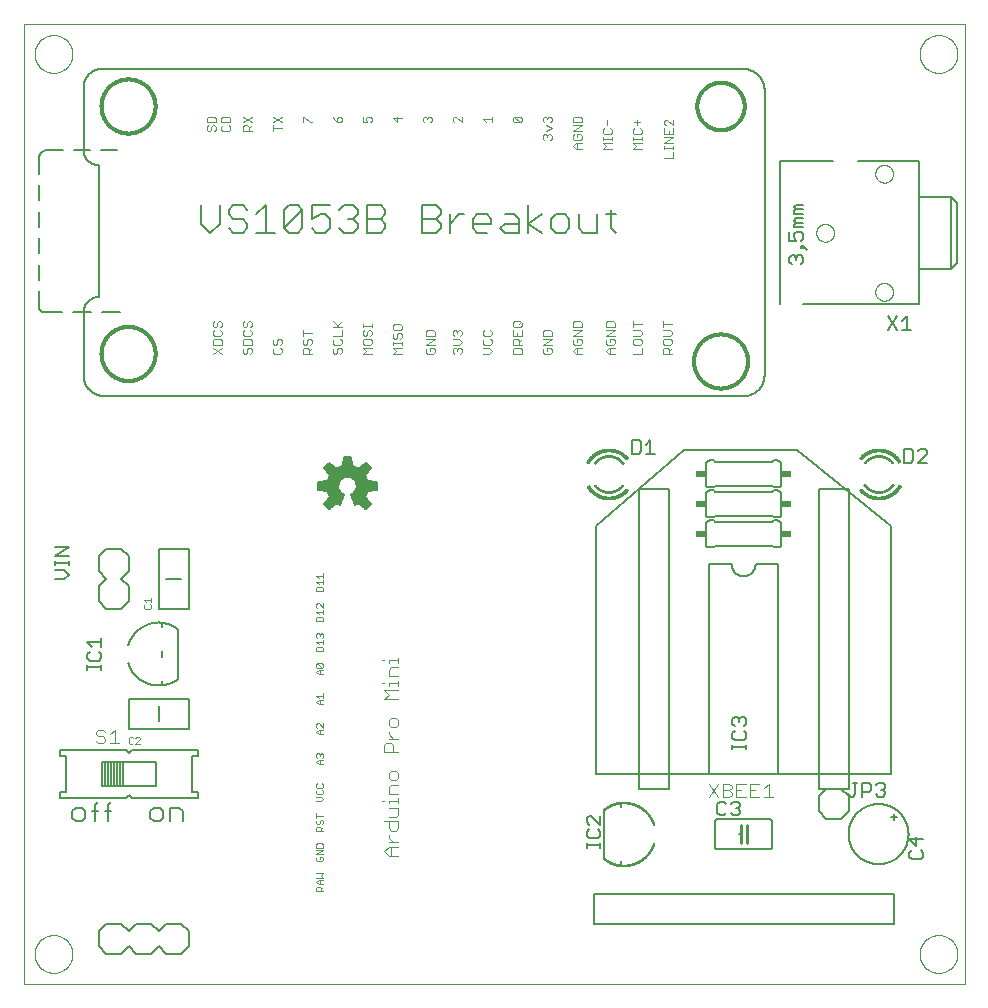
<source format=gto>
G75*
%MOIN*%
%OFA0B0*%
%FSLAX25Y25*%
%IPPOS*%
%LPD*%
%AMOC8*
5,1,8,0,0,1.08239X$1,22.5*
%
%ADD10C,0.00000*%
%ADD11C,0.00600*%
%ADD12C,0.00800*%
%ADD13C,0.00500*%
%ADD14C,0.00200*%
%ADD15C,0.00400*%
%ADD16C,0.00060*%
%ADD17C,0.00100*%
%ADD18R,0.03400X0.02400*%
%ADD19C,0.01000*%
%ADD20C,0.00300*%
%ADD21C,0.01200*%
%ADD22C,0.00591*%
D10*
X0001800Y0001800D02*
X0001800Y0321761D01*
X0315501Y0321761D01*
X0315501Y0001800D01*
X0001800Y0001800D01*
X0005501Y0011800D02*
X0005503Y0011958D01*
X0005509Y0012116D01*
X0005519Y0012274D01*
X0005533Y0012432D01*
X0005551Y0012589D01*
X0005572Y0012746D01*
X0005598Y0012902D01*
X0005628Y0013058D01*
X0005661Y0013213D01*
X0005699Y0013366D01*
X0005740Y0013519D01*
X0005785Y0013671D01*
X0005834Y0013822D01*
X0005887Y0013971D01*
X0005943Y0014119D01*
X0006003Y0014265D01*
X0006067Y0014410D01*
X0006135Y0014553D01*
X0006206Y0014695D01*
X0006280Y0014835D01*
X0006358Y0014972D01*
X0006440Y0015108D01*
X0006524Y0015242D01*
X0006613Y0015373D01*
X0006704Y0015502D01*
X0006799Y0015629D01*
X0006896Y0015754D01*
X0006997Y0015876D01*
X0007101Y0015995D01*
X0007208Y0016112D01*
X0007318Y0016226D01*
X0007431Y0016337D01*
X0007546Y0016446D01*
X0007664Y0016551D01*
X0007785Y0016653D01*
X0007908Y0016753D01*
X0008034Y0016849D01*
X0008162Y0016942D01*
X0008292Y0017032D01*
X0008425Y0017118D01*
X0008560Y0017202D01*
X0008696Y0017281D01*
X0008835Y0017358D01*
X0008976Y0017430D01*
X0009118Y0017500D01*
X0009262Y0017565D01*
X0009408Y0017627D01*
X0009555Y0017685D01*
X0009704Y0017740D01*
X0009854Y0017791D01*
X0010005Y0017838D01*
X0010157Y0017881D01*
X0010310Y0017920D01*
X0010465Y0017956D01*
X0010620Y0017987D01*
X0010776Y0018015D01*
X0010932Y0018039D01*
X0011089Y0018059D01*
X0011247Y0018075D01*
X0011404Y0018087D01*
X0011563Y0018095D01*
X0011721Y0018099D01*
X0011879Y0018099D01*
X0012037Y0018095D01*
X0012196Y0018087D01*
X0012353Y0018075D01*
X0012511Y0018059D01*
X0012668Y0018039D01*
X0012824Y0018015D01*
X0012980Y0017987D01*
X0013135Y0017956D01*
X0013290Y0017920D01*
X0013443Y0017881D01*
X0013595Y0017838D01*
X0013746Y0017791D01*
X0013896Y0017740D01*
X0014045Y0017685D01*
X0014192Y0017627D01*
X0014338Y0017565D01*
X0014482Y0017500D01*
X0014624Y0017430D01*
X0014765Y0017358D01*
X0014904Y0017281D01*
X0015040Y0017202D01*
X0015175Y0017118D01*
X0015308Y0017032D01*
X0015438Y0016942D01*
X0015566Y0016849D01*
X0015692Y0016753D01*
X0015815Y0016653D01*
X0015936Y0016551D01*
X0016054Y0016446D01*
X0016169Y0016337D01*
X0016282Y0016226D01*
X0016392Y0016112D01*
X0016499Y0015995D01*
X0016603Y0015876D01*
X0016704Y0015754D01*
X0016801Y0015629D01*
X0016896Y0015502D01*
X0016987Y0015373D01*
X0017076Y0015242D01*
X0017160Y0015108D01*
X0017242Y0014972D01*
X0017320Y0014835D01*
X0017394Y0014695D01*
X0017465Y0014553D01*
X0017533Y0014410D01*
X0017597Y0014265D01*
X0017657Y0014119D01*
X0017713Y0013971D01*
X0017766Y0013822D01*
X0017815Y0013671D01*
X0017860Y0013519D01*
X0017901Y0013366D01*
X0017939Y0013213D01*
X0017972Y0013058D01*
X0018002Y0012902D01*
X0018028Y0012746D01*
X0018049Y0012589D01*
X0018067Y0012432D01*
X0018081Y0012274D01*
X0018091Y0012116D01*
X0018097Y0011958D01*
X0018099Y0011800D01*
X0018097Y0011642D01*
X0018091Y0011484D01*
X0018081Y0011326D01*
X0018067Y0011168D01*
X0018049Y0011011D01*
X0018028Y0010854D01*
X0018002Y0010698D01*
X0017972Y0010542D01*
X0017939Y0010387D01*
X0017901Y0010234D01*
X0017860Y0010081D01*
X0017815Y0009929D01*
X0017766Y0009778D01*
X0017713Y0009629D01*
X0017657Y0009481D01*
X0017597Y0009335D01*
X0017533Y0009190D01*
X0017465Y0009047D01*
X0017394Y0008905D01*
X0017320Y0008765D01*
X0017242Y0008628D01*
X0017160Y0008492D01*
X0017076Y0008358D01*
X0016987Y0008227D01*
X0016896Y0008098D01*
X0016801Y0007971D01*
X0016704Y0007846D01*
X0016603Y0007724D01*
X0016499Y0007605D01*
X0016392Y0007488D01*
X0016282Y0007374D01*
X0016169Y0007263D01*
X0016054Y0007154D01*
X0015936Y0007049D01*
X0015815Y0006947D01*
X0015692Y0006847D01*
X0015566Y0006751D01*
X0015438Y0006658D01*
X0015308Y0006568D01*
X0015175Y0006482D01*
X0015040Y0006398D01*
X0014904Y0006319D01*
X0014765Y0006242D01*
X0014624Y0006170D01*
X0014482Y0006100D01*
X0014338Y0006035D01*
X0014192Y0005973D01*
X0014045Y0005915D01*
X0013896Y0005860D01*
X0013746Y0005809D01*
X0013595Y0005762D01*
X0013443Y0005719D01*
X0013290Y0005680D01*
X0013135Y0005644D01*
X0012980Y0005613D01*
X0012824Y0005585D01*
X0012668Y0005561D01*
X0012511Y0005541D01*
X0012353Y0005525D01*
X0012196Y0005513D01*
X0012037Y0005505D01*
X0011879Y0005501D01*
X0011721Y0005501D01*
X0011563Y0005505D01*
X0011404Y0005513D01*
X0011247Y0005525D01*
X0011089Y0005541D01*
X0010932Y0005561D01*
X0010776Y0005585D01*
X0010620Y0005613D01*
X0010465Y0005644D01*
X0010310Y0005680D01*
X0010157Y0005719D01*
X0010005Y0005762D01*
X0009854Y0005809D01*
X0009704Y0005860D01*
X0009555Y0005915D01*
X0009408Y0005973D01*
X0009262Y0006035D01*
X0009118Y0006100D01*
X0008976Y0006170D01*
X0008835Y0006242D01*
X0008696Y0006319D01*
X0008560Y0006398D01*
X0008425Y0006482D01*
X0008292Y0006568D01*
X0008162Y0006658D01*
X0008034Y0006751D01*
X0007908Y0006847D01*
X0007785Y0006947D01*
X0007664Y0007049D01*
X0007546Y0007154D01*
X0007431Y0007263D01*
X0007318Y0007374D01*
X0007208Y0007488D01*
X0007101Y0007605D01*
X0006997Y0007724D01*
X0006896Y0007846D01*
X0006799Y0007971D01*
X0006704Y0008098D01*
X0006613Y0008227D01*
X0006524Y0008358D01*
X0006440Y0008492D01*
X0006358Y0008628D01*
X0006280Y0008765D01*
X0006206Y0008905D01*
X0006135Y0009047D01*
X0006067Y0009190D01*
X0006003Y0009335D01*
X0005943Y0009481D01*
X0005887Y0009629D01*
X0005834Y0009778D01*
X0005785Y0009929D01*
X0005740Y0010081D01*
X0005699Y0010234D01*
X0005661Y0010387D01*
X0005628Y0010542D01*
X0005598Y0010698D01*
X0005572Y0010854D01*
X0005551Y0011011D01*
X0005533Y0011168D01*
X0005519Y0011326D01*
X0005509Y0011484D01*
X0005503Y0011642D01*
X0005501Y0011800D01*
X0266032Y0252194D02*
X0266034Y0252302D01*
X0266040Y0252411D01*
X0266050Y0252519D01*
X0266064Y0252626D01*
X0266082Y0252733D01*
X0266103Y0252840D01*
X0266129Y0252945D01*
X0266159Y0253050D01*
X0266192Y0253153D01*
X0266229Y0253255D01*
X0266270Y0253355D01*
X0266314Y0253454D01*
X0266363Y0253552D01*
X0266414Y0253647D01*
X0266469Y0253740D01*
X0266528Y0253832D01*
X0266590Y0253921D01*
X0266655Y0254008D01*
X0266723Y0254092D01*
X0266794Y0254174D01*
X0266868Y0254253D01*
X0266945Y0254329D01*
X0267025Y0254403D01*
X0267108Y0254473D01*
X0267193Y0254541D01*
X0267280Y0254605D01*
X0267370Y0254666D01*
X0267462Y0254724D01*
X0267556Y0254778D01*
X0267652Y0254829D01*
X0267749Y0254876D01*
X0267849Y0254920D01*
X0267950Y0254960D01*
X0268052Y0254996D01*
X0268155Y0255028D01*
X0268260Y0255057D01*
X0268366Y0255081D01*
X0268472Y0255102D01*
X0268579Y0255119D01*
X0268687Y0255132D01*
X0268795Y0255141D01*
X0268904Y0255146D01*
X0269012Y0255147D01*
X0269121Y0255144D01*
X0269229Y0255137D01*
X0269337Y0255126D01*
X0269444Y0255111D01*
X0269551Y0255092D01*
X0269657Y0255069D01*
X0269762Y0255043D01*
X0269867Y0255012D01*
X0269969Y0254978D01*
X0270071Y0254940D01*
X0270171Y0254898D01*
X0270270Y0254853D01*
X0270367Y0254804D01*
X0270461Y0254751D01*
X0270554Y0254695D01*
X0270645Y0254636D01*
X0270734Y0254573D01*
X0270820Y0254508D01*
X0270904Y0254439D01*
X0270985Y0254367D01*
X0271063Y0254292D01*
X0271139Y0254214D01*
X0271212Y0254133D01*
X0271282Y0254050D01*
X0271348Y0253965D01*
X0271412Y0253877D01*
X0271472Y0253786D01*
X0271529Y0253694D01*
X0271582Y0253599D01*
X0271632Y0253503D01*
X0271678Y0253405D01*
X0271721Y0253305D01*
X0271760Y0253204D01*
X0271795Y0253101D01*
X0271827Y0252998D01*
X0271854Y0252893D01*
X0271878Y0252787D01*
X0271898Y0252680D01*
X0271914Y0252573D01*
X0271926Y0252465D01*
X0271934Y0252357D01*
X0271938Y0252248D01*
X0271938Y0252140D01*
X0271934Y0252031D01*
X0271926Y0251923D01*
X0271914Y0251815D01*
X0271898Y0251708D01*
X0271878Y0251601D01*
X0271854Y0251495D01*
X0271827Y0251390D01*
X0271795Y0251287D01*
X0271760Y0251184D01*
X0271721Y0251083D01*
X0271678Y0250983D01*
X0271632Y0250885D01*
X0271582Y0250789D01*
X0271529Y0250694D01*
X0271472Y0250602D01*
X0271412Y0250511D01*
X0271348Y0250423D01*
X0271282Y0250338D01*
X0271212Y0250255D01*
X0271139Y0250174D01*
X0271063Y0250096D01*
X0270985Y0250021D01*
X0270904Y0249949D01*
X0270820Y0249880D01*
X0270734Y0249815D01*
X0270645Y0249752D01*
X0270554Y0249693D01*
X0270462Y0249637D01*
X0270367Y0249584D01*
X0270270Y0249535D01*
X0270171Y0249490D01*
X0270071Y0249448D01*
X0269969Y0249410D01*
X0269867Y0249376D01*
X0269762Y0249345D01*
X0269657Y0249319D01*
X0269551Y0249296D01*
X0269444Y0249277D01*
X0269337Y0249262D01*
X0269229Y0249251D01*
X0269121Y0249244D01*
X0269012Y0249241D01*
X0268904Y0249242D01*
X0268795Y0249247D01*
X0268687Y0249256D01*
X0268579Y0249269D01*
X0268472Y0249286D01*
X0268366Y0249307D01*
X0268260Y0249331D01*
X0268155Y0249360D01*
X0268052Y0249392D01*
X0267950Y0249428D01*
X0267849Y0249468D01*
X0267749Y0249512D01*
X0267652Y0249559D01*
X0267556Y0249610D01*
X0267462Y0249664D01*
X0267370Y0249722D01*
X0267280Y0249783D01*
X0267193Y0249847D01*
X0267108Y0249915D01*
X0267025Y0249985D01*
X0266945Y0250059D01*
X0266868Y0250135D01*
X0266794Y0250214D01*
X0266723Y0250296D01*
X0266655Y0250380D01*
X0266590Y0250467D01*
X0266528Y0250556D01*
X0266469Y0250648D01*
X0266414Y0250741D01*
X0266363Y0250836D01*
X0266314Y0250934D01*
X0266270Y0251033D01*
X0266229Y0251133D01*
X0266192Y0251235D01*
X0266159Y0251338D01*
X0266129Y0251443D01*
X0266103Y0251548D01*
X0266082Y0251655D01*
X0266064Y0251762D01*
X0266050Y0251869D01*
X0266040Y0251977D01*
X0266034Y0252086D01*
X0266032Y0252194D01*
X0285717Y0271879D02*
X0285719Y0271987D01*
X0285725Y0272096D01*
X0285735Y0272204D01*
X0285749Y0272311D01*
X0285767Y0272418D01*
X0285788Y0272525D01*
X0285814Y0272630D01*
X0285844Y0272735D01*
X0285877Y0272838D01*
X0285914Y0272940D01*
X0285955Y0273040D01*
X0285999Y0273139D01*
X0286048Y0273237D01*
X0286099Y0273332D01*
X0286154Y0273425D01*
X0286213Y0273517D01*
X0286275Y0273606D01*
X0286340Y0273693D01*
X0286408Y0273777D01*
X0286479Y0273859D01*
X0286553Y0273938D01*
X0286630Y0274014D01*
X0286710Y0274088D01*
X0286793Y0274158D01*
X0286878Y0274226D01*
X0286965Y0274290D01*
X0287055Y0274351D01*
X0287147Y0274409D01*
X0287241Y0274463D01*
X0287337Y0274514D01*
X0287434Y0274561D01*
X0287534Y0274605D01*
X0287635Y0274645D01*
X0287737Y0274681D01*
X0287840Y0274713D01*
X0287945Y0274742D01*
X0288051Y0274766D01*
X0288157Y0274787D01*
X0288264Y0274804D01*
X0288372Y0274817D01*
X0288480Y0274826D01*
X0288589Y0274831D01*
X0288697Y0274832D01*
X0288806Y0274829D01*
X0288914Y0274822D01*
X0289022Y0274811D01*
X0289129Y0274796D01*
X0289236Y0274777D01*
X0289342Y0274754D01*
X0289447Y0274728D01*
X0289552Y0274697D01*
X0289654Y0274663D01*
X0289756Y0274625D01*
X0289856Y0274583D01*
X0289955Y0274538D01*
X0290052Y0274489D01*
X0290146Y0274436D01*
X0290239Y0274380D01*
X0290330Y0274321D01*
X0290419Y0274258D01*
X0290505Y0274193D01*
X0290589Y0274124D01*
X0290670Y0274052D01*
X0290748Y0273977D01*
X0290824Y0273899D01*
X0290897Y0273818D01*
X0290967Y0273735D01*
X0291033Y0273650D01*
X0291097Y0273562D01*
X0291157Y0273471D01*
X0291214Y0273379D01*
X0291267Y0273284D01*
X0291317Y0273188D01*
X0291363Y0273090D01*
X0291406Y0272990D01*
X0291445Y0272889D01*
X0291480Y0272786D01*
X0291512Y0272683D01*
X0291539Y0272578D01*
X0291563Y0272472D01*
X0291583Y0272365D01*
X0291599Y0272258D01*
X0291611Y0272150D01*
X0291619Y0272042D01*
X0291623Y0271933D01*
X0291623Y0271825D01*
X0291619Y0271716D01*
X0291611Y0271608D01*
X0291599Y0271500D01*
X0291583Y0271393D01*
X0291563Y0271286D01*
X0291539Y0271180D01*
X0291512Y0271075D01*
X0291480Y0270972D01*
X0291445Y0270869D01*
X0291406Y0270768D01*
X0291363Y0270668D01*
X0291317Y0270570D01*
X0291267Y0270474D01*
X0291214Y0270379D01*
X0291157Y0270287D01*
X0291097Y0270196D01*
X0291033Y0270108D01*
X0290967Y0270023D01*
X0290897Y0269940D01*
X0290824Y0269859D01*
X0290748Y0269781D01*
X0290670Y0269706D01*
X0290589Y0269634D01*
X0290505Y0269565D01*
X0290419Y0269500D01*
X0290330Y0269437D01*
X0290239Y0269378D01*
X0290147Y0269322D01*
X0290052Y0269269D01*
X0289955Y0269220D01*
X0289856Y0269175D01*
X0289756Y0269133D01*
X0289654Y0269095D01*
X0289552Y0269061D01*
X0289447Y0269030D01*
X0289342Y0269004D01*
X0289236Y0268981D01*
X0289129Y0268962D01*
X0289022Y0268947D01*
X0288914Y0268936D01*
X0288806Y0268929D01*
X0288697Y0268926D01*
X0288589Y0268927D01*
X0288480Y0268932D01*
X0288372Y0268941D01*
X0288264Y0268954D01*
X0288157Y0268971D01*
X0288051Y0268992D01*
X0287945Y0269016D01*
X0287840Y0269045D01*
X0287737Y0269077D01*
X0287635Y0269113D01*
X0287534Y0269153D01*
X0287434Y0269197D01*
X0287337Y0269244D01*
X0287241Y0269295D01*
X0287147Y0269349D01*
X0287055Y0269407D01*
X0286965Y0269468D01*
X0286878Y0269532D01*
X0286793Y0269600D01*
X0286710Y0269670D01*
X0286630Y0269744D01*
X0286553Y0269820D01*
X0286479Y0269899D01*
X0286408Y0269981D01*
X0286340Y0270065D01*
X0286275Y0270152D01*
X0286213Y0270241D01*
X0286154Y0270333D01*
X0286099Y0270426D01*
X0286048Y0270521D01*
X0285999Y0270619D01*
X0285955Y0270718D01*
X0285914Y0270818D01*
X0285877Y0270920D01*
X0285844Y0271023D01*
X0285814Y0271128D01*
X0285788Y0271233D01*
X0285767Y0271340D01*
X0285749Y0271447D01*
X0285735Y0271554D01*
X0285725Y0271662D01*
X0285719Y0271771D01*
X0285717Y0271879D01*
X0285717Y0232509D02*
X0285719Y0232617D01*
X0285725Y0232726D01*
X0285735Y0232834D01*
X0285749Y0232941D01*
X0285767Y0233048D01*
X0285788Y0233155D01*
X0285814Y0233260D01*
X0285844Y0233365D01*
X0285877Y0233468D01*
X0285914Y0233570D01*
X0285955Y0233670D01*
X0285999Y0233769D01*
X0286048Y0233867D01*
X0286099Y0233962D01*
X0286154Y0234055D01*
X0286213Y0234147D01*
X0286275Y0234236D01*
X0286340Y0234323D01*
X0286408Y0234407D01*
X0286479Y0234489D01*
X0286553Y0234568D01*
X0286630Y0234644D01*
X0286710Y0234718D01*
X0286793Y0234788D01*
X0286878Y0234856D01*
X0286965Y0234920D01*
X0287055Y0234981D01*
X0287147Y0235039D01*
X0287241Y0235093D01*
X0287337Y0235144D01*
X0287434Y0235191D01*
X0287534Y0235235D01*
X0287635Y0235275D01*
X0287737Y0235311D01*
X0287840Y0235343D01*
X0287945Y0235372D01*
X0288051Y0235396D01*
X0288157Y0235417D01*
X0288264Y0235434D01*
X0288372Y0235447D01*
X0288480Y0235456D01*
X0288589Y0235461D01*
X0288697Y0235462D01*
X0288806Y0235459D01*
X0288914Y0235452D01*
X0289022Y0235441D01*
X0289129Y0235426D01*
X0289236Y0235407D01*
X0289342Y0235384D01*
X0289447Y0235358D01*
X0289552Y0235327D01*
X0289654Y0235293D01*
X0289756Y0235255D01*
X0289856Y0235213D01*
X0289955Y0235168D01*
X0290052Y0235119D01*
X0290146Y0235066D01*
X0290239Y0235010D01*
X0290330Y0234951D01*
X0290419Y0234888D01*
X0290505Y0234823D01*
X0290589Y0234754D01*
X0290670Y0234682D01*
X0290748Y0234607D01*
X0290824Y0234529D01*
X0290897Y0234448D01*
X0290967Y0234365D01*
X0291033Y0234280D01*
X0291097Y0234192D01*
X0291157Y0234101D01*
X0291214Y0234009D01*
X0291267Y0233914D01*
X0291317Y0233818D01*
X0291363Y0233720D01*
X0291406Y0233620D01*
X0291445Y0233519D01*
X0291480Y0233416D01*
X0291512Y0233313D01*
X0291539Y0233208D01*
X0291563Y0233102D01*
X0291583Y0232995D01*
X0291599Y0232888D01*
X0291611Y0232780D01*
X0291619Y0232672D01*
X0291623Y0232563D01*
X0291623Y0232455D01*
X0291619Y0232346D01*
X0291611Y0232238D01*
X0291599Y0232130D01*
X0291583Y0232023D01*
X0291563Y0231916D01*
X0291539Y0231810D01*
X0291512Y0231705D01*
X0291480Y0231602D01*
X0291445Y0231499D01*
X0291406Y0231398D01*
X0291363Y0231298D01*
X0291317Y0231200D01*
X0291267Y0231104D01*
X0291214Y0231009D01*
X0291157Y0230917D01*
X0291097Y0230826D01*
X0291033Y0230738D01*
X0290967Y0230653D01*
X0290897Y0230570D01*
X0290824Y0230489D01*
X0290748Y0230411D01*
X0290670Y0230336D01*
X0290589Y0230264D01*
X0290505Y0230195D01*
X0290419Y0230130D01*
X0290330Y0230067D01*
X0290239Y0230008D01*
X0290147Y0229952D01*
X0290052Y0229899D01*
X0289955Y0229850D01*
X0289856Y0229805D01*
X0289756Y0229763D01*
X0289654Y0229725D01*
X0289552Y0229691D01*
X0289447Y0229660D01*
X0289342Y0229634D01*
X0289236Y0229611D01*
X0289129Y0229592D01*
X0289022Y0229577D01*
X0288914Y0229566D01*
X0288806Y0229559D01*
X0288697Y0229556D01*
X0288589Y0229557D01*
X0288480Y0229562D01*
X0288372Y0229571D01*
X0288264Y0229584D01*
X0288157Y0229601D01*
X0288051Y0229622D01*
X0287945Y0229646D01*
X0287840Y0229675D01*
X0287737Y0229707D01*
X0287635Y0229743D01*
X0287534Y0229783D01*
X0287434Y0229827D01*
X0287337Y0229874D01*
X0287241Y0229925D01*
X0287147Y0229979D01*
X0287055Y0230037D01*
X0286965Y0230098D01*
X0286878Y0230162D01*
X0286793Y0230230D01*
X0286710Y0230300D01*
X0286630Y0230374D01*
X0286553Y0230450D01*
X0286479Y0230529D01*
X0286408Y0230611D01*
X0286340Y0230695D01*
X0286275Y0230782D01*
X0286213Y0230871D01*
X0286154Y0230963D01*
X0286099Y0231056D01*
X0286048Y0231151D01*
X0285999Y0231249D01*
X0285955Y0231348D01*
X0285914Y0231448D01*
X0285877Y0231550D01*
X0285844Y0231653D01*
X0285814Y0231758D01*
X0285788Y0231863D01*
X0285767Y0231970D01*
X0285749Y0232077D01*
X0285735Y0232184D01*
X0285725Y0232292D01*
X0285719Y0232401D01*
X0285717Y0232509D01*
X0300501Y0311800D02*
X0300503Y0311958D01*
X0300509Y0312116D01*
X0300519Y0312274D01*
X0300533Y0312432D01*
X0300551Y0312589D01*
X0300572Y0312746D01*
X0300598Y0312902D01*
X0300628Y0313058D01*
X0300661Y0313213D01*
X0300699Y0313366D01*
X0300740Y0313519D01*
X0300785Y0313671D01*
X0300834Y0313822D01*
X0300887Y0313971D01*
X0300943Y0314119D01*
X0301003Y0314265D01*
X0301067Y0314410D01*
X0301135Y0314553D01*
X0301206Y0314695D01*
X0301280Y0314835D01*
X0301358Y0314972D01*
X0301440Y0315108D01*
X0301524Y0315242D01*
X0301613Y0315373D01*
X0301704Y0315502D01*
X0301799Y0315629D01*
X0301896Y0315754D01*
X0301997Y0315876D01*
X0302101Y0315995D01*
X0302208Y0316112D01*
X0302318Y0316226D01*
X0302431Y0316337D01*
X0302546Y0316446D01*
X0302664Y0316551D01*
X0302785Y0316653D01*
X0302908Y0316753D01*
X0303034Y0316849D01*
X0303162Y0316942D01*
X0303292Y0317032D01*
X0303425Y0317118D01*
X0303560Y0317202D01*
X0303696Y0317281D01*
X0303835Y0317358D01*
X0303976Y0317430D01*
X0304118Y0317500D01*
X0304262Y0317565D01*
X0304408Y0317627D01*
X0304555Y0317685D01*
X0304704Y0317740D01*
X0304854Y0317791D01*
X0305005Y0317838D01*
X0305157Y0317881D01*
X0305310Y0317920D01*
X0305465Y0317956D01*
X0305620Y0317987D01*
X0305776Y0318015D01*
X0305932Y0318039D01*
X0306089Y0318059D01*
X0306247Y0318075D01*
X0306404Y0318087D01*
X0306563Y0318095D01*
X0306721Y0318099D01*
X0306879Y0318099D01*
X0307037Y0318095D01*
X0307196Y0318087D01*
X0307353Y0318075D01*
X0307511Y0318059D01*
X0307668Y0318039D01*
X0307824Y0318015D01*
X0307980Y0317987D01*
X0308135Y0317956D01*
X0308290Y0317920D01*
X0308443Y0317881D01*
X0308595Y0317838D01*
X0308746Y0317791D01*
X0308896Y0317740D01*
X0309045Y0317685D01*
X0309192Y0317627D01*
X0309338Y0317565D01*
X0309482Y0317500D01*
X0309624Y0317430D01*
X0309765Y0317358D01*
X0309904Y0317281D01*
X0310040Y0317202D01*
X0310175Y0317118D01*
X0310308Y0317032D01*
X0310438Y0316942D01*
X0310566Y0316849D01*
X0310692Y0316753D01*
X0310815Y0316653D01*
X0310936Y0316551D01*
X0311054Y0316446D01*
X0311169Y0316337D01*
X0311282Y0316226D01*
X0311392Y0316112D01*
X0311499Y0315995D01*
X0311603Y0315876D01*
X0311704Y0315754D01*
X0311801Y0315629D01*
X0311896Y0315502D01*
X0311987Y0315373D01*
X0312076Y0315242D01*
X0312160Y0315108D01*
X0312242Y0314972D01*
X0312320Y0314835D01*
X0312394Y0314695D01*
X0312465Y0314553D01*
X0312533Y0314410D01*
X0312597Y0314265D01*
X0312657Y0314119D01*
X0312713Y0313971D01*
X0312766Y0313822D01*
X0312815Y0313671D01*
X0312860Y0313519D01*
X0312901Y0313366D01*
X0312939Y0313213D01*
X0312972Y0313058D01*
X0313002Y0312902D01*
X0313028Y0312746D01*
X0313049Y0312589D01*
X0313067Y0312432D01*
X0313081Y0312274D01*
X0313091Y0312116D01*
X0313097Y0311958D01*
X0313099Y0311800D01*
X0313097Y0311642D01*
X0313091Y0311484D01*
X0313081Y0311326D01*
X0313067Y0311168D01*
X0313049Y0311011D01*
X0313028Y0310854D01*
X0313002Y0310698D01*
X0312972Y0310542D01*
X0312939Y0310387D01*
X0312901Y0310234D01*
X0312860Y0310081D01*
X0312815Y0309929D01*
X0312766Y0309778D01*
X0312713Y0309629D01*
X0312657Y0309481D01*
X0312597Y0309335D01*
X0312533Y0309190D01*
X0312465Y0309047D01*
X0312394Y0308905D01*
X0312320Y0308765D01*
X0312242Y0308628D01*
X0312160Y0308492D01*
X0312076Y0308358D01*
X0311987Y0308227D01*
X0311896Y0308098D01*
X0311801Y0307971D01*
X0311704Y0307846D01*
X0311603Y0307724D01*
X0311499Y0307605D01*
X0311392Y0307488D01*
X0311282Y0307374D01*
X0311169Y0307263D01*
X0311054Y0307154D01*
X0310936Y0307049D01*
X0310815Y0306947D01*
X0310692Y0306847D01*
X0310566Y0306751D01*
X0310438Y0306658D01*
X0310308Y0306568D01*
X0310175Y0306482D01*
X0310040Y0306398D01*
X0309904Y0306319D01*
X0309765Y0306242D01*
X0309624Y0306170D01*
X0309482Y0306100D01*
X0309338Y0306035D01*
X0309192Y0305973D01*
X0309045Y0305915D01*
X0308896Y0305860D01*
X0308746Y0305809D01*
X0308595Y0305762D01*
X0308443Y0305719D01*
X0308290Y0305680D01*
X0308135Y0305644D01*
X0307980Y0305613D01*
X0307824Y0305585D01*
X0307668Y0305561D01*
X0307511Y0305541D01*
X0307353Y0305525D01*
X0307196Y0305513D01*
X0307037Y0305505D01*
X0306879Y0305501D01*
X0306721Y0305501D01*
X0306563Y0305505D01*
X0306404Y0305513D01*
X0306247Y0305525D01*
X0306089Y0305541D01*
X0305932Y0305561D01*
X0305776Y0305585D01*
X0305620Y0305613D01*
X0305465Y0305644D01*
X0305310Y0305680D01*
X0305157Y0305719D01*
X0305005Y0305762D01*
X0304854Y0305809D01*
X0304704Y0305860D01*
X0304555Y0305915D01*
X0304408Y0305973D01*
X0304262Y0306035D01*
X0304118Y0306100D01*
X0303976Y0306170D01*
X0303835Y0306242D01*
X0303696Y0306319D01*
X0303560Y0306398D01*
X0303425Y0306482D01*
X0303292Y0306568D01*
X0303162Y0306658D01*
X0303034Y0306751D01*
X0302908Y0306847D01*
X0302785Y0306947D01*
X0302664Y0307049D01*
X0302546Y0307154D01*
X0302431Y0307263D01*
X0302318Y0307374D01*
X0302208Y0307488D01*
X0302101Y0307605D01*
X0301997Y0307724D01*
X0301896Y0307846D01*
X0301799Y0307971D01*
X0301704Y0308098D01*
X0301613Y0308227D01*
X0301524Y0308358D01*
X0301440Y0308492D01*
X0301358Y0308628D01*
X0301280Y0308765D01*
X0301206Y0308905D01*
X0301135Y0309047D01*
X0301067Y0309190D01*
X0301003Y0309335D01*
X0300943Y0309481D01*
X0300887Y0309629D01*
X0300834Y0309778D01*
X0300785Y0309929D01*
X0300740Y0310081D01*
X0300699Y0310234D01*
X0300661Y0310387D01*
X0300628Y0310542D01*
X0300598Y0310698D01*
X0300572Y0310854D01*
X0300551Y0311011D01*
X0300533Y0311168D01*
X0300519Y0311326D01*
X0300509Y0311484D01*
X0300503Y0311642D01*
X0300501Y0311800D01*
X0005501Y0311800D02*
X0005503Y0311958D01*
X0005509Y0312116D01*
X0005519Y0312274D01*
X0005533Y0312432D01*
X0005551Y0312589D01*
X0005572Y0312746D01*
X0005598Y0312902D01*
X0005628Y0313058D01*
X0005661Y0313213D01*
X0005699Y0313366D01*
X0005740Y0313519D01*
X0005785Y0313671D01*
X0005834Y0313822D01*
X0005887Y0313971D01*
X0005943Y0314119D01*
X0006003Y0314265D01*
X0006067Y0314410D01*
X0006135Y0314553D01*
X0006206Y0314695D01*
X0006280Y0314835D01*
X0006358Y0314972D01*
X0006440Y0315108D01*
X0006524Y0315242D01*
X0006613Y0315373D01*
X0006704Y0315502D01*
X0006799Y0315629D01*
X0006896Y0315754D01*
X0006997Y0315876D01*
X0007101Y0315995D01*
X0007208Y0316112D01*
X0007318Y0316226D01*
X0007431Y0316337D01*
X0007546Y0316446D01*
X0007664Y0316551D01*
X0007785Y0316653D01*
X0007908Y0316753D01*
X0008034Y0316849D01*
X0008162Y0316942D01*
X0008292Y0317032D01*
X0008425Y0317118D01*
X0008560Y0317202D01*
X0008696Y0317281D01*
X0008835Y0317358D01*
X0008976Y0317430D01*
X0009118Y0317500D01*
X0009262Y0317565D01*
X0009408Y0317627D01*
X0009555Y0317685D01*
X0009704Y0317740D01*
X0009854Y0317791D01*
X0010005Y0317838D01*
X0010157Y0317881D01*
X0010310Y0317920D01*
X0010465Y0317956D01*
X0010620Y0317987D01*
X0010776Y0318015D01*
X0010932Y0318039D01*
X0011089Y0318059D01*
X0011247Y0318075D01*
X0011404Y0318087D01*
X0011563Y0318095D01*
X0011721Y0318099D01*
X0011879Y0318099D01*
X0012037Y0318095D01*
X0012196Y0318087D01*
X0012353Y0318075D01*
X0012511Y0318059D01*
X0012668Y0318039D01*
X0012824Y0318015D01*
X0012980Y0317987D01*
X0013135Y0317956D01*
X0013290Y0317920D01*
X0013443Y0317881D01*
X0013595Y0317838D01*
X0013746Y0317791D01*
X0013896Y0317740D01*
X0014045Y0317685D01*
X0014192Y0317627D01*
X0014338Y0317565D01*
X0014482Y0317500D01*
X0014624Y0317430D01*
X0014765Y0317358D01*
X0014904Y0317281D01*
X0015040Y0317202D01*
X0015175Y0317118D01*
X0015308Y0317032D01*
X0015438Y0316942D01*
X0015566Y0316849D01*
X0015692Y0316753D01*
X0015815Y0316653D01*
X0015936Y0316551D01*
X0016054Y0316446D01*
X0016169Y0316337D01*
X0016282Y0316226D01*
X0016392Y0316112D01*
X0016499Y0315995D01*
X0016603Y0315876D01*
X0016704Y0315754D01*
X0016801Y0315629D01*
X0016896Y0315502D01*
X0016987Y0315373D01*
X0017076Y0315242D01*
X0017160Y0315108D01*
X0017242Y0314972D01*
X0017320Y0314835D01*
X0017394Y0314695D01*
X0017465Y0314553D01*
X0017533Y0314410D01*
X0017597Y0314265D01*
X0017657Y0314119D01*
X0017713Y0313971D01*
X0017766Y0313822D01*
X0017815Y0313671D01*
X0017860Y0313519D01*
X0017901Y0313366D01*
X0017939Y0313213D01*
X0017972Y0313058D01*
X0018002Y0312902D01*
X0018028Y0312746D01*
X0018049Y0312589D01*
X0018067Y0312432D01*
X0018081Y0312274D01*
X0018091Y0312116D01*
X0018097Y0311958D01*
X0018099Y0311800D01*
X0018097Y0311642D01*
X0018091Y0311484D01*
X0018081Y0311326D01*
X0018067Y0311168D01*
X0018049Y0311011D01*
X0018028Y0310854D01*
X0018002Y0310698D01*
X0017972Y0310542D01*
X0017939Y0310387D01*
X0017901Y0310234D01*
X0017860Y0310081D01*
X0017815Y0309929D01*
X0017766Y0309778D01*
X0017713Y0309629D01*
X0017657Y0309481D01*
X0017597Y0309335D01*
X0017533Y0309190D01*
X0017465Y0309047D01*
X0017394Y0308905D01*
X0017320Y0308765D01*
X0017242Y0308628D01*
X0017160Y0308492D01*
X0017076Y0308358D01*
X0016987Y0308227D01*
X0016896Y0308098D01*
X0016801Y0307971D01*
X0016704Y0307846D01*
X0016603Y0307724D01*
X0016499Y0307605D01*
X0016392Y0307488D01*
X0016282Y0307374D01*
X0016169Y0307263D01*
X0016054Y0307154D01*
X0015936Y0307049D01*
X0015815Y0306947D01*
X0015692Y0306847D01*
X0015566Y0306751D01*
X0015438Y0306658D01*
X0015308Y0306568D01*
X0015175Y0306482D01*
X0015040Y0306398D01*
X0014904Y0306319D01*
X0014765Y0306242D01*
X0014624Y0306170D01*
X0014482Y0306100D01*
X0014338Y0306035D01*
X0014192Y0305973D01*
X0014045Y0305915D01*
X0013896Y0305860D01*
X0013746Y0305809D01*
X0013595Y0305762D01*
X0013443Y0305719D01*
X0013290Y0305680D01*
X0013135Y0305644D01*
X0012980Y0305613D01*
X0012824Y0305585D01*
X0012668Y0305561D01*
X0012511Y0305541D01*
X0012353Y0305525D01*
X0012196Y0305513D01*
X0012037Y0305505D01*
X0011879Y0305501D01*
X0011721Y0305501D01*
X0011563Y0305505D01*
X0011404Y0305513D01*
X0011247Y0305525D01*
X0011089Y0305541D01*
X0010932Y0305561D01*
X0010776Y0305585D01*
X0010620Y0305613D01*
X0010465Y0305644D01*
X0010310Y0305680D01*
X0010157Y0305719D01*
X0010005Y0305762D01*
X0009854Y0305809D01*
X0009704Y0305860D01*
X0009555Y0305915D01*
X0009408Y0305973D01*
X0009262Y0306035D01*
X0009118Y0306100D01*
X0008976Y0306170D01*
X0008835Y0306242D01*
X0008696Y0306319D01*
X0008560Y0306398D01*
X0008425Y0306482D01*
X0008292Y0306568D01*
X0008162Y0306658D01*
X0008034Y0306751D01*
X0007908Y0306847D01*
X0007785Y0306947D01*
X0007664Y0307049D01*
X0007546Y0307154D01*
X0007431Y0307263D01*
X0007318Y0307374D01*
X0007208Y0307488D01*
X0007101Y0307605D01*
X0006997Y0307724D01*
X0006896Y0307846D01*
X0006799Y0307971D01*
X0006704Y0308098D01*
X0006613Y0308227D01*
X0006524Y0308358D01*
X0006440Y0308492D01*
X0006358Y0308628D01*
X0006280Y0308765D01*
X0006206Y0308905D01*
X0006135Y0309047D01*
X0006067Y0309190D01*
X0006003Y0309335D01*
X0005943Y0309481D01*
X0005887Y0309629D01*
X0005834Y0309778D01*
X0005785Y0309929D01*
X0005740Y0310081D01*
X0005699Y0310234D01*
X0005661Y0310387D01*
X0005628Y0310542D01*
X0005598Y0310698D01*
X0005572Y0310854D01*
X0005551Y0311011D01*
X0005533Y0311168D01*
X0005519Y0311326D01*
X0005509Y0311484D01*
X0005503Y0311642D01*
X0005501Y0311800D01*
X0300501Y0011800D02*
X0300503Y0011958D01*
X0300509Y0012116D01*
X0300519Y0012274D01*
X0300533Y0012432D01*
X0300551Y0012589D01*
X0300572Y0012746D01*
X0300598Y0012902D01*
X0300628Y0013058D01*
X0300661Y0013213D01*
X0300699Y0013366D01*
X0300740Y0013519D01*
X0300785Y0013671D01*
X0300834Y0013822D01*
X0300887Y0013971D01*
X0300943Y0014119D01*
X0301003Y0014265D01*
X0301067Y0014410D01*
X0301135Y0014553D01*
X0301206Y0014695D01*
X0301280Y0014835D01*
X0301358Y0014972D01*
X0301440Y0015108D01*
X0301524Y0015242D01*
X0301613Y0015373D01*
X0301704Y0015502D01*
X0301799Y0015629D01*
X0301896Y0015754D01*
X0301997Y0015876D01*
X0302101Y0015995D01*
X0302208Y0016112D01*
X0302318Y0016226D01*
X0302431Y0016337D01*
X0302546Y0016446D01*
X0302664Y0016551D01*
X0302785Y0016653D01*
X0302908Y0016753D01*
X0303034Y0016849D01*
X0303162Y0016942D01*
X0303292Y0017032D01*
X0303425Y0017118D01*
X0303560Y0017202D01*
X0303696Y0017281D01*
X0303835Y0017358D01*
X0303976Y0017430D01*
X0304118Y0017500D01*
X0304262Y0017565D01*
X0304408Y0017627D01*
X0304555Y0017685D01*
X0304704Y0017740D01*
X0304854Y0017791D01*
X0305005Y0017838D01*
X0305157Y0017881D01*
X0305310Y0017920D01*
X0305465Y0017956D01*
X0305620Y0017987D01*
X0305776Y0018015D01*
X0305932Y0018039D01*
X0306089Y0018059D01*
X0306247Y0018075D01*
X0306404Y0018087D01*
X0306563Y0018095D01*
X0306721Y0018099D01*
X0306879Y0018099D01*
X0307037Y0018095D01*
X0307196Y0018087D01*
X0307353Y0018075D01*
X0307511Y0018059D01*
X0307668Y0018039D01*
X0307824Y0018015D01*
X0307980Y0017987D01*
X0308135Y0017956D01*
X0308290Y0017920D01*
X0308443Y0017881D01*
X0308595Y0017838D01*
X0308746Y0017791D01*
X0308896Y0017740D01*
X0309045Y0017685D01*
X0309192Y0017627D01*
X0309338Y0017565D01*
X0309482Y0017500D01*
X0309624Y0017430D01*
X0309765Y0017358D01*
X0309904Y0017281D01*
X0310040Y0017202D01*
X0310175Y0017118D01*
X0310308Y0017032D01*
X0310438Y0016942D01*
X0310566Y0016849D01*
X0310692Y0016753D01*
X0310815Y0016653D01*
X0310936Y0016551D01*
X0311054Y0016446D01*
X0311169Y0016337D01*
X0311282Y0016226D01*
X0311392Y0016112D01*
X0311499Y0015995D01*
X0311603Y0015876D01*
X0311704Y0015754D01*
X0311801Y0015629D01*
X0311896Y0015502D01*
X0311987Y0015373D01*
X0312076Y0015242D01*
X0312160Y0015108D01*
X0312242Y0014972D01*
X0312320Y0014835D01*
X0312394Y0014695D01*
X0312465Y0014553D01*
X0312533Y0014410D01*
X0312597Y0014265D01*
X0312657Y0014119D01*
X0312713Y0013971D01*
X0312766Y0013822D01*
X0312815Y0013671D01*
X0312860Y0013519D01*
X0312901Y0013366D01*
X0312939Y0013213D01*
X0312972Y0013058D01*
X0313002Y0012902D01*
X0313028Y0012746D01*
X0313049Y0012589D01*
X0313067Y0012432D01*
X0313081Y0012274D01*
X0313091Y0012116D01*
X0313097Y0011958D01*
X0313099Y0011800D01*
X0313097Y0011642D01*
X0313091Y0011484D01*
X0313081Y0011326D01*
X0313067Y0011168D01*
X0313049Y0011011D01*
X0313028Y0010854D01*
X0313002Y0010698D01*
X0312972Y0010542D01*
X0312939Y0010387D01*
X0312901Y0010234D01*
X0312860Y0010081D01*
X0312815Y0009929D01*
X0312766Y0009778D01*
X0312713Y0009629D01*
X0312657Y0009481D01*
X0312597Y0009335D01*
X0312533Y0009190D01*
X0312465Y0009047D01*
X0312394Y0008905D01*
X0312320Y0008765D01*
X0312242Y0008628D01*
X0312160Y0008492D01*
X0312076Y0008358D01*
X0311987Y0008227D01*
X0311896Y0008098D01*
X0311801Y0007971D01*
X0311704Y0007846D01*
X0311603Y0007724D01*
X0311499Y0007605D01*
X0311392Y0007488D01*
X0311282Y0007374D01*
X0311169Y0007263D01*
X0311054Y0007154D01*
X0310936Y0007049D01*
X0310815Y0006947D01*
X0310692Y0006847D01*
X0310566Y0006751D01*
X0310438Y0006658D01*
X0310308Y0006568D01*
X0310175Y0006482D01*
X0310040Y0006398D01*
X0309904Y0006319D01*
X0309765Y0006242D01*
X0309624Y0006170D01*
X0309482Y0006100D01*
X0309338Y0006035D01*
X0309192Y0005973D01*
X0309045Y0005915D01*
X0308896Y0005860D01*
X0308746Y0005809D01*
X0308595Y0005762D01*
X0308443Y0005719D01*
X0308290Y0005680D01*
X0308135Y0005644D01*
X0307980Y0005613D01*
X0307824Y0005585D01*
X0307668Y0005561D01*
X0307511Y0005541D01*
X0307353Y0005525D01*
X0307196Y0005513D01*
X0307037Y0005505D01*
X0306879Y0005501D01*
X0306721Y0005501D01*
X0306563Y0005505D01*
X0306404Y0005513D01*
X0306247Y0005525D01*
X0306089Y0005541D01*
X0305932Y0005561D01*
X0305776Y0005585D01*
X0305620Y0005613D01*
X0305465Y0005644D01*
X0305310Y0005680D01*
X0305157Y0005719D01*
X0305005Y0005762D01*
X0304854Y0005809D01*
X0304704Y0005860D01*
X0304555Y0005915D01*
X0304408Y0005973D01*
X0304262Y0006035D01*
X0304118Y0006100D01*
X0303976Y0006170D01*
X0303835Y0006242D01*
X0303696Y0006319D01*
X0303560Y0006398D01*
X0303425Y0006482D01*
X0303292Y0006568D01*
X0303162Y0006658D01*
X0303034Y0006751D01*
X0302908Y0006847D01*
X0302785Y0006947D01*
X0302664Y0007049D01*
X0302546Y0007154D01*
X0302431Y0007263D01*
X0302318Y0007374D01*
X0302208Y0007488D01*
X0302101Y0007605D01*
X0301997Y0007724D01*
X0301896Y0007846D01*
X0301799Y0007971D01*
X0301704Y0008098D01*
X0301613Y0008227D01*
X0301524Y0008358D01*
X0301440Y0008492D01*
X0301358Y0008628D01*
X0301280Y0008765D01*
X0301206Y0008905D01*
X0301135Y0009047D01*
X0301067Y0009190D01*
X0301003Y0009335D01*
X0300943Y0009481D01*
X0300887Y0009629D01*
X0300834Y0009778D01*
X0300785Y0009929D01*
X0300740Y0010081D01*
X0300699Y0010234D01*
X0300661Y0010387D01*
X0300628Y0010542D01*
X0300598Y0010698D01*
X0300572Y0010854D01*
X0300551Y0011011D01*
X0300533Y0011168D01*
X0300519Y0011326D01*
X0300509Y0011484D01*
X0300503Y0011642D01*
X0300501Y0011800D01*
D11*
X0276800Y0051800D02*
X0276803Y0052045D01*
X0276812Y0052291D01*
X0276827Y0052536D01*
X0276848Y0052780D01*
X0276875Y0053024D01*
X0276908Y0053267D01*
X0276947Y0053510D01*
X0276992Y0053751D01*
X0277043Y0053991D01*
X0277100Y0054230D01*
X0277162Y0054467D01*
X0277231Y0054703D01*
X0277305Y0054937D01*
X0277385Y0055169D01*
X0277470Y0055399D01*
X0277561Y0055627D01*
X0277658Y0055852D01*
X0277760Y0056076D01*
X0277868Y0056296D01*
X0277981Y0056514D01*
X0278099Y0056729D01*
X0278223Y0056941D01*
X0278351Y0057150D01*
X0278485Y0057356D01*
X0278624Y0057558D01*
X0278768Y0057757D01*
X0278917Y0057952D01*
X0279070Y0058144D01*
X0279228Y0058332D01*
X0279390Y0058516D01*
X0279558Y0058695D01*
X0279729Y0058871D01*
X0279905Y0059042D01*
X0280084Y0059210D01*
X0280268Y0059372D01*
X0280456Y0059530D01*
X0280648Y0059683D01*
X0280843Y0059832D01*
X0281042Y0059976D01*
X0281244Y0060115D01*
X0281450Y0060249D01*
X0281659Y0060377D01*
X0281871Y0060501D01*
X0282086Y0060619D01*
X0282304Y0060732D01*
X0282524Y0060840D01*
X0282748Y0060942D01*
X0282973Y0061039D01*
X0283201Y0061130D01*
X0283431Y0061215D01*
X0283663Y0061295D01*
X0283897Y0061369D01*
X0284133Y0061438D01*
X0284370Y0061500D01*
X0284609Y0061557D01*
X0284849Y0061608D01*
X0285090Y0061653D01*
X0285333Y0061692D01*
X0285576Y0061725D01*
X0285820Y0061752D01*
X0286064Y0061773D01*
X0286309Y0061788D01*
X0286555Y0061797D01*
X0286800Y0061800D01*
X0287045Y0061797D01*
X0287291Y0061788D01*
X0287536Y0061773D01*
X0287780Y0061752D01*
X0288024Y0061725D01*
X0288267Y0061692D01*
X0288510Y0061653D01*
X0288751Y0061608D01*
X0288991Y0061557D01*
X0289230Y0061500D01*
X0289467Y0061438D01*
X0289703Y0061369D01*
X0289937Y0061295D01*
X0290169Y0061215D01*
X0290399Y0061130D01*
X0290627Y0061039D01*
X0290852Y0060942D01*
X0291076Y0060840D01*
X0291296Y0060732D01*
X0291514Y0060619D01*
X0291729Y0060501D01*
X0291941Y0060377D01*
X0292150Y0060249D01*
X0292356Y0060115D01*
X0292558Y0059976D01*
X0292757Y0059832D01*
X0292952Y0059683D01*
X0293144Y0059530D01*
X0293332Y0059372D01*
X0293516Y0059210D01*
X0293695Y0059042D01*
X0293871Y0058871D01*
X0294042Y0058695D01*
X0294210Y0058516D01*
X0294372Y0058332D01*
X0294530Y0058144D01*
X0294683Y0057952D01*
X0294832Y0057757D01*
X0294976Y0057558D01*
X0295115Y0057356D01*
X0295249Y0057150D01*
X0295377Y0056941D01*
X0295501Y0056729D01*
X0295619Y0056514D01*
X0295732Y0056296D01*
X0295840Y0056076D01*
X0295942Y0055852D01*
X0296039Y0055627D01*
X0296130Y0055399D01*
X0296215Y0055169D01*
X0296295Y0054937D01*
X0296369Y0054703D01*
X0296438Y0054467D01*
X0296500Y0054230D01*
X0296557Y0053991D01*
X0296608Y0053751D01*
X0296653Y0053510D01*
X0296692Y0053267D01*
X0296725Y0053024D01*
X0296752Y0052780D01*
X0296773Y0052536D01*
X0296788Y0052291D01*
X0296797Y0052045D01*
X0296800Y0051800D01*
X0296797Y0051555D01*
X0296788Y0051309D01*
X0296773Y0051064D01*
X0296752Y0050820D01*
X0296725Y0050576D01*
X0296692Y0050333D01*
X0296653Y0050090D01*
X0296608Y0049849D01*
X0296557Y0049609D01*
X0296500Y0049370D01*
X0296438Y0049133D01*
X0296369Y0048897D01*
X0296295Y0048663D01*
X0296215Y0048431D01*
X0296130Y0048201D01*
X0296039Y0047973D01*
X0295942Y0047748D01*
X0295840Y0047524D01*
X0295732Y0047304D01*
X0295619Y0047086D01*
X0295501Y0046871D01*
X0295377Y0046659D01*
X0295249Y0046450D01*
X0295115Y0046244D01*
X0294976Y0046042D01*
X0294832Y0045843D01*
X0294683Y0045648D01*
X0294530Y0045456D01*
X0294372Y0045268D01*
X0294210Y0045084D01*
X0294042Y0044905D01*
X0293871Y0044729D01*
X0293695Y0044558D01*
X0293516Y0044390D01*
X0293332Y0044228D01*
X0293144Y0044070D01*
X0292952Y0043917D01*
X0292757Y0043768D01*
X0292558Y0043624D01*
X0292356Y0043485D01*
X0292150Y0043351D01*
X0291941Y0043223D01*
X0291729Y0043099D01*
X0291514Y0042981D01*
X0291296Y0042868D01*
X0291076Y0042760D01*
X0290852Y0042658D01*
X0290627Y0042561D01*
X0290399Y0042470D01*
X0290169Y0042385D01*
X0289937Y0042305D01*
X0289703Y0042231D01*
X0289467Y0042162D01*
X0289230Y0042100D01*
X0288991Y0042043D01*
X0288751Y0041992D01*
X0288510Y0041947D01*
X0288267Y0041908D01*
X0288024Y0041875D01*
X0287780Y0041848D01*
X0287536Y0041827D01*
X0287291Y0041812D01*
X0287045Y0041803D01*
X0286800Y0041800D01*
X0286555Y0041803D01*
X0286309Y0041812D01*
X0286064Y0041827D01*
X0285820Y0041848D01*
X0285576Y0041875D01*
X0285333Y0041908D01*
X0285090Y0041947D01*
X0284849Y0041992D01*
X0284609Y0042043D01*
X0284370Y0042100D01*
X0284133Y0042162D01*
X0283897Y0042231D01*
X0283663Y0042305D01*
X0283431Y0042385D01*
X0283201Y0042470D01*
X0282973Y0042561D01*
X0282748Y0042658D01*
X0282524Y0042760D01*
X0282304Y0042868D01*
X0282086Y0042981D01*
X0281871Y0043099D01*
X0281659Y0043223D01*
X0281450Y0043351D01*
X0281244Y0043485D01*
X0281042Y0043624D01*
X0280843Y0043768D01*
X0280648Y0043917D01*
X0280456Y0044070D01*
X0280268Y0044228D01*
X0280084Y0044390D01*
X0279905Y0044558D01*
X0279729Y0044729D01*
X0279558Y0044905D01*
X0279390Y0045084D01*
X0279228Y0045268D01*
X0279070Y0045456D01*
X0278917Y0045648D01*
X0278768Y0045843D01*
X0278624Y0046042D01*
X0278485Y0046244D01*
X0278351Y0046450D01*
X0278223Y0046659D01*
X0278099Y0046871D01*
X0277981Y0047086D01*
X0277868Y0047304D01*
X0277760Y0047524D01*
X0277658Y0047748D01*
X0277561Y0047973D01*
X0277470Y0048201D01*
X0277385Y0048431D01*
X0277305Y0048663D01*
X0277231Y0048897D01*
X0277162Y0049133D01*
X0277100Y0049370D01*
X0277043Y0049609D01*
X0276992Y0049849D01*
X0276947Y0050090D01*
X0276908Y0050333D01*
X0276875Y0050576D01*
X0276848Y0050820D01*
X0276827Y0051064D01*
X0276812Y0051309D01*
X0276803Y0051555D01*
X0276800Y0051800D01*
X0274300Y0056800D02*
X0269300Y0056800D01*
X0266800Y0059300D01*
X0266800Y0064300D01*
X0269300Y0066800D01*
X0274300Y0066800D01*
X0276800Y0064300D01*
X0276800Y0059300D01*
X0274300Y0056800D01*
X0290800Y0057300D02*
X0291800Y0057300D01*
X0292800Y0057300D01*
X0291800Y0057300D02*
X0291800Y0056300D01*
X0291800Y0057300D02*
X0291800Y0058300D01*
X0251300Y0055800D02*
X0251300Y0047800D01*
X0251298Y0047740D01*
X0251293Y0047679D01*
X0251284Y0047620D01*
X0251271Y0047561D01*
X0251255Y0047502D01*
X0251235Y0047445D01*
X0251212Y0047390D01*
X0251185Y0047335D01*
X0251156Y0047283D01*
X0251123Y0047232D01*
X0251087Y0047183D01*
X0251049Y0047137D01*
X0251007Y0047093D01*
X0250963Y0047051D01*
X0250917Y0047013D01*
X0250868Y0046977D01*
X0250817Y0046944D01*
X0250765Y0046915D01*
X0250710Y0046888D01*
X0250655Y0046865D01*
X0250598Y0046845D01*
X0250539Y0046829D01*
X0250480Y0046816D01*
X0250421Y0046807D01*
X0250360Y0046802D01*
X0250300Y0046800D01*
X0233300Y0046800D01*
X0233240Y0046802D01*
X0233179Y0046807D01*
X0233120Y0046816D01*
X0233061Y0046829D01*
X0233002Y0046845D01*
X0232945Y0046865D01*
X0232890Y0046888D01*
X0232835Y0046915D01*
X0232783Y0046944D01*
X0232732Y0046977D01*
X0232683Y0047013D01*
X0232637Y0047051D01*
X0232593Y0047093D01*
X0232551Y0047137D01*
X0232513Y0047183D01*
X0232477Y0047232D01*
X0232444Y0047283D01*
X0232415Y0047335D01*
X0232388Y0047390D01*
X0232365Y0047445D01*
X0232345Y0047502D01*
X0232329Y0047561D01*
X0232316Y0047620D01*
X0232307Y0047679D01*
X0232302Y0047740D01*
X0232300Y0047800D01*
X0232300Y0055800D01*
X0232302Y0055860D01*
X0232307Y0055921D01*
X0232316Y0055980D01*
X0232329Y0056039D01*
X0232345Y0056098D01*
X0232365Y0056155D01*
X0232388Y0056210D01*
X0232415Y0056265D01*
X0232444Y0056317D01*
X0232477Y0056368D01*
X0232513Y0056417D01*
X0232551Y0056463D01*
X0232593Y0056507D01*
X0232637Y0056549D01*
X0232683Y0056587D01*
X0232732Y0056623D01*
X0232783Y0056656D01*
X0232835Y0056685D01*
X0232890Y0056712D01*
X0232945Y0056735D01*
X0233002Y0056755D01*
X0233061Y0056771D01*
X0233120Y0056784D01*
X0233179Y0056793D01*
X0233240Y0056798D01*
X0233300Y0056800D01*
X0250300Y0056800D01*
X0250360Y0056798D01*
X0250421Y0056793D01*
X0250480Y0056784D01*
X0250539Y0056771D01*
X0250598Y0056755D01*
X0250655Y0056735D01*
X0250710Y0056712D01*
X0250765Y0056685D01*
X0250817Y0056656D01*
X0250868Y0056623D01*
X0250917Y0056587D01*
X0250963Y0056549D01*
X0251007Y0056507D01*
X0251049Y0056463D01*
X0251087Y0056417D01*
X0251123Y0056368D01*
X0251156Y0056317D01*
X0251185Y0056265D01*
X0251212Y0056210D01*
X0251235Y0056155D01*
X0251255Y0056098D01*
X0251271Y0056039D01*
X0251284Y0055980D01*
X0251293Y0055921D01*
X0251298Y0055860D01*
X0251300Y0055800D01*
X0243300Y0051800D02*
X0242800Y0051800D01*
X0240800Y0051800D02*
X0240300Y0051800D01*
X0230300Y0071800D02*
X0253300Y0071800D01*
X0253300Y0141800D01*
X0245800Y0141800D01*
X0245798Y0141674D01*
X0245792Y0141549D01*
X0245782Y0141424D01*
X0245768Y0141299D01*
X0245751Y0141174D01*
X0245729Y0141050D01*
X0245704Y0140927D01*
X0245674Y0140805D01*
X0245641Y0140684D01*
X0245604Y0140564D01*
X0245564Y0140445D01*
X0245519Y0140328D01*
X0245471Y0140211D01*
X0245419Y0140097D01*
X0245364Y0139984D01*
X0245305Y0139873D01*
X0245243Y0139764D01*
X0245177Y0139657D01*
X0245108Y0139552D01*
X0245036Y0139449D01*
X0244961Y0139348D01*
X0244882Y0139250D01*
X0244800Y0139155D01*
X0244716Y0139062D01*
X0244628Y0138972D01*
X0244538Y0138884D01*
X0244445Y0138800D01*
X0244350Y0138718D01*
X0244252Y0138639D01*
X0244151Y0138564D01*
X0244048Y0138492D01*
X0243943Y0138423D01*
X0243836Y0138357D01*
X0243727Y0138295D01*
X0243616Y0138236D01*
X0243503Y0138181D01*
X0243389Y0138129D01*
X0243272Y0138081D01*
X0243155Y0138036D01*
X0243036Y0137996D01*
X0242916Y0137959D01*
X0242795Y0137926D01*
X0242673Y0137896D01*
X0242550Y0137871D01*
X0242426Y0137849D01*
X0242301Y0137832D01*
X0242176Y0137818D01*
X0242051Y0137808D01*
X0241926Y0137802D01*
X0241800Y0137800D01*
X0241674Y0137802D01*
X0241549Y0137808D01*
X0241424Y0137818D01*
X0241299Y0137832D01*
X0241174Y0137849D01*
X0241050Y0137871D01*
X0240927Y0137896D01*
X0240805Y0137926D01*
X0240684Y0137959D01*
X0240564Y0137996D01*
X0240445Y0138036D01*
X0240328Y0138081D01*
X0240211Y0138129D01*
X0240097Y0138181D01*
X0239984Y0138236D01*
X0239873Y0138295D01*
X0239764Y0138357D01*
X0239657Y0138423D01*
X0239552Y0138492D01*
X0239449Y0138564D01*
X0239348Y0138639D01*
X0239250Y0138718D01*
X0239155Y0138800D01*
X0239062Y0138884D01*
X0238972Y0138972D01*
X0238884Y0139062D01*
X0238800Y0139155D01*
X0238718Y0139250D01*
X0238639Y0139348D01*
X0238564Y0139449D01*
X0238492Y0139552D01*
X0238423Y0139657D01*
X0238357Y0139764D01*
X0238295Y0139873D01*
X0238236Y0139984D01*
X0238181Y0140097D01*
X0238129Y0140211D01*
X0238081Y0140328D01*
X0238036Y0140445D01*
X0237996Y0140564D01*
X0237959Y0140684D01*
X0237926Y0140805D01*
X0237896Y0140927D01*
X0237871Y0141050D01*
X0237849Y0141174D01*
X0237832Y0141299D01*
X0237818Y0141424D01*
X0237808Y0141549D01*
X0237802Y0141674D01*
X0237800Y0141800D01*
X0230300Y0141800D01*
X0230300Y0071800D01*
X0200800Y0062253D02*
X0200800Y0060674D01*
X0195300Y0060048D02*
X0195300Y0043552D01*
X0200800Y0042926D02*
X0200800Y0041347D01*
X0230300Y0147300D02*
X0231800Y0147300D01*
X0232300Y0147800D01*
X0251300Y0147800D01*
X0251800Y0147300D01*
X0253300Y0147300D01*
X0253360Y0147302D01*
X0253421Y0147307D01*
X0253480Y0147316D01*
X0253539Y0147329D01*
X0253598Y0147345D01*
X0253655Y0147365D01*
X0253710Y0147388D01*
X0253765Y0147415D01*
X0253817Y0147444D01*
X0253868Y0147477D01*
X0253917Y0147513D01*
X0253963Y0147551D01*
X0254007Y0147593D01*
X0254049Y0147637D01*
X0254087Y0147683D01*
X0254123Y0147732D01*
X0254156Y0147783D01*
X0254185Y0147835D01*
X0254212Y0147890D01*
X0254235Y0147945D01*
X0254255Y0148002D01*
X0254271Y0148061D01*
X0254284Y0148120D01*
X0254293Y0148179D01*
X0254298Y0148240D01*
X0254300Y0148300D01*
X0254300Y0155300D01*
X0254298Y0155360D01*
X0254293Y0155421D01*
X0254284Y0155480D01*
X0254271Y0155539D01*
X0254255Y0155598D01*
X0254235Y0155655D01*
X0254212Y0155710D01*
X0254185Y0155765D01*
X0254156Y0155817D01*
X0254123Y0155868D01*
X0254087Y0155917D01*
X0254049Y0155963D01*
X0254007Y0156007D01*
X0253963Y0156049D01*
X0253917Y0156087D01*
X0253868Y0156123D01*
X0253817Y0156156D01*
X0253765Y0156185D01*
X0253710Y0156212D01*
X0253655Y0156235D01*
X0253598Y0156255D01*
X0253539Y0156271D01*
X0253480Y0156284D01*
X0253421Y0156293D01*
X0253360Y0156298D01*
X0253300Y0156300D01*
X0251800Y0156300D01*
X0251300Y0155800D01*
X0232300Y0155800D01*
X0231800Y0156300D01*
X0230300Y0156300D01*
X0230300Y0157300D02*
X0231800Y0157300D01*
X0232300Y0157800D01*
X0251300Y0157800D01*
X0251800Y0157300D01*
X0253300Y0157300D01*
X0253360Y0157302D01*
X0253421Y0157307D01*
X0253480Y0157316D01*
X0253539Y0157329D01*
X0253598Y0157345D01*
X0253655Y0157365D01*
X0253710Y0157388D01*
X0253765Y0157415D01*
X0253817Y0157444D01*
X0253868Y0157477D01*
X0253917Y0157513D01*
X0253963Y0157551D01*
X0254007Y0157593D01*
X0254049Y0157637D01*
X0254087Y0157683D01*
X0254123Y0157732D01*
X0254156Y0157783D01*
X0254185Y0157835D01*
X0254212Y0157890D01*
X0254235Y0157945D01*
X0254255Y0158002D01*
X0254271Y0158061D01*
X0254284Y0158120D01*
X0254293Y0158179D01*
X0254298Y0158240D01*
X0254300Y0158300D01*
X0254300Y0165300D01*
X0254298Y0165360D01*
X0254293Y0165421D01*
X0254284Y0165480D01*
X0254271Y0165539D01*
X0254255Y0165598D01*
X0254235Y0165655D01*
X0254212Y0165710D01*
X0254185Y0165765D01*
X0254156Y0165817D01*
X0254123Y0165868D01*
X0254087Y0165917D01*
X0254049Y0165963D01*
X0254007Y0166007D01*
X0253963Y0166049D01*
X0253917Y0166087D01*
X0253868Y0166123D01*
X0253817Y0166156D01*
X0253765Y0166185D01*
X0253710Y0166212D01*
X0253655Y0166235D01*
X0253598Y0166255D01*
X0253539Y0166271D01*
X0253480Y0166284D01*
X0253421Y0166293D01*
X0253360Y0166298D01*
X0253300Y0166300D01*
X0251800Y0166300D01*
X0251300Y0165800D01*
X0232300Y0165800D01*
X0231800Y0166300D01*
X0230300Y0166300D01*
X0230300Y0167300D02*
X0231800Y0167300D01*
X0232300Y0167800D01*
X0251300Y0167800D01*
X0251800Y0167300D01*
X0253300Y0167300D01*
X0253360Y0167302D01*
X0253421Y0167307D01*
X0253480Y0167316D01*
X0253539Y0167329D01*
X0253598Y0167345D01*
X0253655Y0167365D01*
X0253710Y0167388D01*
X0253765Y0167415D01*
X0253817Y0167444D01*
X0253868Y0167477D01*
X0253917Y0167513D01*
X0253963Y0167551D01*
X0254007Y0167593D01*
X0254049Y0167637D01*
X0254087Y0167683D01*
X0254123Y0167732D01*
X0254156Y0167783D01*
X0254185Y0167835D01*
X0254212Y0167890D01*
X0254235Y0167945D01*
X0254255Y0168002D01*
X0254271Y0168061D01*
X0254284Y0168120D01*
X0254293Y0168179D01*
X0254298Y0168240D01*
X0254300Y0168300D01*
X0254300Y0175300D01*
X0254298Y0175360D01*
X0254293Y0175421D01*
X0254284Y0175480D01*
X0254271Y0175539D01*
X0254255Y0175598D01*
X0254235Y0175655D01*
X0254212Y0175710D01*
X0254185Y0175765D01*
X0254156Y0175817D01*
X0254123Y0175868D01*
X0254087Y0175917D01*
X0254049Y0175963D01*
X0254007Y0176007D01*
X0253963Y0176049D01*
X0253917Y0176087D01*
X0253868Y0176123D01*
X0253817Y0176156D01*
X0253765Y0176185D01*
X0253710Y0176212D01*
X0253655Y0176235D01*
X0253598Y0176255D01*
X0253539Y0176271D01*
X0253480Y0176284D01*
X0253421Y0176293D01*
X0253360Y0176298D01*
X0253300Y0176300D01*
X0251800Y0176300D01*
X0251300Y0175800D01*
X0232300Y0175800D01*
X0231800Y0176300D01*
X0230300Y0176300D01*
X0230240Y0176298D01*
X0230179Y0176293D01*
X0230120Y0176284D01*
X0230061Y0176271D01*
X0230002Y0176255D01*
X0229945Y0176235D01*
X0229890Y0176212D01*
X0229835Y0176185D01*
X0229783Y0176156D01*
X0229732Y0176123D01*
X0229683Y0176087D01*
X0229637Y0176049D01*
X0229593Y0176007D01*
X0229551Y0175963D01*
X0229513Y0175917D01*
X0229477Y0175868D01*
X0229444Y0175817D01*
X0229415Y0175765D01*
X0229388Y0175710D01*
X0229365Y0175655D01*
X0229345Y0175598D01*
X0229329Y0175539D01*
X0229316Y0175480D01*
X0229307Y0175421D01*
X0229302Y0175360D01*
X0229300Y0175300D01*
X0229300Y0168300D01*
X0229302Y0168240D01*
X0229307Y0168179D01*
X0229316Y0168120D01*
X0229329Y0168061D01*
X0229345Y0168002D01*
X0229365Y0167945D01*
X0229388Y0167890D01*
X0229415Y0167835D01*
X0229444Y0167783D01*
X0229477Y0167732D01*
X0229513Y0167683D01*
X0229551Y0167637D01*
X0229593Y0167593D01*
X0229637Y0167551D01*
X0229683Y0167513D01*
X0229732Y0167477D01*
X0229783Y0167444D01*
X0229835Y0167415D01*
X0229890Y0167388D01*
X0229945Y0167365D01*
X0230002Y0167345D01*
X0230061Y0167329D01*
X0230120Y0167316D01*
X0230179Y0167307D01*
X0230240Y0167302D01*
X0230300Y0167300D01*
X0230300Y0166300D02*
X0230240Y0166298D01*
X0230179Y0166293D01*
X0230120Y0166284D01*
X0230061Y0166271D01*
X0230002Y0166255D01*
X0229945Y0166235D01*
X0229890Y0166212D01*
X0229835Y0166185D01*
X0229783Y0166156D01*
X0229732Y0166123D01*
X0229683Y0166087D01*
X0229637Y0166049D01*
X0229593Y0166007D01*
X0229551Y0165963D01*
X0229513Y0165917D01*
X0229477Y0165868D01*
X0229444Y0165817D01*
X0229415Y0165765D01*
X0229388Y0165710D01*
X0229365Y0165655D01*
X0229345Y0165598D01*
X0229329Y0165539D01*
X0229316Y0165480D01*
X0229307Y0165421D01*
X0229302Y0165360D01*
X0229300Y0165300D01*
X0229300Y0158300D01*
X0229302Y0158240D01*
X0229307Y0158179D01*
X0229316Y0158120D01*
X0229329Y0158061D01*
X0229345Y0158002D01*
X0229365Y0157945D01*
X0229388Y0157890D01*
X0229415Y0157835D01*
X0229444Y0157783D01*
X0229477Y0157732D01*
X0229513Y0157683D01*
X0229551Y0157637D01*
X0229593Y0157593D01*
X0229637Y0157551D01*
X0229683Y0157513D01*
X0229732Y0157477D01*
X0229783Y0157444D01*
X0229835Y0157415D01*
X0229890Y0157388D01*
X0229945Y0157365D01*
X0230002Y0157345D01*
X0230061Y0157329D01*
X0230120Y0157316D01*
X0230179Y0157307D01*
X0230240Y0157302D01*
X0230300Y0157300D01*
X0230300Y0156300D02*
X0230240Y0156298D01*
X0230179Y0156293D01*
X0230120Y0156284D01*
X0230061Y0156271D01*
X0230002Y0156255D01*
X0229945Y0156235D01*
X0229890Y0156212D01*
X0229835Y0156185D01*
X0229783Y0156156D01*
X0229732Y0156123D01*
X0229683Y0156087D01*
X0229637Y0156049D01*
X0229593Y0156007D01*
X0229551Y0155963D01*
X0229513Y0155917D01*
X0229477Y0155868D01*
X0229444Y0155817D01*
X0229415Y0155765D01*
X0229388Y0155710D01*
X0229365Y0155655D01*
X0229345Y0155598D01*
X0229329Y0155539D01*
X0229316Y0155480D01*
X0229307Y0155421D01*
X0229302Y0155360D01*
X0229300Y0155300D01*
X0229300Y0148300D01*
X0229302Y0148240D01*
X0229307Y0148179D01*
X0229316Y0148120D01*
X0229329Y0148061D01*
X0229345Y0148002D01*
X0229365Y0147945D01*
X0229388Y0147890D01*
X0229415Y0147835D01*
X0229444Y0147783D01*
X0229477Y0147732D01*
X0229513Y0147683D01*
X0229551Y0147637D01*
X0229593Y0147593D01*
X0229637Y0147551D01*
X0229683Y0147513D01*
X0229732Y0147477D01*
X0229783Y0147444D01*
X0229835Y0147415D01*
X0229890Y0147388D01*
X0229945Y0147365D01*
X0230002Y0147345D01*
X0230061Y0147329D01*
X0230120Y0147316D01*
X0230179Y0147307D01*
X0230240Y0147302D01*
X0230300Y0147300D01*
X0253977Y0228406D02*
X0253985Y0228406D01*
X0253977Y0228406D02*
X0253977Y0275981D01*
X0271485Y0275981D01*
X0279985Y0275981D02*
X0300135Y0275981D01*
X0300135Y0264194D01*
X0300135Y0240194D01*
X0300135Y0228406D01*
X0261485Y0228406D01*
X0300135Y0240194D02*
X0310954Y0240194D01*
X0310954Y0264194D01*
X0312954Y0262194D01*
X0312954Y0242194D01*
X0310954Y0240194D01*
X0310954Y0264194D02*
X0300135Y0264194D01*
X0054816Y0059303D02*
X0054816Y0056100D01*
X0054816Y0059303D02*
X0053748Y0060370D01*
X0050545Y0060370D01*
X0050545Y0056100D01*
X0048370Y0057168D02*
X0048370Y0059303D01*
X0047303Y0060370D01*
X0045168Y0060370D01*
X0044100Y0059303D01*
X0044100Y0057168D01*
X0045168Y0056100D01*
X0047303Y0056100D01*
X0048370Y0057168D01*
X0030978Y0059303D02*
X0028842Y0059303D01*
X0026681Y0059303D02*
X0024545Y0059303D01*
X0022370Y0059303D02*
X0021303Y0060370D01*
X0019168Y0060370D01*
X0018100Y0059303D01*
X0018100Y0057168D01*
X0019168Y0056100D01*
X0021303Y0056100D01*
X0022370Y0057168D01*
X0022370Y0059303D01*
X0025613Y0061438D02*
X0025613Y0056100D01*
X0029910Y0056100D02*
X0029910Y0061438D01*
X0030978Y0062505D01*
X0026681Y0062505D02*
X0025613Y0061438D01*
X0047800Y0101347D02*
X0047800Y0102926D01*
X0053300Y0103552D02*
X0053300Y0120048D01*
X0047800Y0120674D02*
X0047800Y0122253D01*
X0047800Y0112926D02*
X0047800Y0110674D01*
X0053300Y0103552D02*
X0053098Y0103397D01*
X0052893Y0103247D01*
X0052684Y0103101D01*
X0052471Y0102961D01*
X0052256Y0102827D01*
X0052036Y0102697D01*
X0051814Y0102573D01*
X0051589Y0102454D01*
X0051361Y0102341D01*
X0051131Y0102233D01*
X0050898Y0102131D01*
X0050662Y0102034D01*
X0050425Y0101943D01*
X0050185Y0101858D01*
X0049943Y0101779D01*
X0049699Y0101706D01*
X0049454Y0101639D01*
X0049207Y0101578D01*
X0048958Y0101522D01*
X0048709Y0101473D01*
X0048458Y0101430D01*
X0048206Y0101393D01*
X0047953Y0101362D01*
X0047700Y0101337D01*
X0047446Y0101318D01*
X0047192Y0101305D01*
X0046938Y0101299D01*
X0046683Y0101299D01*
X0046429Y0101305D01*
X0046175Y0101317D01*
X0045921Y0101335D01*
X0045667Y0101359D01*
X0045415Y0101390D01*
X0045163Y0101426D01*
X0044912Y0101469D01*
X0044662Y0101518D01*
X0044414Y0101573D01*
X0044167Y0101634D01*
X0043921Y0101700D01*
X0043677Y0101773D01*
X0043435Y0101852D01*
X0043195Y0101936D01*
X0042957Y0102026D01*
X0042722Y0102122D01*
X0042488Y0102224D01*
X0042257Y0102331D01*
X0042029Y0102444D01*
X0041804Y0102563D01*
X0041582Y0102686D01*
X0041362Y0102816D01*
X0041146Y0102950D01*
X0040934Y0103090D01*
X0040724Y0103234D01*
X0040519Y0103384D01*
X0040316Y0103539D01*
X0040118Y0103698D01*
X0039924Y0103863D01*
X0039734Y0104032D01*
X0039547Y0104205D01*
X0039366Y0104383D01*
X0039188Y0104566D01*
X0039015Y0104752D01*
X0038846Y0104943D01*
X0038683Y0105138D01*
X0038524Y0105336D01*
X0038369Y0105539D01*
X0038220Y0105745D01*
X0038076Y0105955D01*
X0037937Y0106168D01*
X0037803Y0106384D01*
X0037675Y0106604D01*
X0037551Y0106827D01*
X0037434Y0107052D01*
X0037321Y0107281D01*
X0037215Y0107512D01*
X0037114Y0107745D01*
X0037018Y0107981D01*
X0036929Y0108219D01*
X0036845Y0108460D01*
X0036767Y0108702D01*
X0036767Y0114898D02*
X0036845Y0115140D01*
X0036929Y0115381D01*
X0037018Y0115619D01*
X0037114Y0115855D01*
X0037215Y0116088D01*
X0037321Y0116319D01*
X0037434Y0116548D01*
X0037551Y0116773D01*
X0037675Y0116996D01*
X0037803Y0117216D01*
X0037937Y0117432D01*
X0038076Y0117645D01*
X0038220Y0117855D01*
X0038369Y0118061D01*
X0038524Y0118264D01*
X0038683Y0118462D01*
X0038846Y0118657D01*
X0039015Y0118848D01*
X0039188Y0119034D01*
X0039366Y0119217D01*
X0039547Y0119395D01*
X0039734Y0119568D01*
X0039924Y0119737D01*
X0040118Y0119902D01*
X0040316Y0120061D01*
X0040519Y0120216D01*
X0040724Y0120366D01*
X0040934Y0120510D01*
X0041146Y0120650D01*
X0041362Y0120784D01*
X0041582Y0120914D01*
X0041804Y0121037D01*
X0042029Y0121156D01*
X0042257Y0121269D01*
X0042488Y0121376D01*
X0042722Y0121478D01*
X0042957Y0121574D01*
X0043195Y0121664D01*
X0043435Y0121748D01*
X0043677Y0121827D01*
X0043921Y0121900D01*
X0044167Y0121966D01*
X0044414Y0122027D01*
X0044662Y0122082D01*
X0044912Y0122131D01*
X0045163Y0122174D01*
X0045415Y0122210D01*
X0045667Y0122241D01*
X0045921Y0122265D01*
X0046175Y0122283D01*
X0046429Y0122295D01*
X0046683Y0122301D01*
X0046938Y0122301D01*
X0047192Y0122295D01*
X0047446Y0122282D01*
X0047700Y0122263D01*
X0047953Y0122238D01*
X0048206Y0122207D01*
X0048458Y0122170D01*
X0048709Y0122127D01*
X0048958Y0122078D01*
X0049207Y0122022D01*
X0049454Y0121961D01*
X0049699Y0121894D01*
X0049943Y0121821D01*
X0050185Y0121742D01*
X0050425Y0121657D01*
X0050662Y0121566D01*
X0050898Y0121469D01*
X0051131Y0121367D01*
X0051361Y0121259D01*
X0051589Y0121146D01*
X0051814Y0121027D01*
X0052036Y0120903D01*
X0052256Y0120773D01*
X0052471Y0120639D01*
X0052684Y0120499D01*
X0052893Y0120353D01*
X0053098Y0120203D01*
X0053300Y0120048D01*
D12*
X0056800Y0126800D02*
X0046800Y0126800D01*
X0046800Y0146800D01*
X0056800Y0146800D01*
X0056800Y0126800D01*
X0054300Y0136800D02*
X0049300Y0136800D01*
X0036800Y0134300D02*
X0036800Y0129300D01*
X0034300Y0126800D01*
X0029300Y0126800D01*
X0026800Y0129300D01*
X0026800Y0134300D01*
X0029300Y0136800D01*
X0026800Y0139300D01*
X0026800Y0144300D01*
X0029300Y0146800D01*
X0034300Y0146800D01*
X0036800Y0144300D01*
X0036800Y0139300D01*
X0034300Y0136800D01*
X0036800Y0134300D01*
X0036800Y0096800D02*
X0036800Y0086800D01*
X0056800Y0086800D01*
X0056800Y0096800D01*
X0036800Y0096800D01*
X0046800Y0094300D02*
X0046800Y0089300D01*
X0044300Y0021800D02*
X0039300Y0021800D01*
X0036800Y0019300D01*
X0034300Y0021800D01*
X0029300Y0021800D01*
X0026800Y0019300D01*
X0026800Y0014300D01*
X0029300Y0011800D01*
X0034300Y0011800D01*
X0036800Y0014300D01*
X0039300Y0011800D01*
X0044300Y0011800D01*
X0046800Y0014300D01*
X0049300Y0011800D01*
X0054300Y0011800D01*
X0056800Y0014300D01*
X0056800Y0019300D01*
X0054300Y0021800D01*
X0049300Y0021800D01*
X0046800Y0019300D01*
X0044300Y0021800D01*
X0064082Y0252200D02*
X0067151Y0255269D01*
X0067151Y0261408D01*
X0070221Y0259873D02*
X0070221Y0258339D01*
X0071755Y0256804D01*
X0074824Y0256804D01*
X0076359Y0255269D01*
X0076359Y0253735D01*
X0074824Y0252200D01*
X0071755Y0252200D01*
X0070221Y0253735D01*
X0070221Y0259873D02*
X0071755Y0261408D01*
X0074824Y0261408D01*
X0076359Y0259873D01*
X0079428Y0258339D02*
X0082498Y0261408D01*
X0082498Y0252200D01*
X0085567Y0252200D02*
X0079428Y0252200D01*
X0088636Y0253735D02*
X0094775Y0259873D01*
X0094775Y0253735D01*
X0093240Y0252200D01*
X0090171Y0252200D01*
X0088636Y0253735D01*
X0088636Y0259873D01*
X0090171Y0261408D01*
X0093240Y0261408D01*
X0094775Y0259873D01*
X0097844Y0261408D02*
X0097844Y0256804D01*
X0100913Y0258339D01*
X0102448Y0258339D01*
X0103983Y0256804D01*
X0103983Y0253735D01*
X0102448Y0252200D01*
X0099379Y0252200D01*
X0097844Y0253735D01*
X0097844Y0261408D02*
X0103983Y0261408D01*
X0107052Y0259873D02*
X0108587Y0261408D01*
X0111656Y0261408D01*
X0113191Y0259873D01*
X0113191Y0258339D01*
X0111656Y0256804D01*
X0113191Y0255269D01*
X0113191Y0253735D01*
X0111656Y0252200D01*
X0108587Y0252200D01*
X0107052Y0253735D01*
X0110121Y0256804D02*
X0111656Y0256804D01*
X0116260Y0256804D02*
X0120864Y0256804D01*
X0122398Y0255269D01*
X0122398Y0253735D01*
X0120864Y0252200D01*
X0116260Y0252200D01*
X0116260Y0261408D01*
X0120864Y0261408D01*
X0122398Y0259873D01*
X0122398Y0258339D01*
X0120864Y0256804D01*
X0134676Y0256804D02*
X0139279Y0256804D01*
X0140814Y0255269D01*
X0140814Y0253735D01*
X0139279Y0252200D01*
X0134676Y0252200D01*
X0134676Y0261408D01*
X0139279Y0261408D01*
X0140814Y0259873D01*
X0140814Y0258339D01*
X0139279Y0256804D01*
X0143883Y0258339D02*
X0143883Y0252200D01*
X0143883Y0255269D02*
X0146953Y0258339D01*
X0148487Y0258339D01*
X0151557Y0256804D02*
X0151557Y0253735D01*
X0153091Y0252200D01*
X0156161Y0252200D01*
X0157695Y0255269D02*
X0151557Y0255269D01*
X0151557Y0256804D02*
X0153091Y0258339D01*
X0156161Y0258339D01*
X0157695Y0256804D01*
X0157695Y0255269D01*
X0160765Y0253735D02*
X0162299Y0255269D01*
X0166903Y0255269D01*
X0166903Y0256804D02*
X0166903Y0252200D01*
X0162299Y0252200D01*
X0160765Y0253735D01*
X0162299Y0258339D02*
X0165368Y0258339D01*
X0166903Y0256804D01*
X0169972Y0255269D02*
X0174576Y0258339D01*
X0177646Y0256804D02*
X0177646Y0253735D01*
X0179180Y0252200D01*
X0182250Y0252200D01*
X0183784Y0253735D01*
X0183784Y0256804D01*
X0182250Y0258339D01*
X0179180Y0258339D01*
X0177646Y0256804D01*
X0174576Y0252200D02*
X0169972Y0255269D01*
X0169972Y0252200D02*
X0169972Y0261408D01*
X0186853Y0258339D02*
X0186853Y0253735D01*
X0188388Y0252200D01*
X0192992Y0252200D01*
X0192992Y0258339D01*
X0196061Y0258339D02*
X0199131Y0258339D01*
X0197596Y0259873D02*
X0197596Y0253735D01*
X0199131Y0252200D01*
X0064082Y0252200D02*
X0061013Y0255269D01*
X0061013Y0261408D01*
D13*
X0032800Y0279800D02*
X0027758Y0279800D01*
X0026800Y0274800D02*
X0026660Y0274802D01*
X0026520Y0274808D01*
X0026380Y0274818D01*
X0026240Y0274831D01*
X0026101Y0274849D01*
X0025962Y0274871D01*
X0025825Y0274896D01*
X0025687Y0274925D01*
X0025551Y0274958D01*
X0025416Y0274995D01*
X0025282Y0275036D01*
X0025149Y0275081D01*
X0025017Y0275129D01*
X0024887Y0275181D01*
X0024758Y0275236D01*
X0024631Y0275295D01*
X0024505Y0275358D01*
X0024381Y0275424D01*
X0024260Y0275493D01*
X0024140Y0275566D01*
X0024022Y0275643D01*
X0023907Y0275722D01*
X0023793Y0275805D01*
X0023683Y0275891D01*
X0023574Y0275980D01*
X0023468Y0276072D01*
X0023365Y0276167D01*
X0023264Y0276264D01*
X0023167Y0276365D01*
X0023072Y0276468D01*
X0022980Y0276574D01*
X0022891Y0276683D01*
X0022805Y0276793D01*
X0022722Y0276907D01*
X0022643Y0277022D01*
X0022566Y0277140D01*
X0022493Y0277260D01*
X0022424Y0277381D01*
X0022358Y0277505D01*
X0022295Y0277631D01*
X0022236Y0277758D01*
X0022181Y0277887D01*
X0022129Y0278017D01*
X0022081Y0278149D01*
X0022036Y0278282D01*
X0021995Y0278416D01*
X0021958Y0278551D01*
X0021925Y0278687D01*
X0021896Y0278825D01*
X0021871Y0278962D01*
X0021849Y0279101D01*
X0021831Y0279240D01*
X0021818Y0279380D01*
X0021808Y0279520D01*
X0021802Y0279660D01*
X0021800Y0279800D01*
X0021800Y0300800D01*
X0021802Y0300952D01*
X0021808Y0301104D01*
X0021817Y0301256D01*
X0021831Y0301407D01*
X0021848Y0301558D01*
X0021869Y0301709D01*
X0021894Y0301859D01*
X0021923Y0302008D01*
X0021955Y0302156D01*
X0021992Y0302304D01*
X0022031Y0302451D01*
X0022075Y0302596D01*
X0022123Y0302741D01*
X0022173Y0302884D01*
X0022228Y0303026D01*
X0022286Y0303166D01*
X0022348Y0303305D01*
X0022413Y0303442D01*
X0022482Y0303578D01*
X0022554Y0303712D01*
X0022629Y0303844D01*
X0022708Y0303974D01*
X0022790Y0304102D01*
X0022875Y0304228D01*
X0022964Y0304351D01*
X0023055Y0304473D01*
X0023150Y0304592D01*
X0023247Y0304708D01*
X0023348Y0304822D01*
X0023451Y0304934D01*
X0023557Y0305043D01*
X0023666Y0305149D01*
X0023778Y0305252D01*
X0023892Y0305353D01*
X0024008Y0305450D01*
X0024127Y0305545D01*
X0024249Y0305636D01*
X0024372Y0305725D01*
X0024498Y0305810D01*
X0024626Y0305892D01*
X0024756Y0305971D01*
X0024888Y0306046D01*
X0025022Y0306118D01*
X0025158Y0306187D01*
X0025295Y0306252D01*
X0025434Y0306314D01*
X0025574Y0306372D01*
X0025716Y0306427D01*
X0025859Y0306477D01*
X0026004Y0306525D01*
X0026149Y0306569D01*
X0026296Y0306608D01*
X0026444Y0306645D01*
X0026592Y0306677D01*
X0026741Y0306706D01*
X0026891Y0306731D01*
X0027042Y0306752D01*
X0027193Y0306769D01*
X0027344Y0306783D01*
X0027496Y0306792D01*
X0027648Y0306798D01*
X0027800Y0306800D01*
X0241800Y0306800D01*
X0241969Y0306798D01*
X0242138Y0306792D01*
X0242307Y0306782D01*
X0242476Y0306767D01*
X0242644Y0306749D01*
X0242811Y0306727D01*
X0242978Y0306700D01*
X0243145Y0306670D01*
X0243310Y0306635D01*
X0243475Y0306597D01*
X0243639Y0306554D01*
X0243802Y0306508D01*
X0243963Y0306457D01*
X0244123Y0306403D01*
X0244282Y0306345D01*
X0244440Y0306283D01*
X0244596Y0306218D01*
X0244750Y0306148D01*
X0244902Y0306075D01*
X0245053Y0305998D01*
X0245202Y0305918D01*
X0245349Y0305834D01*
X0245493Y0305746D01*
X0245636Y0305655D01*
X0245776Y0305561D01*
X0245914Y0305463D01*
X0246050Y0305362D01*
X0246183Y0305258D01*
X0246314Y0305150D01*
X0246442Y0305040D01*
X0246567Y0304926D01*
X0246690Y0304809D01*
X0246809Y0304690D01*
X0246926Y0304567D01*
X0247040Y0304442D01*
X0247150Y0304314D01*
X0247258Y0304183D01*
X0247362Y0304050D01*
X0247463Y0303914D01*
X0247561Y0303776D01*
X0247655Y0303636D01*
X0247746Y0303493D01*
X0247834Y0303349D01*
X0247918Y0303202D01*
X0247998Y0303053D01*
X0248075Y0302902D01*
X0248148Y0302750D01*
X0248218Y0302596D01*
X0248283Y0302440D01*
X0248345Y0302282D01*
X0248403Y0302123D01*
X0248457Y0301963D01*
X0248508Y0301802D01*
X0248554Y0301639D01*
X0248597Y0301475D01*
X0248635Y0301310D01*
X0248670Y0301145D01*
X0248700Y0300978D01*
X0248727Y0300811D01*
X0248749Y0300644D01*
X0248767Y0300476D01*
X0248782Y0300307D01*
X0248792Y0300138D01*
X0248798Y0299969D01*
X0248800Y0299800D01*
X0248800Y0204800D01*
X0248798Y0204631D01*
X0248792Y0204462D01*
X0248782Y0204293D01*
X0248767Y0204124D01*
X0248749Y0203956D01*
X0248727Y0203789D01*
X0248700Y0203622D01*
X0248670Y0203455D01*
X0248635Y0203290D01*
X0248597Y0203125D01*
X0248554Y0202961D01*
X0248508Y0202798D01*
X0248457Y0202637D01*
X0248403Y0202477D01*
X0248345Y0202318D01*
X0248283Y0202160D01*
X0248218Y0202004D01*
X0248148Y0201850D01*
X0248075Y0201698D01*
X0247998Y0201547D01*
X0247918Y0201398D01*
X0247834Y0201251D01*
X0247746Y0201107D01*
X0247655Y0200964D01*
X0247561Y0200824D01*
X0247463Y0200686D01*
X0247362Y0200550D01*
X0247258Y0200417D01*
X0247150Y0200286D01*
X0247040Y0200158D01*
X0246926Y0200033D01*
X0246809Y0199910D01*
X0246690Y0199791D01*
X0246567Y0199674D01*
X0246442Y0199560D01*
X0246314Y0199450D01*
X0246183Y0199342D01*
X0246050Y0199238D01*
X0245914Y0199137D01*
X0245776Y0199039D01*
X0245636Y0198945D01*
X0245493Y0198854D01*
X0245349Y0198766D01*
X0245202Y0198682D01*
X0245053Y0198602D01*
X0244902Y0198525D01*
X0244750Y0198452D01*
X0244596Y0198382D01*
X0244440Y0198317D01*
X0244282Y0198255D01*
X0244123Y0198197D01*
X0243963Y0198143D01*
X0243802Y0198092D01*
X0243639Y0198046D01*
X0243475Y0198003D01*
X0243310Y0197965D01*
X0243145Y0197930D01*
X0242978Y0197900D01*
X0242811Y0197873D01*
X0242644Y0197851D01*
X0242476Y0197833D01*
X0242307Y0197818D01*
X0242138Y0197808D01*
X0241969Y0197802D01*
X0241800Y0197800D01*
X0028800Y0197800D01*
X0028631Y0197802D01*
X0028462Y0197808D01*
X0028293Y0197818D01*
X0028124Y0197833D01*
X0027956Y0197851D01*
X0027789Y0197873D01*
X0027622Y0197900D01*
X0027455Y0197930D01*
X0027290Y0197965D01*
X0027125Y0198003D01*
X0026961Y0198046D01*
X0026798Y0198092D01*
X0026637Y0198143D01*
X0026477Y0198197D01*
X0026318Y0198255D01*
X0026160Y0198317D01*
X0026004Y0198382D01*
X0025850Y0198452D01*
X0025698Y0198525D01*
X0025547Y0198602D01*
X0025398Y0198682D01*
X0025251Y0198766D01*
X0025107Y0198854D01*
X0024964Y0198945D01*
X0024824Y0199039D01*
X0024686Y0199137D01*
X0024550Y0199238D01*
X0024417Y0199342D01*
X0024286Y0199450D01*
X0024158Y0199560D01*
X0024033Y0199674D01*
X0023910Y0199791D01*
X0023791Y0199910D01*
X0023674Y0200033D01*
X0023560Y0200158D01*
X0023450Y0200286D01*
X0023342Y0200417D01*
X0023238Y0200550D01*
X0023137Y0200686D01*
X0023039Y0200824D01*
X0022945Y0200964D01*
X0022854Y0201107D01*
X0022766Y0201251D01*
X0022682Y0201398D01*
X0022602Y0201547D01*
X0022525Y0201698D01*
X0022452Y0201850D01*
X0022382Y0202004D01*
X0022317Y0202160D01*
X0022255Y0202318D01*
X0022197Y0202477D01*
X0022143Y0202637D01*
X0022092Y0202798D01*
X0022046Y0202961D01*
X0022003Y0203125D01*
X0021965Y0203290D01*
X0021930Y0203455D01*
X0021900Y0203622D01*
X0021873Y0203789D01*
X0021851Y0203956D01*
X0021833Y0204124D01*
X0021818Y0204293D01*
X0021808Y0204462D01*
X0021802Y0204631D01*
X0021800Y0204800D01*
X0021800Y0225800D01*
X0024154Y0225800D02*
X0018446Y0225800D01*
X0014509Y0225800D02*
X0008800Y0225800D01*
X0008713Y0225802D01*
X0008626Y0225808D01*
X0008539Y0225817D01*
X0008453Y0225830D01*
X0008367Y0225847D01*
X0008282Y0225868D01*
X0008199Y0225893D01*
X0008116Y0225921D01*
X0008035Y0225952D01*
X0007955Y0225987D01*
X0007877Y0226026D01*
X0007800Y0226068D01*
X0007725Y0226113D01*
X0007653Y0226162D01*
X0007582Y0226213D01*
X0007514Y0226268D01*
X0007449Y0226325D01*
X0007386Y0226386D01*
X0007325Y0226449D01*
X0007268Y0226514D01*
X0007213Y0226582D01*
X0007162Y0226653D01*
X0007113Y0226725D01*
X0007068Y0226800D01*
X0007026Y0226877D01*
X0006987Y0226955D01*
X0006952Y0227035D01*
X0006921Y0227116D01*
X0006893Y0227199D01*
X0006868Y0227282D01*
X0006847Y0227367D01*
X0006830Y0227453D01*
X0006817Y0227539D01*
X0006808Y0227626D01*
X0006802Y0227713D01*
X0006800Y0227800D01*
X0006800Y0232686D01*
X0006800Y0236623D02*
X0006800Y0241509D01*
X0006800Y0245446D02*
X0006800Y0250331D01*
X0006800Y0254269D02*
X0006800Y0259154D01*
X0006800Y0263091D02*
X0006800Y0267977D01*
X0006800Y0271914D02*
X0006800Y0276800D01*
X0006802Y0276907D01*
X0006808Y0277014D01*
X0006817Y0277121D01*
X0006831Y0277227D01*
X0006848Y0277333D01*
X0006869Y0277438D01*
X0006893Y0277542D01*
X0006922Y0277645D01*
X0006954Y0277747D01*
X0006989Y0277848D01*
X0007028Y0277948D01*
X0007071Y0278046D01*
X0007117Y0278143D01*
X0007167Y0278238D01*
X0007220Y0278331D01*
X0007276Y0278422D01*
X0007336Y0278511D01*
X0007398Y0278598D01*
X0007464Y0278682D01*
X0007533Y0278765D01*
X0007604Y0278844D01*
X0007679Y0278921D01*
X0007756Y0278996D01*
X0007835Y0279067D01*
X0007918Y0279136D01*
X0008002Y0279202D01*
X0008089Y0279264D01*
X0008178Y0279324D01*
X0008269Y0279380D01*
X0008362Y0279433D01*
X0008457Y0279483D01*
X0008554Y0279529D01*
X0008652Y0279572D01*
X0008752Y0279611D01*
X0008853Y0279646D01*
X0008955Y0279678D01*
X0009058Y0279707D01*
X0009162Y0279731D01*
X0009267Y0279752D01*
X0009373Y0279769D01*
X0009479Y0279783D01*
X0009586Y0279792D01*
X0009693Y0279798D01*
X0009800Y0279800D01*
X0014842Y0279800D01*
X0018779Y0279800D02*
X0023821Y0279800D01*
X0026800Y0274800D02*
X0026800Y0230800D01*
X0026660Y0230798D01*
X0026520Y0230792D01*
X0026380Y0230782D01*
X0026240Y0230769D01*
X0026101Y0230751D01*
X0025962Y0230729D01*
X0025825Y0230704D01*
X0025687Y0230675D01*
X0025551Y0230642D01*
X0025416Y0230605D01*
X0025282Y0230564D01*
X0025149Y0230519D01*
X0025017Y0230471D01*
X0024887Y0230419D01*
X0024758Y0230364D01*
X0024631Y0230305D01*
X0024505Y0230242D01*
X0024381Y0230176D01*
X0024260Y0230107D01*
X0024140Y0230034D01*
X0024022Y0229957D01*
X0023907Y0229878D01*
X0023793Y0229795D01*
X0023683Y0229709D01*
X0023574Y0229620D01*
X0023468Y0229528D01*
X0023365Y0229433D01*
X0023264Y0229336D01*
X0023167Y0229235D01*
X0023072Y0229132D01*
X0022980Y0229026D01*
X0022891Y0228917D01*
X0022805Y0228807D01*
X0022722Y0228693D01*
X0022643Y0228578D01*
X0022566Y0228460D01*
X0022493Y0228340D01*
X0022424Y0228219D01*
X0022358Y0228095D01*
X0022295Y0227969D01*
X0022236Y0227842D01*
X0022181Y0227713D01*
X0022129Y0227583D01*
X0022081Y0227451D01*
X0022036Y0227318D01*
X0021995Y0227184D01*
X0021958Y0227049D01*
X0021925Y0226913D01*
X0021896Y0226775D01*
X0021871Y0226638D01*
X0021849Y0226499D01*
X0021831Y0226360D01*
X0021818Y0226220D01*
X0021808Y0226080D01*
X0021802Y0225940D01*
X0021800Y0225800D01*
X0028091Y0225800D02*
X0033800Y0225800D01*
X0016850Y0147426D02*
X0012346Y0147426D01*
X0012346Y0144423D02*
X0016850Y0147426D01*
X0016850Y0144423D02*
X0012346Y0144423D01*
X0012346Y0142855D02*
X0012346Y0141354D01*
X0012346Y0142105D02*
X0016850Y0142105D01*
X0016850Y0142855D02*
X0016850Y0141354D01*
X0015349Y0139753D02*
X0016850Y0138251D01*
X0015349Y0136750D01*
X0012346Y0136750D01*
X0012346Y0139753D02*
X0015349Y0139753D01*
X0027550Y0117226D02*
X0027550Y0114223D01*
X0027550Y0115724D02*
X0023046Y0115724D01*
X0024547Y0114223D01*
X0023797Y0112622D02*
X0023046Y0111871D01*
X0023046Y0110370D01*
X0023797Y0109619D01*
X0026799Y0109619D01*
X0027550Y0110370D01*
X0027550Y0111871D01*
X0026799Y0112622D01*
X0027550Y0108051D02*
X0027550Y0106550D01*
X0027550Y0107301D02*
X0023046Y0107301D01*
X0023046Y0108051D02*
X0023046Y0106550D01*
X0013800Y0079800D02*
X0013800Y0077800D01*
X0015800Y0077800D01*
X0015800Y0065800D01*
X0013800Y0065800D01*
X0013800Y0063800D01*
X0035800Y0063800D01*
X0036800Y0064800D01*
X0037800Y0063800D01*
X0059800Y0063800D01*
X0059800Y0065800D01*
X0057800Y0065800D01*
X0057800Y0077800D01*
X0059800Y0077800D01*
X0059800Y0079800D01*
X0037800Y0079800D01*
X0036800Y0078800D01*
X0035800Y0079800D01*
X0013800Y0079800D01*
X0027800Y0075800D02*
X0027800Y0067800D01*
X0045800Y0067800D01*
X0045800Y0075800D01*
X0027800Y0075800D01*
X0028800Y0075800D02*
X0028800Y0067800D01*
X0029800Y0067800D02*
X0029800Y0075800D01*
X0030800Y0075800D02*
X0030800Y0067800D01*
X0031800Y0067800D02*
X0031800Y0075800D01*
X0032800Y0075800D02*
X0032800Y0067800D01*
X0033800Y0067800D02*
X0033800Y0075800D01*
X0034800Y0075800D02*
X0034800Y0067800D01*
X0189546Y0057198D02*
X0189546Y0055697D01*
X0190297Y0054946D01*
X0190297Y0053345D02*
X0189546Y0052594D01*
X0189546Y0051093D01*
X0190297Y0050342D01*
X0193299Y0050342D01*
X0194050Y0051093D01*
X0194050Y0052594D01*
X0193299Y0053345D01*
X0194050Y0054946D02*
X0191047Y0057949D01*
X0190297Y0057949D01*
X0189546Y0057198D01*
X0194050Y0057949D02*
X0194050Y0054946D01*
X0194050Y0048774D02*
X0194050Y0047273D01*
X0194050Y0048023D02*
X0189546Y0048023D01*
X0189546Y0047273D02*
X0189546Y0048774D01*
X0191800Y0031800D02*
X0291800Y0031800D01*
X0291800Y0021800D01*
X0191800Y0021800D01*
X0191800Y0031800D01*
X0206800Y0066800D02*
X0216800Y0066800D01*
X0216800Y0166800D01*
X0206800Y0166800D01*
X0206800Y0066800D01*
X0192587Y0071682D02*
X0192587Y0154359D01*
X0222115Y0179950D01*
X0259517Y0179950D01*
X0291013Y0154359D01*
X0291013Y0071682D01*
X0192587Y0071682D01*
X0233050Y0061803D02*
X0233050Y0058801D01*
X0233801Y0058050D01*
X0235302Y0058050D01*
X0236053Y0058801D01*
X0237654Y0058801D02*
X0238405Y0058050D01*
X0239906Y0058050D01*
X0240656Y0058801D01*
X0240656Y0059551D01*
X0239906Y0060302D01*
X0239155Y0060302D01*
X0239906Y0060302D02*
X0240656Y0061053D01*
X0240656Y0061803D01*
X0239906Y0062554D01*
X0238405Y0062554D01*
X0237654Y0061803D01*
X0236053Y0061803D02*
X0235302Y0062554D01*
X0233801Y0062554D01*
X0233050Y0061803D01*
X0238046Y0080050D02*
X0238046Y0081551D01*
X0238046Y0080801D02*
X0242550Y0080801D01*
X0242550Y0081551D02*
X0242550Y0080050D01*
X0241799Y0083119D02*
X0238797Y0083119D01*
X0238046Y0083870D01*
X0238046Y0085371D01*
X0238797Y0086122D01*
X0238797Y0087723D02*
X0238046Y0088474D01*
X0238046Y0089975D01*
X0238797Y0090726D01*
X0239547Y0090726D01*
X0240298Y0089975D01*
X0241049Y0090726D01*
X0241799Y0090726D01*
X0242550Y0089975D01*
X0242550Y0088474D01*
X0241799Y0087723D01*
X0241799Y0086122D02*
X0242550Y0085371D01*
X0242550Y0083870D01*
X0241799Y0083119D01*
X0240298Y0089224D02*
X0240298Y0089975D01*
X0266800Y0066800D02*
X0266800Y0166800D01*
X0276800Y0166800D01*
X0276800Y0066800D01*
X0266800Y0066800D01*
X0276750Y0065001D02*
X0277501Y0064250D01*
X0278251Y0064250D01*
X0279002Y0065001D01*
X0279002Y0068754D01*
X0278251Y0068754D02*
X0279753Y0068754D01*
X0281354Y0068754D02*
X0283606Y0068754D01*
X0284356Y0068003D01*
X0284356Y0066502D01*
X0283606Y0065751D01*
X0281354Y0065751D01*
X0281354Y0064250D02*
X0281354Y0068754D01*
X0285958Y0068003D02*
X0286708Y0068754D01*
X0288210Y0068754D01*
X0288960Y0068003D01*
X0288960Y0067253D01*
X0288210Y0066502D01*
X0288960Y0065751D01*
X0288960Y0065001D01*
X0288210Y0064250D01*
X0286708Y0064250D01*
X0285958Y0065001D01*
X0287459Y0066502D02*
X0288210Y0066502D01*
X0297046Y0050198D02*
X0299298Y0047946D01*
X0299298Y0050949D01*
X0301550Y0050198D02*
X0297046Y0050198D01*
X0297797Y0046345D02*
X0297046Y0045594D01*
X0297046Y0044093D01*
X0297797Y0043342D01*
X0300799Y0043342D01*
X0301550Y0044093D01*
X0301550Y0045594D01*
X0300799Y0046345D01*
X0299946Y0175550D02*
X0302949Y0178553D01*
X0302949Y0179303D01*
X0302198Y0180054D01*
X0300697Y0180054D01*
X0299946Y0179303D01*
X0298345Y0179303D02*
X0298345Y0176301D01*
X0297594Y0175550D01*
X0295342Y0175550D01*
X0295342Y0180054D01*
X0297594Y0180054D01*
X0298345Y0179303D01*
X0299946Y0175550D02*
X0302949Y0175550D01*
X0297634Y0219944D02*
X0294631Y0219944D01*
X0296132Y0219944D02*
X0296132Y0224448D01*
X0294631Y0222946D01*
X0293030Y0224448D02*
X0290027Y0219944D01*
X0293030Y0219944D02*
X0290027Y0224448D01*
X0261570Y0242461D02*
X0260819Y0241711D01*
X0261570Y0242461D02*
X0261570Y0243963D01*
X0260819Y0244713D01*
X0260068Y0244713D01*
X0259318Y0243963D01*
X0259318Y0243212D01*
X0259318Y0243963D02*
X0258567Y0244713D01*
X0257816Y0244713D01*
X0257066Y0243963D01*
X0257066Y0242461D01*
X0257816Y0241711D01*
X0263071Y0246315D02*
X0261570Y0247816D01*
X0261570Y0247065D01*
X0260819Y0247065D01*
X0260819Y0247816D01*
X0261570Y0247816D01*
X0260819Y0249384D02*
X0261570Y0250134D01*
X0261570Y0251636D01*
X0260819Y0252386D01*
X0259318Y0252386D01*
X0258567Y0251636D01*
X0258567Y0250885D01*
X0259318Y0249384D01*
X0257066Y0249384D01*
X0257066Y0252386D01*
X0258567Y0253988D02*
X0258567Y0254738D01*
X0259318Y0255489D01*
X0258567Y0256240D01*
X0259318Y0256990D01*
X0261570Y0256990D01*
X0261570Y0255489D02*
X0259318Y0255489D01*
X0258567Y0253988D02*
X0261570Y0253988D01*
X0261570Y0258592D02*
X0258567Y0258592D01*
X0258567Y0259342D01*
X0259318Y0260093D01*
X0258567Y0260844D01*
X0259318Y0261594D01*
X0261570Y0261594D01*
X0261570Y0260093D02*
X0259318Y0260093D01*
X0210655Y0183054D02*
X0210655Y0178550D01*
X0209154Y0178550D02*
X0212156Y0178550D01*
X0209154Y0181553D02*
X0210655Y0183054D01*
X0207553Y0182303D02*
X0207553Y0179301D01*
X0206802Y0178550D01*
X0204550Y0178550D01*
X0204550Y0183054D01*
X0206802Y0183054D01*
X0207553Y0182303D01*
D14*
X0101600Y0138658D02*
X0101600Y0137190D01*
X0101600Y0137924D02*
X0099398Y0137924D01*
X0100132Y0137190D01*
X0101600Y0136448D02*
X0101600Y0134980D01*
X0101600Y0135714D02*
X0099398Y0135714D01*
X0100132Y0134980D01*
X0099765Y0134238D02*
X0099398Y0133871D01*
X0099398Y0132770D01*
X0101600Y0132770D01*
X0101600Y0133871D01*
X0101233Y0134238D01*
X0099765Y0134238D01*
X0099765Y0128658D02*
X0099398Y0128291D01*
X0099398Y0127557D01*
X0099765Y0127190D01*
X0099765Y0128658D02*
X0100132Y0128658D01*
X0101600Y0127190D01*
X0101600Y0128658D01*
X0101600Y0126448D02*
X0101600Y0124980D01*
X0101600Y0125714D02*
X0099398Y0125714D01*
X0100132Y0124980D01*
X0099765Y0124238D02*
X0099398Y0123871D01*
X0099398Y0122770D01*
X0101600Y0122770D01*
X0101600Y0123871D01*
X0101233Y0124238D01*
X0099765Y0124238D01*
X0099765Y0118658D02*
X0100132Y0118658D01*
X0100499Y0118291D01*
X0100866Y0118658D01*
X0101233Y0118658D01*
X0101600Y0118291D01*
X0101600Y0117557D01*
X0101233Y0117190D01*
X0101600Y0116448D02*
X0101600Y0114980D01*
X0101600Y0115714D02*
X0099398Y0115714D01*
X0100132Y0114980D01*
X0099765Y0114238D02*
X0099398Y0113871D01*
X0099398Y0112770D01*
X0101600Y0112770D01*
X0101600Y0113871D01*
X0101233Y0114238D01*
X0099765Y0114238D01*
X0099765Y0117190D02*
X0099398Y0117557D01*
X0099398Y0118291D01*
X0099765Y0118658D01*
X0100499Y0118291D02*
X0100499Y0117924D01*
X0099765Y0108658D02*
X0101233Y0107190D01*
X0101600Y0107557D01*
X0101600Y0108291D01*
X0101233Y0108658D01*
X0099765Y0108658D01*
X0099398Y0108291D01*
X0099398Y0107557D01*
X0099765Y0107190D01*
X0101233Y0107190D01*
X0101600Y0106448D02*
X0100132Y0106448D01*
X0099398Y0105714D01*
X0100132Y0104980D01*
X0101600Y0104980D01*
X0100499Y0104980D02*
X0100499Y0106448D01*
X0101600Y0098658D02*
X0101600Y0097190D01*
X0101600Y0097924D02*
X0099398Y0097924D01*
X0100132Y0097190D01*
X0100132Y0096448D02*
X0101600Y0096448D01*
X0100499Y0096448D02*
X0100499Y0094980D01*
X0100132Y0094980D02*
X0099398Y0095714D01*
X0100132Y0096448D01*
X0100132Y0094980D02*
X0101600Y0094980D01*
X0101600Y0088658D02*
X0101600Y0087190D01*
X0100132Y0088658D01*
X0099765Y0088658D01*
X0099398Y0088291D01*
X0099398Y0087557D01*
X0099765Y0087190D01*
X0100132Y0086448D02*
X0101600Y0086448D01*
X0100499Y0086448D02*
X0100499Y0084980D01*
X0100132Y0084980D02*
X0099398Y0085714D01*
X0100132Y0086448D01*
X0100132Y0084980D02*
X0101600Y0084980D01*
X0101233Y0078658D02*
X0101600Y0078291D01*
X0101600Y0077557D01*
X0101233Y0077190D01*
X0101600Y0076448D02*
X0100132Y0076448D01*
X0099398Y0075714D01*
X0100132Y0074980D01*
X0101600Y0074980D01*
X0100499Y0074980D02*
X0100499Y0076448D01*
X0099765Y0077190D02*
X0099398Y0077557D01*
X0099398Y0078291D01*
X0099765Y0078658D01*
X0100132Y0078658D01*
X0100499Y0078291D01*
X0100866Y0078658D01*
X0101233Y0078658D01*
X0100499Y0078291D02*
X0100499Y0077924D01*
X0099765Y0068658D02*
X0099398Y0068291D01*
X0099398Y0067557D01*
X0099765Y0067190D01*
X0101233Y0067190D01*
X0101600Y0067557D01*
X0101600Y0068291D01*
X0101233Y0068658D01*
X0101233Y0066448D02*
X0101600Y0066081D01*
X0101600Y0065347D01*
X0101233Y0064980D01*
X0099765Y0064980D01*
X0099398Y0065347D01*
X0099398Y0066081D01*
X0099765Y0066448D01*
X0099398Y0064238D02*
X0100866Y0064238D01*
X0101600Y0063504D01*
X0100866Y0062770D01*
X0099398Y0062770D01*
X0099398Y0058658D02*
X0099398Y0057190D01*
X0099398Y0057924D02*
X0101600Y0057924D01*
X0101233Y0056448D02*
X0101600Y0056081D01*
X0101600Y0055347D01*
X0101233Y0054980D01*
X0100499Y0055347D02*
X0100132Y0054980D01*
X0099765Y0054980D01*
X0099398Y0055347D01*
X0099398Y0056081D01*
X0099765Y0056448D01*
X0100499Y0056081D02*
X0100866Y0056448D01*
X0101233Y0056448D01*
X0100499Y0056081D02*
X0100499Y0055347D01*
X0100499Y0054238D02*
X0100866Y0053871D01*
X0100866Y0052770D01*
X0101600Y0052770D02*
X0099398Y0052770D01*
X0099398Y0053871D01*
X0099765Y0054238D01*
X0100499Y0054238D01*
X0100866Y0053504D02*
X0101600Y0054238D01*
X0101233Y0048658D02*
X0099765Y0048658D01*
X0099398Y0048291D01*
X0099398Y0047190D01*
X0101600Y0047190D01*
X0101600Y0048291D01*
X0101233Y0048658D01*
X0101600Y0046448D02*
X0099398Y0046448D01*
X0099398Y0044980D02*
X0101600Y0046448D01*
X0101600Y0044980D02*
X0099398Y0044980D01*
X0099765Y0044238D02*
X0099398Y0043871D01*
X0099398Y0043137D01*
X0099765Y0042770D01*
X0101233Y0042770D01*
X0101600Y0043137D01*
X0101600Y0043871D01*
X0101233Y0044238D01*
X0100499Y0044238D01*
X0100499Y0043504D01*
X0101600Y0038658D02*
X0099398Y0038658D01*
X0099398Y0037190D02*
X0101600Y0037190D01*
X0100866Y0037924D01*
X0101600Y0038658D01*
X0101600Y0036448D02*
X0100132Y0036448D01*
X0099398Y0035714D01*
X0100132Y0034980D01*
X0101600Y0034980D01*
X0101600Y0034238D02*
X0100866Y0033504D01*
X0100866Y0033871D02*
X0100866Y0032770D01*
X0101600Y0032770D02*
X0099398Y0032770D01*
X0099398Y0033871D01*
X0099765Y0034238D01*
X0100499Y0034238D01*
X0100866Y0033871D01*
X0100499Y0034980D02*
X0100499Y0036448D01*
X0040578Y0081900D02*
X0039110Y0081900D01*
X0040578Y0083368D01*
X0040578Y0083735D01*
X0040211Y0084102D01*
X0039477Y0084102D01*
X0039110Y0083735D01*
X0038368Y0083735D02*
X0038001Y0084102D01*
X0037267Y0084102D01*
X0036900Y0083735D01*
X0036900Y0082267D01*
X0037267Y0081900D01*
X0038001Y0081900D01*
X0038368Y0082267D01*
X0042365Y0126900D02*
X0043833Y0126900D01*
X0044200Y0127267D01*
X0044200Y0128001D01*
X0043833Y0128368D01*
X0044200Y0129110D02*
X0044200Y0130578D01*
X0044200Y0129844D02*
X0041998Y0129844D01*
X0042732Y0129110D01*
X0042365Y0128368D02*
X0041998Y0128001D01*
X0041998Y0127267D01*
X0042365Y0126900D01*
D15*
X0032139Y0086604D02*
X0030604Y0085069D01*
X0029069Y0085837D02*
X0028302Y0086604D01*
X0026767Y0086604D01*
X0026000Y0085837D01*
X0026000Y0085069D01*
X0026767Y0084302D01*
X0028302Y0084302D01*
X0029069Y0083535D01*
X0029069Y0082767D01*
X0028302Y0082000D01*
X0026767Y0082000D01*
X0026000Y0082767D01*
X0030604Y0082000D02*
X0033673Y0082000D01*
X0032139Y0082000D02*
X0032139Y0086604D01*
X0121996Y0081307D02*
X0121996Y0079005D01*
X0126600Y0079005D01*
X0125065Y0079005D02*
X0125065Y0081307D01*
X0124298Y0082074D01*
X0122763Y0082074D01*
X0121996Y0081307D01*
X0123531Y0083609D02*
X0126600Y0083609D01*
X0125065Y0083609D02*
X0123531Y0085144D01*
X0123531Y0085911D01*
X0124298Y0087446D02*
X0123531Y0088213D01*
X0123531Y0089748D01*
X0124298Y0090515D01*
X0125833Y0090515D01*
X0126600Y0089748D01*
X0126600Y0088213D01*
X0125833Y0087446D01*
X0124298Y0087446D01*
X0121996Y0096653D02*
X0123531Y0098188D01*
X0121996Y0099723D01*
X0126600Y0099723D01*
X0126600Y0101257D02*
X0126600Y0102792D01*
X0126600Y0102025D02*
X0123531Y0102025D01*
X0123531Y0101257D01*
X0121996Y0102025D02*
X0121229Y0102025D01*
X0123531Y0104327D02*
X0123531Y0106629D01*
X0124298Y0107396D01*
X0126600Y0107396D01*
X0126600Y0108931D02*
X0126600Y0110465D01*
X0126600Y0109698D02*
X0123531Y0109698D01*
X0123531Y0108931D01*
X0121996Y0109698D02*
X0121229Y0109698D01*
X0123531Y0104327D02*
X0126600Y0104327D01*
X0126600Y0096653D02*
X0121996Y0096653D01*
X0124298Y0072866D02*
X0123531Y0072099D01*
X0123531Y0070565D01*
X0124298Y0069797D01*
X0125833Y0069797D01*
X0126600Y0070565D01*
X0126600Y0072099D01*
X0125833Y0072866D01*
X0124298Y0072866D01*
X0124298Y0068263D02*
X0126600Y0068263D01*
X0124298Y0068263D02*
X0123531Y0067495D01*
X0123531Y0065193D01*
X0126600Y0065193D01*
X0126600Y0063659D02*
X0126600Y0062124D01*
X0126600Y0062891D02*
X0123531Y0062891D01*
X0123531Y0062124D01*
X0123531Y0060589D02*
X0126600Y0060589D01*
X0126600Y0058287D01*
X0125833Y0057520D01*
X0123531Y0057520D01*
X0123531Y0055985D02*
X0123531Y0053683D01*
X0124298Y0052916D01*
X0125833Y0052916D01*
X0126600Y0053683D01*
X0126600Y0055985D01*
X0121996Y0055985D01*
X0123531Y0051382D02*
X0123531Y0050614D01*
X0125065Y0049080D01*
X0123531Y0049080D02*
X0126600Y0049080D01*
X0126600Y0047545D02*
X0123531Y0047545D01*
X0121996Y0046010D01*
X0123531Y0044476D01*
X0126600Y0044476D01*
X0124298Y0044476D02*
X0124298Y0047545D01*
X0121996Y0062891D02*
X0121229Y0062891D01*
X0230189Y0064008D02*
X0233258Y0068612D01*
X0234793Y0068612D02*
X0237095Y0068612D01*
X0237862Y0067844D01*
X0237862Y0067077D01*
X0237095Y0066310D01*
X0234793Y0066310D01*
X0234793Y0064008D02*
X0234793Y0068612D01*
X0237095Y0066310D02*
X0237862Y0065543D01*
X0237862Y0064775D01*
X0237095Y0064008D01*
X0234793Y0064008D01*
X0233258Y0064008D02*
X0230189Y0068612D01*
X0239397Y0068612D02*
X0239397Y0064008D01*
X0242466Y0064008D01*
X0244001Y0064008D02*
X0247070Y0064008D01*
X0248605Y0064008D02*
X0251674Y0064008D01*
X0250139Y0064008D02*
X0250139Y0068612D01*
X0248605Y0067077D01*
X0247070Y0068612D02*
X0244001Y0068612D01*
X0244001Y0064008D01*
X0244001Y0066310D02*
X0245535Y0066310D01*
X0242466Y0068612D02*
X0239397Y0068612D01*
X0239397Y0066310D02*
X0240931Y0066310D01*
D16*
X0212082Y0055003D02*
X0211566Y0054844D01*
X0211566Y0054845D02*
X0211489Y0055083D01*
X0211406Y0055319D01*
X0211317Y0055553D01*
X0211222Y0055785D01*
X0211122Y0056014D01*
X0211016Y0056241D01*
X0210904Y0056465D01*
X0210788Y0056686D01*
X0210665Y0056905D01*
X0210538Y0057120D01*
X0210405Y0057332D01*
X0210267Y0057541D01*
X0210124Y0057747D01*
X0209976Y0057949D01*
X0209823Y0058147D01*
X0209666Y0058341D01*
X0209503Y0058532D01*
X0209336Y0058718D01*
X0209165Y0058900D01*
X0208989Y0059079D01*
X0208808Y0059252D01*
X0208624Y0059421D01*
X0208435Y0059586D01*
X0208243Y0059746D01*
X0208047Y0059901D01*
X0207846Y0060052D01*
X0207643Y0060197D01*
X0207436Y0060338D01*
X0207225Y0060473D01*
X0207011Y0060603D01*
X0206794Y0060728D01*
X0206574Y0060848D01*
X0206351Y0060962D01*
X0206126Y0061070D01*
X0205898Y0061173D01*
X0205667Y0061271D01*
X0205434Y0061363D01*
X0205199Y0061449D01*
X0204962Y0061529D01*
X0204723Y0061604D01*
X0204482Y0061672D01*
X0204240Y0061735D01*
X0203996Y0061791D01*
X0203751Y0061842D01*
X0203505Y0061887D01*
X0203257Y0061926D01*
X0203009Y0061958D01*
X0202760Y0061985D01*
X0202511Y0062005D01*
X0202261Y0062020D01*
X0202011Y0062028D01*
X0201760Y0062030D01*
X0201510Y0062026D01*
X0201260Y0062016D01*
X0201010Y0061999D01*
X0200761Y0061977D01*
X0200512Y0061949D01*
X0200264Y0061914D01*
X0200017Y0061873D01*
X0199771Y0061827D01*
X0199526Y0061774D01*
X0199283Y0061716D01*
X0199041Y0061651D01*
X0198801Y0061581D01*
X0198563Y0061504D01*
X0198326Y0061422D01*
X0198092Y0061334D01*
X0197860Y0061241D01*
X0197630Y0061141D01*
X0197402Y0061037D01*
X0197178Y0060926D01*
X0196956Y0060810D01*
X0196737Y0060689D01*
X0196521Y0060563D01*
X0196308Y0060431D01*
X0196098Y0060294D01*
X0195892Y0060152D01*
X0195690Y0060005D01*
X0195491Y0059853D01*
X0195157Y0060276D01*
X0195157Y0060277D01*
X0195366Y0060437D01*
X0195579Y0060592D01*
X0195796Y0060741D01*
X0196017Y0060886D01*
X0196241Y0061024D01*
X0196468Y0061158D01*
X0196699Y0061285D01*
X0196933Y0061407D01*
X0197169Y0061524D01*
X0197409Y0061634D01*
X0197651Y0061739D01*
X0197895Y0061837D01*
X0198142Y0061930D01*
X0198391Y0062016D01*
X0198642Y0062097D01*
X0198895Y0062171D01*
X0199149Y0062239D01*
X0199406Y0062300D01*
X0199663Y0062356D01*
X0199922Y0062405D01*
X0200182Y0062448D01*
X0200443Y0062484D01*
X0200705Y0062514D01*
X0200968Y0062538D01*
X0201231Y0062555D01*
X0201494Y0062566D01*
X0201758Y0062570D01*
X0202021Y0062568D01*
X0202285Y0062559D01*
X0202548Y0062544D01*
X0202811Y0062522D01*
X0203073Y0062495D01*
X0203334Y0062460D01*
X0203594Y0062419D01*
X0203854Y0062372D01*
X0204112Y0062319D01*
X0204369Y0062259D01*
X0204624Y0062193D01*
X0204877Y0062121D01*
X0205129Y0062043D01*
X0205379Y0061958D01*
X0205626Y0061867D01*
X0205871Y0061771D01*
X0206114Y0061668D01*
X0206354Y0061560D01*
X0206592Y0061445D01*
X0206826Y0061325D01*
X0207058Y0061199D01*
X0207286Y0061068D01*
X0207512Y0060931D01*
X0207733Y0060788D01*
X0207952Y0060640D01*
X0208166Y0060487D01*
X0208377Y0060329D01*
X0208583Y0060165D01*
X0208786Y0059997D01*
X0208985Y0059823D01*
X0209179Y0059645D01*
X0209369Y0059462D01*
X0209554Y0059275D01*
X0209734Y0059083D01*
X0209910Y0058886D01*
X0210081Y0058686D01*
X0210247Y0058481D01*
X0210408Y0058272D01*
X0210564Y0058060D01*
X0210715Y0057843D01*
X0210860Y0057623D01*
X0211000Y0057400D01*
X0211134Y0057173D01*
X0211263Y0056943D01*
X0211386Y0056710D01*
X0211503Y0056474D01*
X0211614Y0056235D01*
X0211720Y0055994D01*
X0211820Y0055750D01*
X0211913Y0055503D01*
X0212001Y0055255D01*
X0212082Y0055004D01*
X0212029Y0054987D01*
X0211948Y0055237D01*
X0211861Y0055484D01*
X0211768Y0055729D01*
X0211668Y0055972D01*
X0211563Y0056212D01*
X0211452Y0056450D01*
X0211336Y0056685D01*
X0211213Y0056916D01*
X0211085Y0057145D01*
X0210952Y0057371D01*
X0210813Y0057593D01*
X0210668Y0057812D01*
X0210518Y0058027D01*
X0210363Y0058239D01*
X0210203Y0058446D01*
X0210038Y0058650D01*
X0209868Y0058850D01*
X0209693Y0059045D01*
X0209513Y0059236D01*
X0209329Y0059422D01*
X0209140Y0059604D01*
X0208947Y0059782D01*
X0208750Y0059954D01*
X0208548Y0060122D01*
X0208342Y0060284D01*
X0208133Y0060442D01*
X0207920Y0060594D01*
X0207702Y0060742D01*
X0207482Y0060883D01*
X0207258Y0061020D01*
X0207031Y0061150D01*
X0206800Y0061276D01*
X0206567Y0061395D01*
X0206331Y0061509D01*
X0206092Y0061617D01*
X0205850Y0061719D01*
X0205606Y0061815D01*
X0205360Y0061905D01*
X0205112Y0061989D01*
X0204861Y0062067D01*
X0204609Y0062139D01*
X0204355Y0062205D01*
X0204100Y0062264D01*
X0203843Y0062317D01*
X0203585Y0062364D01*
X0203326Y0062405D01*
X0203066Y0062439D01*
X0202805Y0062467D01*
X0202544Y0062488D01*
X0202282Y0062503D01*
X0202020Y0062512D01*
X0201758Y0062514D01*
X0201496Y0062510D01*
X0201234Y0062499D01*
X0200972Y0062482D01*
X0200711Y0062459D01*
X0200451Y0062429D01*
X0200191Y0062392D01*
X0199932Y0062350D01*
X0199675Y0062301D01*
X0199418Y0062246D01*
X0199163Y0062184D01*
X0198910Y0062117D01*
X0198658Y0062043D01*
X0198409Y0061963D01*
X0198161Y0061877D01*
X0197915Y0061785D01*
X0197672Y0061687D01*
X0197432Y0061583D01*
X0197193Y0061473D01*
X0196958Y0061357D01*
X0196726Y0061236D01*
X0196496Y0061109D01*
X0196270Y0060977D01*
X0196047Y0060838D01*
X0195828Y0060695D01*
X0195612Y0060546D01*
X0195400Y0060392D01*
X0195191Y0060233D01*
X0195226Y0060189D01*
X0195433Y0060347D01*
X0195644Y0060501D01*
X0195859Y0060649D01*
X0196077Y0060791D01*
X0196299Y0060929D01*
X0196524Y0061061D01*
X0196752Y0061187D01*
X0196983Y0061308D01*
X0197218Y0061423D01*
X0197454Y0061532D01*
X0197694Y0061635D01*
X0197936Y0061733D01*
X0198180Y0061824D01*
X0198426Y0061910D01*
X0198675Y0061990D01*
X0198925Y0062063D01*
X0199177Y0062130D01*
X0199431Y0062191D01*
X0199686Y0062246D01*
X0199942Y0062295D01*
X0200199Y0062337D01*
X0200458Y0062373D01*
X0200717Y0062403D01*
X0200977Y0062426D01*
X0201237Y0062443D01*
X0201498Y0062454D01*
X0201758Y0062458D01*
X0202019Y0062456D01*
X0202280Y0062447D01*
X0202540Y0062432D01*
X0202800Y0062411D01*
X0203060Y0062383D01*
X0203318Y0062349D01*
X0203576Y0062309D01*
X0203832Y0062262D01*
X0204088Y0062210D01*
X0204342Y0062150D01*
X0204594Y0062085D01*
X0204845Y0062014D01*
X0205094Y0061936D01*
X0205341Y0061852D01*
X0205586Y0061763D01*
X0205829Y0061667D01*
X0206069Y0061566D01*
X0206307Y0061458D01*
X0206542Y0061345D01*
X0206774Y0061226D01*
X0207003Y0061102D01*
X0207229Y0060971D01*
X0207452Y0060836D01*
X0207672Y0060695D01*
X0207888Y0060548D01*
X0208100Y0060397D01*
X0208308Y0060240D01*
X0208513Y0060078D01*
X0208713Y0059912D01*
X0208910Y0059740D01*
X0209102Y0059564D01*
X0209290Y0059383D01*
X0209473Y0059197D01*
X0209652Y0059007D01*
X0209826Y0058813D01*
X0209995Y0058614D01*
X0210159Y0058412D01*
X0210319Y0058205D01*
X0210473Y0057995D01*
X0210622Y0057781D01*
X0210766Y0057563D01*
X0210904Y0057342D01*
X0211037Y0057117D01*
X0211164Y0056890D01*
X0211286Y0056659D01*
X0211402Y0056426D01*
X0211512Y0056189D01*
X0211617Y0055950D01*
X0211715Y0055709D01*
X0211808Y0055465D01*
X0211895Y0055219D01*
X0211975Y0054971D01*
X0211922Y0054954D01*
X0211842Y0055201D01*
X0211755Y0055446D01*
X0211663Y0055688D01*
X0211565Y0055929D01*
X0211461Y0056166D01*
X0211351Y0056401D01*
X0211236Y0056634D01*
X0211115Y0056863D01*
X0210988Y0057090D01*
X0210856Y0057313D01*
X0210718Y0057533D01*
X0210575Y0057749D01*
X0210427Y0057962D01*
X0210274Y0058172D01*
X0210115Y0058377D01*
X0209952Y0058579D01*
X0209784Y0058776D01*
X0209611Y0058969D01*
X0209433Y0059158D01*
X0209250Y0059343D01*
X0209064Y0059523D01*
X0208872Y0059698D01*
X0208677Y0059869D01*
X0208478Y0060035D01*
X0208274Y0060196D01*
X0208067Y0060352D01*
X0207855Y0060503D01*
X0207641Y0060648D01*
X0207422Y0060788D01*
X0207201Y0060923D01*
X0206976Y0061053D01*
X0206748Y0061177D01*
X0206517Y0061295D01*
X0206283Y0061407D01*
X0206047Y0061514D01*
X0205808Y0061615D01*
X0205566Y0061710D01*
X0205323Y0061800D01*
X0205077Y0061883D01*
X0204829Y0061960D01*
X0204580Y0062031D01*
X0204329Y0062096D01*
X0204076Y0062155D01*
X0203822Y0062207D01*
X0203567Y0062254D01*
X0203310Y0062294D01*
X0203053Y0062328D01*
X0202795Y0062355D01*
X0202536Y0062376D01*
X0202277Y0062391D01*
X0202018Y0062400D01*
X0201759Y0062402D01*
X0201499Y0062398D01*
X0201240Y0062387D01*
X0200981Y0062370D01*
X0200723Y0062347D01*
X0200465Y0062318D01*
X0200208Y0062282D01*
X0199952Y0062240D01*
X0199697Y0062191D01*
X0199443Y0062137D01*
X0199191Y0062076D01*
X0198940Y0062009D01*
X0198691Y0061936D01*
X0198444Y0061857D01*
X0198199Y0061772D01*
X0197956Y0061681D01*
X0197716Y0061584D01*
X0197477Y0061481D01*
X0197242Y0061372D01*
X0197009Y0061258D01*
X0196779Y0061138D01*
X0196552Y0061012D01*
X0196328Y0060881D01*
X0196107Y0060744D01*
X0195890Y0060602D01*
X0195677Y0060455D01*
X0195467Y0060302D01*
X0195261Y0060145D01*
X0195295Y0060101D01*
X0195500Y0060258D01*
X0195709Y0060409D01*
X0195922Y0060556D01*
X0196138Y0060697D01*
X0196357Y0060833D01*
X0196580Y0060963D01*
X0196806Y0061088D01*
X0197034Y0061208D01*
X0197266Y0061322D01*
X0197500Y0061430D01*
X0197737Y0061532D01*
X0197977Y0061629D01*
X0198218Y0061719D01*
X0198462Y0061804D01*
X0198708Y0061883D01*
X0198956Y0061955D01*
X0199205Y0062022D01*
X0199456Y0062082D01*
X0199708Y0062136D01*
X0199962Y0062185D01*
X0200216Y0062226D01*
X0200472Y0062262D01*
X0200728Y0062291D01*
X0200985Y0062314D01*
X0201243Y0062331D01*
X0201501Y0062342D01*
X0201759Y0062346D01*
X0202017Y0062344D01*
X0202275Y0062335D01*
X0202533Y0062321D01*
X0202790Y0062299D01*
X0203046Y0062272D01*
X0203302Y0062238D01*
X0203557Y0062199D01*
X0203811Y0062152D01*
X0204064Y0062100D01*
X0204315Y0062042D01*
X0204565Y0061977D01*
X0204813Y0061906D01*
X0205060Y0061830D01*
X0205304Y0061747D01*
X0205547Y0061658D01*
X0205787Y0061563D01*
X0206024Y0061463D01*
X0206260Y0061357D01*
X0206492Y0061245D01*
X0206722Y0061127D01*
X0206949Y0061004D01*
X0207172Y0060875D01*
X0207393Y0060741D01*
X0207610Y0060601D01*
X0207823Y0060457D01*
X0208033Y0060307D01*
X0208240Y0060151D01*
X0208442Y0059991D01*
X0208641Y0059826D01*
X0208835Y0059657D01*
X0209025Y0059482D01*
X0209211Y0059303D01*
X0209392Y0059119D01*
X0209569Y0058931D01*
X0209741Y0058739D01*
X0209909Y0058543D01*
X0210071Y0058342D01*
X0210229Y0058138D01*
X0210382Y0057930D01*
X0210529Y0057718D01*
X0210671Y0057503D01*
X0210808Y0057284D01*
X0210940Y0057062D01*
X0211066Y0056837D01*
X0211186Y0056608D01*
X0211301Y0056377D01*
X0211410Y0056143D01*
X0211513Y0055907D01*
X0211611Y0055668D01*
X0211703Y0055427D01*
X0211789Y0055183D01*
X0211868Y0054938D01*
X0211815Y0054921D01*
X0211735Y0055165D01*
X0211650Y0055408D01*
X0211559Y0055648D01*
X0211462Y0055885D01*
X0211359Y0056120D01*
X0211250Y0056353D01*
X0211136Y0056583D01*
X0211016Y0056810D01*
X0210891Y0057034D01*
X0210760Y0057255D01*
X0210624Y0057472D01*
X0210483Y0057687D01*
X0210336Y0057897D01*
X0210184Y0058104D01*
X0210027Y0058308D01*
X0209866Y0058507D01*
X0209699Y0058702D01*
X0209528Y0058894D01*
X0209352Y0059081D01*
X0209172Y0059263D01*
X0208987Y0059441D01*
X0208798Y0059615D01*
X0208604Y0059784D01*
X0208407Y0059948D01*
X0208206Y0060107D01*
X0208000Y0060261D01*
X0207791Y0060411D01*
X0207579Y0060555D01*
X0207363Y0060693D01*
X0207144Y0060827D01*
X0206921Y0060955D01*
X0206696Y0061078D01*
X0206467Y0061195D01*
X0206236Y0061306D01*
X0206002Y0061412D01*
X0205765Y0061512D01*
X0205527Y0061606D01*
X0205286Y0061694D01*
X0205042Y0061776D01*
X0204797Y0061853D01*
X0204550Y0061923D01*
X0204302Y0061987D01*
X0204052Y0062045D01*
X0203801Y0062097D01*
X0203548Y0062143D01*
X0203294Y0062183D01*
X0203040Y0062216D01*
X0202785Y0062244D01*
X0202529Y0062265D01*
X0202272Y0062279D01*
X0202016Y0062288D01*
X0201759Y0062290D01*
X0201502Y0062286D01*
X0201246Y0062275D01*
X0200990Y0062259D01*
X0200734Y0062236D01*
X0200479Y0062206D01*
X0200225Y0062171D01*
X0199971Y0062129D01*
X0199719Y0062082D01*
X0199468Y0062028D01*
X0199219Y0061967D01*
X0198971Y0061901D01*
X0198724Y0061829D01*
X0198480Y0061751D01*
X0198237Y0061667D01*
X0197997Y0061576D01*
X0197759Y0061480D01*
X0197523Y0061379D01*
X0197290Y0061271D01*
X0197060Y0061158D01*
X0196832Y0061039D01*
X0196608Y0060915D01*
X0196386Y0060785D01*
X0196168Y0060650D01*
X0195953Y0060509D01*
X0195742Y0060364D01*
X0195534Y0060213D01*
X0195330Y0060057D01*
X0195365Y0060013D01*
X0195567Y0060168D01*
X0195774Y0060318D01*
X0195984Y0060463D01*
X0196198Y0060603D01*
X0196415Y0060737D01*
X0196635Y0060866D01*
X0196859Y0060990D01*
X0197085Y0061108D01*
X0197314Y0061221D01*
X0197546Y0061328D01*
X0197781Y0061429D01*
X0198017Y0061524D01*
X0198257Y0061614D01*
X0198498Y0061698D01*
X0198741Y0061775D01*
X0198986Y0061847D01*
X0199233Y0061913D01*
X0199481Y0061973D01*
X0199730Y0062027D01*
X0199981Y0062074D01*
X0200233Y0062116D01*
X0200486Y0062151D01*
X0200740Y0062180D01*
X0200994Y0062203D01*
X0201249Y0062219D01*
X0201504Y0062230D01*
X0201759Y0062234D01*
X0202015Y0062232D01*
X0202270Y0062223D01*
X0202525Y0062209D01*
X0202779Y0062188D01*
X0203033Y0062161D01*
X0203286Y0062128D01*
X0203539Y0062088D01*
X0203790Y0062043D01*
X0204040Y0061991D01*
X0204289Y0061933D01*
X0204536Y0061869D01*
X0204781Y0061799D01*
X0205025Y0061723D01*
X0205267Y0061641D01*
X0205507Y0061553D01*
X0205744Y0061460D01*
X0205979Y0061360D01*
X0206212Y0061255D01*
X0206442Y0061144D01*
X0206669Y0061028D01*
X0206894Y0060906D01*
X0207115Y0060779D01*
X0207333Y0060646D01*
X0207548Y0060508D01*
X0207759Y0060365D01*
X0207967Y0060216D01*
X0208171Y0060063D01*
X0208372Y0059904D01*
X0208568Y0059741D01*
X0208760Y0059573D01*
X0208948Y0059401D01*
X0209132Y0059223D01*
X0209312Y0059042D01*
X0209487Y0058856D01*
X0209657Y0058666D01*
X0209823Y0058471D01*
X0209983Y0058273D01*
X0210139Y0058071D01*
X0210290Y0057865D01*
X0210436Y0057655D01*
X0210577Y0057442D01*
X0210712Y0057226D01*
X0210842Y0057006D01*
X0210967Y0056783D01*
X0211086Y0056557D01*
X0211200Y0056329D01*
X0211308Y0056097D01*
X0211410Y0055863D01*
X0211507Y0055627D01*
X0211598Y0055388D01*
X0211682Y0055148D01*
X0211761Y0054905D01*
X0211708Y0054888D01*
X0211629Y0055130D01*
X0211545Y0055369D01*
X0211455Y0055607D01*
X0211359Y0055842D01*
X0211257Y0056074D01*
X0211149Y0056305D01*
X0211036Y0056532D01*
X0210918Y0056757D01*
X0210794Y0056978D01*
X0210664Y0057197D01*
X0210530Y0057412D01*
X0210390Y0057624D01*
X0210245Y0057832D01*
X0210095Y0058037D01*
X0209939Y0058238D01*
X0209779Y0058436D01*
X0209615Y0058629D01*
X0209445Y0058818D01*
X0209271Y0059003D01*
X0209093Y0059184D01*
X0208910Y0059360D01*
X0208723Y0059532D01*
X0208532Y0059699D01*
X0208336Y0059861D01*
X0208137Y0060019D01*
X0207934Y0060171D01*
X0207727Y0060319D01*
X0207517Y0060461D01*
X0207304Y0060599D01*
X0207087Y0060731D01*
X0206866Y0060857D01*
X0206643Y0060979D01*
X0206417Y0061094D01*
X0206188Y0061204D01*
X0205957Y0061309D01*
X0205723Y0061408D01*
X0205487Y0061501D01*
X0205248Y0061588D01*
X0205008Y0061670D01*
X0204765Y0061745D01*
X0204521Y0061815D01*
X0204275Y0061878D01*
X0204028Y0061936D01*
X0203779Y0061988D01*
X0203529Y0062033D01*
X0203278Y0062072D01*
X0203027Y0062105D01*
X0202774Y0062132D01*
X0202521Y0062153D01*
X0202267Y0062167D01*
X0202014Y0062176D01*
X0201760Y0062178D01*
X0201506Y0062174D01*
X0201252Y0062164D01*
X0200999Y0062147D01*
X0200746Y0062124D01*
X0200493Y0062095D01*
X0200242Y0062060D01*
X0199991Y0062019D01*
X0199742Y0061972D01*
X0199493Y0061918D01*
X0199246Y0061859D01*
X0199001Y0061793D01*
X0198757Y0061722D01*
X0198516Y0061645D01*
X0198276Y0061561D01*
X0198038Y0061472D01*
X0197802Y0061377D01*
X0197569Y0061276D01*
X0197339Y0061170D01*
X0197111Y0061058D01*
X0196885Y0060941D01*
X0196663Y0060818D01*
X0196444Y0060689D01*
X0196228Y0060555D01*
X0196016Y0060417D01*
X0195807Y0060272D01*
X0195601Y0060123D01*
X0195399Y0059969D01*
X0195434Y0059925D01*
X0195635Y0060078D01*
X0195839Y0060227D01*
X0196047Y0060370D01*
X0196258Y0060508D01*
X0196473Y0060641D01*
X0196691Y0060769D01*
X0196912Y0060891D01*
X0197136Y0061008D01*
X0197363Y0061120D01*
X0197592Y0061225D01*
X0197824Y0061325D01*
X0198058Y0061420D01*
X0198295Y0061509D01*
X0198533Y0061591D01*
X0198774Y0061668D01*
X0199016Y0061740D01*
X0199260Y0061805D01*
X0199506Y0061864D01*
X0199753Y0061917D01*
X0200001Y0061964D01*
X0200250Y0062005D01*
X0200500Y0062040D01*
X0200751Y0062069D01*
X0201003Y0062091D01*
X0201255Y0062108D01*
X0201507Y0062118D01*
X0201760Y0062122D01*
X0202012Y0062120D01*
X0202265Y0062112D01*
X0202517Y0062097D01*
X0202769Y0062076D01*
X0203020Y0062050D01*
X0203270Y0062017D01*
X0203520Y0061978D01*
X0203769Y0061933D01*
X0204016Y0061881D01*
X0204262Y0061824D01*
X0204506Y0061761D01*
X0204749Y0061692D01*
X0204990Y0061617D01*
X0205230Y0061536D01*
X0205467Y0061449D01*
X0205702Y0061356D01*
X0205935Y0061258D01*
X0206165Y0061154D01*
X0206392Y0061044D01*
X0206617Y0060929D01*
X0206839Y0060808D01*
X0207058Y0060682D01*
X0207274Y0060551D01*
X0207486Y0060415D01*
X0207695Y0060273D01*
X0207901Y0060126D01*
X0208103Y0059974D01*
X0208301Y0059818D01*
X0208495Y0059656D01*
X0208685Y0059490D01*
X0208871Y0059319D01*
X0209053Y0059144D01*
X0209231Y0058964D01*
X0209404Y0058780D01*
X0209572Y0058592D01*
X0209736Y0058400D01*
X0209895Y0058204D01*
X0210050Y0058004D01*
X0210199Y0057800D01*
X0210343Y0057593D01*
X0210483Y0057382D01*
X0210617Y0057168D01*
X0210745Y0056950D01*
X0210869Y0056730D01*
X0210986Y0056507D01*
X0211099Y0056280D01*
X0211206Y0056052D01*
X0211307Y0055820D01*
X0211402Y0055586D01*
X0211492Y0055350D01*
X0211576Y0055112D01*
X0211654Y0054872D01*
X0211601Y0054855D01*
X0211523Y0055094D01*
X0211440Y0055331D01*
X0211350Y0055566D01*
X0211255Y0055798D01*
X0211155Y0056029D01*
X0211048Y0056256D01*
X0210937Y0056481D01*
X0210819Y0056703D01*
X0210697Y0056923D01*
X0210569Y0057139D01*
X0210435Y0057352D01*
X0210297Y0057561D01*
X0210153Y0057768D01*
X0210005Y0057970D01*
X0209851Y0058169D01*
X0209693Y0058364D01*
X0209530Y0058555D01*
X0209363Y0058742D01*
X0209191Y0058925D01*
X0209014Y0059104D01*
X0208833Y0059278D01*
X0208648Y0059448D01*
X0208459Y0059614D01*
X0208266Y0059774D01*
X0208069Y0059930D01*
X0207868Y0060081D01*
X0207663Y0060227D01*
X0207455Y0060368D01*
X0207244Y0060504D01*
X0207029Y0060634D01*
X0206812Y0060760D01*
X0206591Y0060879D01*
X0206367Y0060994D01*
X0206141Y0061103D01*
X0205912Y0061206D01*
X0205681Y0061304D01*
X0205447Y0061396D01*
X0205211Y0061483D01*
X0204973Y0061563D01*
X0204733Y0061638D01*
X0204492Y0061707D01*
X0204249Y0061770D01*
X0204004Y0061827D01*
X0203758Y0061878D01*
X0203511Y0061922D01*
X0203262Y0061961D01*
X0203013Y0061994D01*
X0202764Y0062021D01*
X0202513Y0062041D01*
X0202262Y0062056D01*
X0202011Y0062064D01*
X0201760Y0062066D01*
X0201509Y0062062D01*
X0201258Y0062052D01*
X0201007Y0062035D01*
X0200757Y0062013D01*
X0200508Y0061984D01*
X0200259Y0061950D01*
X0200011Y0061909D01*
X0199764Y0061862D01*
X0199518Y0061809D01*
X0199274Y0061750D01*
X0199031Y0061686D01*
X0198790Y0061615D01*
X0198551Y0061538D01*
X0198314Y0061456D01*
X0198079Y0061368D01*
X0197846Y0061274D01*
X0197615Y0061174D01*
X0197387Y0061069D01*
X0197161Y0060958D01*
X0196939Y0060842D01*
X0196719Y0060720D01*
X0196502Y0060593D01*
X0196289Y0060461D01*
X0196078Y0060324D01*
X0195871Y0060181D01*
X0195668Y0060034D01*
X0195469Y0059881D01*
X0195157Y0043322D02*
X0195491Y0043746D01*
X0195491Y0043745D02*
X0195690Y0043593D01*
X0195892Y0043446D01*
X0196098Y0043304D01*
X0196308Y0043167D01*
X0196521Y0043035D01*
X0196737Y0042909D01*
X0196956Y0042788D01*
X0197178Y0042672D01*
X0197402Y0042561D01*
X0197630Y0042457D01*
X0197859Y0042357D01*
X0198092Y0042264D01*
X0198326Y0042176D01*
X0198562Y0042094D01*
X0198801Y0042018D01*
X0199041Y0041947D01*
X0199283Y0041882D01*
X0199526Y0041824D01*
X0199771Y0041771D01*
X0200017Y0041725D01*
X0200264Y0041684D01*
X0200512Y0041649D01*
X0200761Y0041621D01*
X0201010Y0041599D01*
X0201260Y0041582D01*
X0201510Y0041572D01*
X0201760Y0041568D01*
X0202011Y0041570D01*
X0202261Y0041578D01*
X0202511Y0041593D01*
X0202760Y0041613D01*
X0203009Y0041640D01*
X0203257Y0041672D01*
X0203505Y0041711D01*
X0203751Y0041756D01*
X0203996Y0041806D01*
X0204240Y0041863D01*
X0204482Y0041926D01*
X0204723Y0041994D01*
X0204962Y0042069D01*
X0205199Y0042149D01*
X0205434Y0042235D01*
X0205667Y0042327D01*
X0205898Y0042424D01*
X0206126Y0042528D01*
X0206351Y0042636D01*
X0206574Y0042750D01*
X0206794Y0042870D01*
X0207011Y0042995D01*
X0207225Y0043125D01*
X0207435Y0043260D01*
X0207643Y0043401D01*
X0207846Y0043546D01*
X0208046Y0043696D01*
X0208243Y0043852D01*
X0208435Y0044012D01*
X0208624Y0044176D01*
X0208808Y0044346D01*
X0208989Y0044519D01*
X0209164Y0044697D01*
X0209336Y0044880D01*
X0209503Y0045066D01*
X0209665Y0045257D01*
X0209823Y0045451D01*
X0209976Y0045649D01*
X0210124Y0045851D01*
X0210267Y0046057D01*
X0210405Y0046266D01*
X0210538Y0046478D01*
X0210665Y0046693D01*
X0210788Y0046912D01*
X0210904Y0047133D01*
X0211016Y0047357D01*
X0211122Y0047584D01*
X0211222Y0047813D01*
X0211317Y0048045D01*
X0211406Y0048279D01*
X0211489Y0048515D01*
X0211566Y0048753D01*
X0212082Y0048595D01*
X0212082Y0048594D01*
X0212001Y0048343D01*
X0211913Y0048095D01*
X0211820Y0047848D01*
X0211720Y0047604D01*
X0211614Y0047363D01*
X0211503Y0047124D01*
X0211386Y0046888D01*
X0211263Y0046655D01*
X0211134Y0046425D01*
X0211000Y0046198D01*
X0210860Y0045975D01*
X0210715Y0045755D01*
X0210564Y0045538D01*
X0210408Y0045326D01*
X0210247Y0045117D01*
X0210081Y0044912D01*
X0209910Y0044712D01*
X0209734Y0044515D01*
X0209554Y0044323D01*
X0209369Y0044136D01*
X0209179Y0043953D01*
X0208985Y0043775D01*
X0208786Y0043601D01*
X0208583Y0043433D01*
X0208377Y0043269D01*
X0208166Y0043111D01*
X0207951Y0042958D01*
X0207733Y0042810D01*
X0207512Y0042667D01*
X0207286Y0042530D01*
X0207058Y0042399D01*
X0206826Y0042273D01*
X0206592Y0042153D01*
X0206354Y0042038D01*
X0206114Y0041930D01*
X0205871Y0041827D01*
X0205626Y0041731D01*
X0205378Y0041640D01*
X0205129Y0041555D01*
X0204877Y0041477D01*
X0204624Y0041405D01*
X0204368Y0041339D01*
X0204112Y0041279D01*
X0203854Y0041226D01*
X0203594Y0041179D01*
X0203334Y0041138D01*
X0203073Y0041103D01*
X0202810Y0041076D01*
X0202548Y0041054D01*
X0202285Y0041039D01*
X0202021Y0041030D01*
X0201758Y0041028D01*
X0201494Y0041032D01*
X0201231Y0041043D01*
X0200968Y0041060D01*
X0200705Y0041084D01*
X0200443Y0041114D01*
X0200182Y0041150D01*
X0199922Y0041193D01*
X0199663Y0041242D01*
X0199405Y0041298D01*
X0199149Y0041359D01*
X0198895Y0041427D01*
X0198642Y0041502D01*
X0198391Y0041582D01*
X0198142Y0041668D01*
X0197895Y0041761D01*
X0197650Y0041860D01*
X0197408Y0041964D01*
X0197169Y0042074D01*
X0196932Y0042191D01*
X0196699Y0042313D01*
X0196468Y0042440D01*
X0196241Y0042574D01*
X0196017Y0042712D01*
X0195796Y0042857D01*
X0195579Y0043006D01*
X0195366Y0043161D01*
X0195156Y0043321D01*
X0195191Y0043365D01*
X0195399Y0043206D01*
X0195612Y0043052D01*
X0195827Y0042903D01*
X0196047Y0042760D01*
X0196270Y0042622D01*
X0196496Y0042489D01*
X0196725Y0042362D01*
X0196958Y0042241D01*
X0197193Y0042125D01*
X0197431Y0042015D01*
X0197672Y0041911D01*
X0197915Y0041813D01*
X0198161Y0041721D01*
X0198408Y0041635D01*
X0198658Y0041555D01*
X0198910Y0041481D01*
X0199163Y0041414D01*
X0199418Y0041352D01*
X0199674Y0041297D01*
X0199932Y0041248D01*
X0200191Y0041206D01*
X0200450Y0041169D01*
X0200711Y0041140D01*
X0200972Y0041116D01*
X0201234Y0041099D01*
X0201496Y0041088D01*
X0201758Y0041084D01*
X0202020Y0041086D01*
X0202282Y0041095D01*
X0202544Y0041110D01*
X0202805Y0041131D01*
X0203066Y0041159D01*
X0203326Y0041193D01*
X0203585Y0041234D01*
X0203843Y0041281D01*
X0204100Y0041334D01*
X0204355Y0041393D01*
X0204609Y0041459D01*
X0204861Y0041531D01*
X0205112Y0041609D01*
X0205360Y0041693D01*
X0205606Y0041783D01*
X0205850Y0041879D01*
X0206092Y0041981D01*
X0206331Y0042089D01*
X0206567Y0042203D01*
X0206800Y0042322D01*
X0207031Y0042448D01*
X0207258Y0042578D01*
X0207482Y0042715D01*
X0207702Y0042856D01*
X0207919Y0043004D01*
X0208133Y0043156D01*
X0208342Y0043313D01*
X0208548Y0043476D01*
X0208750Y0043644D01*
X0208947Y0043816D01*
X0209140Y0043994D01*
X0209329Y0044176D01*
X0209513Y0044362D01*
X0209693Y0044553D01*
X0209868Y0044748D01*
X0210038Y0044948D01*
X0210203Y0045152D01*
X0210363Y0045359D01*
X0210518Y0045571D01*
X0210668Y0045786D01*
X0210813Y0046005D01*
X0210952Y0046227D01*
X0211085Y0046453D01*
X0211213Y0046681D01*
X0211336Y0046913D01*
X0211452Y0047148D01*
X0211563Y0047386D01*
X0211668Y0047626D01*
X0211767Y0047869D01*
X0211861Y0048114D01*
X0211948Y0048361D01*
X0212029Y0048611D01*
X0211975Y0048627D01*
X0211895Y0048379D01*
X0211808Y0048133D01*
X0211715Y0047889D01*
X0211617Y0047648D01*
X0211512Y0047409D01*
X0211402Y0047172D01*
X0211286Y0046939D01*
X0211164Y0046708D01*
X0211037Y0046480D01*
X0210904Y0046256D01*
X0210765Y0046035D01*
X0210622Y0045817D01*
X0210473Y0045603D01*
X0210319Y0045393D01*
X0210159Y0045186D01*
X0209995Y0044984D01*
X0209826Y0044785D01*
X0209652Y0044591D01*
X0209473Y0044401D01*
X0209290Y0044215D01*
X0209102Y0044034D01*
X0208910Y0043858D01*
X0208713Y0043686D01*
X0208513Y0043520D01*
X0208308Y0043358D01*
X0208100Y0043201D01*
X0207887Y0043049D01*
X0207671Y0042903D01*
X0207452Y0042762D01*
X0207229Y0042627D01*
X0207003Y0042496D01*
X0206774Y0042372D01*
X0206542Y0042253D01*
X0206307Y0042140D01*
X0206069Y0042032D01*
X0205829Y0041931D01*
X0205586Y0041835D01*
X0205341Y0041746D01*
X0205094Y0041662D01*
X0204845Y0041584D01*
X0204594Y0041513D01*
X0204342Y0041448D01*
X0204088Y0041388D01*
X0203832Y0041336D01*
X0203576Y0041289D01*
X0203318Y0041249D01*
X0203059Y0041215D01*
X0202800Y0041187D01*
X0202540Y0041166D01*
X0202280Y0041151D01*
X0202019Y0041142D01*
X0201758Y0041140D01*
X0201497Y0041144D01*
X0201237Y0041155D01*
X0200976Y0041172D01*
X0200717Y0041195D01*
X0200457Y0041225D01*
X0200199Y0041261D01*
X0199942Y0041303D01*
X0199686Y0041352D01*
X0199431Y0041407D01*
X0199177Y0041468D01*
X0198925Y0041535D01*
X0198675Y0041609D01*
X0198426Y0041688D01*
X0198180Y0041774D01*
X0197936Y0041865D01*
X0197694Y0041963D01*
X0197454Y0042066D01*
X0197217Y0042175D01*
X0196983Y0042291D01*
X0196752Y0042411D01*
X0196524Y0042538D01*
X0196299Y0042669D01*
X0196077Y0042807D01*
X0195859Y0042950D01*
X0195644Y0043098D01*
X0195433Y0043251D01*
X0195226Y0043409D01*
X0195260Y0043453D01*
X0195467Y0043296D01*
X0195677Y0043143D01*
X0195890Y0042996D01*
X0196107Y0042854D01*
X0196328Y0042717D01*
X0196552Y0042586D01*
X0196779Y0042460D01*
X0197009Y0042340D01*
X0197242Y0042226D01*
X0197477Y0042117D01*
X0197715Y0042014D01*
X0197956Y0041917D01*
X0198199Y0041826D01*
X0198444Y0041741D01*
X0198691Y0041662D01*
X0198940Y0041589D01*
X0199191Y0041522D01*
X0199443Y0041461D01*
X0199697Y0041407D01*
X0199952Y0041358D01*
X0200208Y0041316D01*
X0200465Y0041280D01*
X0200722Y0041251D01*
X0200981Y0041228D01*
X0201240Y0041211D01*
X0201499Y0041200D01*
X0201758Y0041196D01*
X0202018Y0041198D01*
X0202277Y0041207D01*
X0202536Y0041222D01*
X0202795Y0041243D01*
X0203053Y0041270D01*
X0203310Y0041304D01*
X0203566Y0041344D01*
X0203822Y0041391D01*
X0204076Y0041443D01*
X0204328Y0041502D01*
X0204580Y0041567D01*
X0204829Y0041638D01*
X0205077Y0041715D01*
X0205323Y0041798D01*
X0205566Y0041888D01*
X0205808Y0041983D01*
X0206047Y0042084D01*
X0206283Y0042191D01*
X0206517Y0042303D01*
X0206748Y0042421D01*
X0206976Y0042545D01*
X0207201Y0042675D01*
X0207422Y0042810D01*
X0207641Y0042950D01*
X0207855Y0043095D01*
X0208067Y0043246D01*
X0208274Y0043402D01*
X0208477Y0043563D01*
X0208677Y0043729D01*
X0208872Y0043900D01*
X0209063Y0044075D01*
X0209250Y0044255D01*
X0209433Y0044440D01*
X0209610Y0044629D01*
X0209784Y0044822D01*
X0209952Y0045019D01*
X0210115Y0045221D01*
X0210274Y0045426D01*
X0210427Y0045636D01*
X0210575Y0045849D01*
X0210718Y0046065D01*
X0210856Y0046285D01*
X0210988Y0046508D01*
X0211115Y0046735D01*
X0211236Y0046964D01*
X0211351Y0047197D01*
X0211461Y0047432D01*
X0211565Y0047669D01*
X0211663Y0047910D01*
X0211755Y0048152D01*
X0211842Y0048397D01*
X0211922Y0048644D01*
X0211868Y0048660D01*
X0211789Y0048415D01*
X0211703Y0048171D01*
X0211611Y0047930D01*
X0211513Y0047691D01*
X0211410Y0047455D01*
X0211301Y0047221D01*
X0211186Y0046990D01*
X0211066Y0046761D01*
X0210940Y0046536D01*
X0210808Y0046314D01*
X0210671Y0046095D01*
X0210529Y0045880D01*
X0210382Y0045668D01*
X0210229Y0045460D01*
X0210071Y0045256D01*
X0209909Y0045055D01*
X0209741Y0044859D01*
X0209569Y0044666D01*
X0209392Y0044478D01*
X0209211Y0044295D01*
X0209025Y0044116D01*
X0208835Y0043941D01*
X0208641Y0043771D01*
X0208442Y0043606D01*
X0208240Y0043446D01*
X0208033Y0043291D01*
X0207823Y0043141D01*
X0207610Y0042997D01*
X0207393Y0042857D01*
X0207172Y0042723D01*
X0206948Y0042594D01*
X0206722Y0042471D01*
X0206492Y0042353D01*
X0206259Y0042241D01*
X0206024Y0042135D01*
X0205787Y0042035D01*
X0205546Y0041940D01*
X0205304Y0041851D01*
X0205060Y0041768D01*
X0204813Y0041692D01*
X0204565Y0041621D01*
X0204315Y0041556D01*
X0204064Y0041498D01*
X0203811Y0041446D01*
X0203557Y0041399D01*
X0203302Y0041360D01*
X0203046Y0041326D01*
X0202790Y0041299D01*
X0202532Y0041277D01*
X0202275Y0041263D01*
X0202017Y0041254D01*
X0201759Y0041252D01*
X0201501Y0041256D01*
X0201243Y0041267D01*
X0200985Y0041284D01*
X0200728Y0041307D01*
X0200472Y0041336D01*
X0200216Y0041372D01*
X0199961Y0041413D01*
X0199708Y0041462D01*
X0199456Y0041516D01*
X0199205Y0041576D01*
X0198955Y0041643D01*
X0198708Y0041716D01*
X0198462Y0041794D01*
X0198218Y0041879D01*
X0197976Y0041970D01*
X0197737Y0042066D01*
X0197500Y0042168D01*
X0197266Y0042276D01*
X0197034Y0042390D01*
X0196805Y0042510D01*
X0196580Y0042635D01*
X0196357Y0042765D01*
X0196138Y0042901D01*
X0195921Y0043042D01*
X0195709Y0043189D01*
X0195500Y0043340D01*
X0195295Y0043497D01*
X0195330Y0043541D01*
X0195534Y0043385D01*
X0195741Y0043234D01*
X0195953Y0043089D01*
X0196168Y0042948D01*
X0196386Y0042813D01*
X0196607Y0042683D01*
X0196832Y0042559D01*
X0197060Y0042440D01*
X0197290Y0042327D01*
X0197523Y0042219D01*
X0197759Y0042118D01*
X0197997Y0042022D01*
X0198237Y0041932D01*
X0198480Y0041847D01*
X0198724Y0041769D01*
X0198971Y0041697D01*
X0199219Y0041631D01*
X0199468Y0041570D01*
X0199719Y0041516D01*
X0199971Y0041469D01*
X0200225Y0041427D01*
X0200479Y0041392D01*
X0200734Y0041362D01*
X0200990Y0041339D01*
X0201246Y0041323D01*
X0201502Y0041312D01*
X0201759Y0041308D01*
X0202016Y0041310D01*
X0202272Y0041319D01*
X0202528Y0041333D01*
X0202784Y0041354D01*
X0203040Y0041382D01*
X0203294Y0041415D01*
X0203548Y0041455D01*
X0203800Y0041500D01*
X0204052Y0041553D01*
X0204302Y0041611D01*
X0204550Y0041675D01*
X0204797Y0041745D01*
X0205042Y0041822D01*
X0205285Y0041904D01*
X0205526Y0041992D01*
X0205765Y0042086D01*
X0206002Y0042186D01*
X0206236Y0042292D01*
X0206467Y0042403D01*
X0206696Y0042520D01*
X0206921Y0042643D01*
X0207144Y0042771D01*
X0207363Y0042904D01*
X0207579Y0043043D01*
X0207791Y0043187D01*
X0208000Y0043336D01*
X0208205Y0043491D01*
X0208407Y0043650D01*
X0208604Y0043814D01*
X0208798Y0043983D01*
X0208987Y0044157D01*
X0209171Y0044335D01*
X0209352Y0044517D01*
X0209528Y0044704D01*
X0209699Y0044895D01*
X0209866Y0045091D01*
X0210027Y0045290D01*
X0210184Y0045493D01*
X0210336Y0045701D01*
X0210483Y0045911D01*
X0210624Y0046125D01*
X0210760Y0046343D01*
X0210891Y0046564D01*
X0211016Y0046788D01*
X0211136Y0047015D01*
X0211250Y0047245D01*
X0211359Y0047478D01*
X0211462Y0047713D01*
X0211559Y0047950D01*
X0211650Y0048190D01*
X0211735Y0048432D01*
X0211815Y0048677D01*
X0211761Y0048693D01*
X0211682Y0048450D01*
X0211597Y0048209D01*
X0211507Y0047971D01*
X0211410Y0047734D01*
X0211308Y0047500D01*
X0211200Y0047269D01*
X0211086Y0047040D01*
X0210967Y0046815D01*
X0210842Y0046592D01*
X0210712Y0046372D01*
X0210577Y0046156D01*
X0210436Y0045943D01*
X0210290Y0045733D01*
X0210139Y0045527D01*
X0209983Y0045325D01*
X0209823Y0045127D01*
X0209657Y0044932D01*
X0209486Y0044742D01*
X0209312Y0044556D01*
X0209132Y0044374D01*
X0208948Y0044197D01*
X0208760Y0044025D01*
X0208568Y0043857D01*
X0208371Y0043693D01*
X0208171Y0043535D01*
X0207967Y0043382D01*
X0207759Y0043233D01*
X0207548Y0043090D01*
X0207333Y0042952D01*
X0207115Y0042819D01*
X0206894Y0042692D01*
X0206669Y0042570D01*
X0206442Y0042454D01*
X0206212Y0042343D01*
X0205979Y0042238D01*
X0205744Y0042138D01*
X0205507Y0042045D01*
X0205267Y0041957D01*
X0205025Y0041875D01*
X0204781Y0041799D01*
X0204536Y0041729D01*
X0204288Y0041665D01*
X0204040Y0041607D01*
X0203790Y0041555D01*
X0203538Y0041510D01*
X0203286Y0041470D01*
X0203033Y0041437D01*
X0202779Y0041410D01*
X0202525Y0041389D01*
X0202270Y0041375D01*
X0202015Y0041366D01*
X0201759Y0041364D01*
X0201504Y0041368D01*
X0201249Y0041379D01*
X0200994Y0041395D01*
X0200740Y0041418D01*
X0200486Y0041447D01*
X0200233Y0041482D01*
X0199981Y0041524D01*
X0199730Y0041571D01*
X0199481Y0041625D01*
X0199232Y0041685D01*
X0198986Y0041751D01*
X0198741Y0041823D01*
X0198498Y0041900D01*
X0198256Y0041984D01*
X0198017Y0042074D01*
X0197780Y0042169D01*
X0197546Y0042271D01*
X0197314Y0042378D01*
X0197085Y0042490D01*
X0196859Y0042608D01*
X0196635Y0042732D01*
X0196415Y0042861D01*
X0196198Y0042995D01*
X0195984Y0043135D01*
X0195774Y0043280D01*
X0195567Y0043430D01*
X0195364Y0043585D01*
X0195399Y0043629D01*
X0195601Y0043475D01*
X0195806Y0043326D01*
X0196016Y0043182D01*
X0196228Y0043043D01*
X0196444Y0042909D01*
X0196663Y0042781D01*
X0196885Y0042658D01*
X0197110Y0042540D01*
X0197338Y0042428D01*
X0197569Y0042322D01*
X0197802Y0042221D01*
X0198038Y0042126D01*
X0198275Y0042037D01*
X0198515Y0041954D01*
X0198757Y0041876D01*
X0199001Y0041805D01*
X0199246Y0041739D01*
X0199493Y0041680D01*
X0199741Y0041626D01*
X0199991Y0041579D01*
X0200242Y0041538D01*
X0200493Y0041503D01*
X0200745Y0041474D01*
X0200998Y0041451D01*
X0201252Y0041434D01*
X0201506Y0041424D01*
X0201759Y0041420D01*
X0202013Y0041422D01*
X0202267Y0041431D01*
X0202521Y0041445D01*
X0202774Y0041466D01*
X0203026Y0041493D01*
X0203278Y0041526D01*
X0203529Y0041565D01*
X0203779Y0041610D01*
X0204028Y0041662D01*
X0204275Y0041719D01*
X0204521Y0041783D01*
X0204765Y0041853D01*
X0205008Y0041928D01*
X0205248Y0042010D01*
X0205487Y0042097D01*
X0205723Y0042190D01*
X0205957Y0042289D01*
X0206188Y0042393D01*
X0206417Y0042504D01*
X0206643Y0042619D01*
X0206866Y0042741D01*
X0207086Y0042867D01*
X0207303Y0042999D01*
X0207517Y0043137D01*
X0207727Y0043279D01*
X0207934Y0043427D01*
X0208137Y0043579D01*
X0208336Y0043737D01*
X0208531Y0043899D01*
X0208723Y0044066D01*
X0208910Y0044238D01*
X0209093Y0044414D01*
X0209271Y0044595D01*
X0209445Y0044780D01*
X0209615Y0044969D01*
X0209779Y0045162D01*
X0209939Y0045360D01*
X0210094Y0045561D01*
X0210245Y0045765D01*
X0210390Y0045974D01*
X0210530Y0046186D01*
X0210664Y0046401D01*
X0210794Y0046620D01*
X0210918Y0046841D01*
X0211036Y0047066D01*
X0211149Y0047293D01*
X0211257Y0047523D01*
X0211359Y0047756D01*
X0211455Y0047991D01*
X0211545Y0048229D01*
X0211629Y0048468D01*
X0211708Y0048710D01*
X0211654Y0048726D01*
X0211576Y0048486D01*
X0211492Y0048248D01*
X0211402Y0048012D01*
X0211307Y0047778D01*
X0211206Y0047546D01*
X0211099Y0047317D01*
X0210986Y0047091D01*
X0210869Y0046868D01*
X0210745Y0046647D01*
X0210616Y0046430D01*
X0210482Y0046216D01*
X0210343Y0046005D01*
X0210199Y0045798D01*
X0210050Y0045594D01*
X0209895Y0045394D01*
X0209736Y0045198D01*
X0209572Y0045006D01*
X0209404Y0044818D01*
X0209231Y0044634D01*
X0209053Y0044454D01*
X0208871Y0044279D01*
X0208685Y0044108D01*
X0208495Y0043942D01*
X0208301Y0043780D01*
X0208103Y0043624D01*
X0207901Y0043472D01*
X0207695Y0043325D01*
X0207486Y0043183D01*
X0207274Y0043047D01*
X0207058Y0042916D01*
X0206839Y0042790D01*
X0206617Y0042669D01*
X0206392Y0042554D01*
X0206165Y0042444D01*
X0205934Y0042340D01*
X0205702Y0042242D01*
X0205467Y0042149D01*
X0205230Y0042062D01*
X0204990Y0041981D01*
X0204749Y0041906D01*
X0204506Y0041837D01*
X0204262Y0041774D01*
X0204016Y0041717D01*
X0203768Y0041665D01*
X0203520Y0041620D01*
X0203270Y0041581D01*
X0203020Y0041548D01*
X0202769Y0041522D01*
X0202517Y0041501D01*
X0202265Y0041486D01*
X0202012Y0041478D01*
X0201760Y0041476D01*
X0201507Y0041480D01*
X0201255Y0041490D01*
X0201003Y0041507D01*
X0200751Y0041529D01*
X0200500Y0041558D01*
X0200250Y0041593D01*
X0200001Y0041634D01*
X0199753Y0041681D01*
X0199506Y0041734D01*
X0199260Y0041793D01*
X0199016Y0041858D01*
X0198774Y0041930D01*
X0198533Y0042007D01*
X0198295Y0042089D01*
X0198058Y0042178D01*
X0197824Y0042273D01*
X0197592Y0042373D01*
X0197363Y0042479D01*
X0197136Y0042590D01*
X0196912Y0042707D01*
X0196691Y0042829D01*
X0196473Y0042957D01*
X0196258Y0043090D01*
X0196047Y0043228D01*
X0195839Y0043371D01*
X0195634Y0043520D01*
X0195434Y0043673D01*
X0195468Y0043717D01*
X0195668Y0043565D01*
X0195871Y0043417D01*
X0196078Y0043274D01*
X0196288Y0043137D01*
X0196502Y0043005D01*
X0196719Y0042878D01*
X0196939Y0042756D01*
X0197161Y0042640D01*
X0197387Y0042529D01*
X0197615Y0042424D01*
X0197845Y0042324D01*
X0198078Y0042230D01*
X0198314Y0042142D01*
X0198551Y0042060D01*
X0198790Y0041983D01*
X0199031Y0041912D01*
X0199274Y0041848D01*
X0199518Y0041789D01*
X0199764Y0041736D01*
X0200011Y0041689D01*
X0200259Y0041648D01*
X0200507Y0041614D01*
X0200757Y0041585D01*
X0201007Y0041563D01*
X0201258Y0041546D01*
X0201509Y0041536D01*
X0201760Y0041532D01*
X0202011Y0041534D01*
X0202262Y0041542D01*
X0202513Y0041557D01*
X0202763Y0041577D01*
X0203013Y0041604D01*
X0203262Y0041637D01*
X0203511Y0041676D01*
X0203758Y0041720D01*
X0204004Y0041771D01*
X0204248Y0041828D01*
X0204492Y0041891D01*
X0204733Y0041960D01*
X0204973Y0042035D01*
X0205211Y0042115D01*
X0205447Y0042202D01*
X0205681Y0042294D01*
X0205912Y0042392D01*
X0206141Y0042495D01*
X0206367Y0042604D01*
X0206591Y0042718D01*
X0206812Y0042838D01*
X0207029Y0042964D01*
X0207244Y0043094D01*
X0207455Y0043230D01*
X0207663Y0043371D01*
X0207868Y0043517D01*
X0208068Y0043668D01*
X0208266Y0043824D01*
X0208459Y0043984D01*
X0208648Y0044150D01*
X0208833Y0044319D01*
X0209014Y0044494D01*
X0209190Y0044673D01*
X0209363Y0044855D01*
X0209530Y0045043D01*
X0209693Y0045234D01*
X0209851Y0045429D01*
X0210005Y0045628D01*
X0210153Y0045830D01*
X0210297Y0046037D01*
X0210435Y0046246D01*
X0210569Y0046459D01*
X0210697Y0046675D01*
X0210819Y0046895D01*
X0210937Y0047117D01*
X0211048Y0047342D01*
X0211155Y0047569D01*
X0211255Y0047799D01*
X0211350Y0048032D01*
X0211440Y0048267D01*
X0211523Y0048504D01*
X0211601Y0048743D01*
X0196771Y0178069D02*
X0196771Y0177529D01*
X0196770Y0177530D02*
X0196620Y0177527D01*
X0196470Y0177520D01*
X0196320Y0177510D01*
X0196171Y0177495D01*
X0196022Y0177477D01*
X0195874Y0177455D01*
X0195726Y0177428D01*
X0195579Y0177398D01*
X0195432Y0177364D01*
X0195287Y0177327D01*
X0195143Y0177285D01*
X0195000Y0177240D01*
X0194858Y0177191D01*
X0194717Y0177138D01*
X0194578Y0177082D01*
X0194441Y0177022D01*
X0194305Y0176958D01*
X0194171Y0176891D01*
X0194038Y0176820D01*
X0193908Y0176746D01*
X0193779Y0176669D01*
X0193653Y0176588D01*
X0193528Y0176504D01*
X0193406Y0176417D01*
X0193286Y0176326D01*
X0193169Y0176233D01*
X0193054Y0176136D01*
X0192942Y0176036D01*
X0192832Y0175934D01*
X0192725Y0175829D01*
X0192621Y0175721D01*
X0192520Y0175610D01*
X0192422Y0175496D01*
X0192326Y0175380D01*
X0192234Y0175262D01*
X0191803Y0175585D01*
X0191802Y0175586D01*
X0191897Y0175709D01*
X0191996Y0175829D01*
X0192097Y0175947D01*
X0192202Y0176062D01*
X0192309Y0176175D01*
X0192419Y0176285D01*
X0192531Y0176392D01*
X0192646Y0176497D01*
X0192764Y0176598D01*
X0192884Y0176697D01*
X0193007Y0176793D01*
X0193132Y0176885D01*
X0193259Y0176975D01*
X0193389Y0177061D01*
X0193520Y0177144D01*
X0193654Y0177224D01*
X0193789Y0177300D01*
X0193927Y0177373D01*
X0194066Y0177442D01*
X0194207Y0177508D01*
X0194349Y0177571D01*
X0194493Y0177630D01*
X0194638Y0177685D01*
X0194785Y0177737D01*
X0194933Y0177785D01*
X0195082Y0177830D01*
X0195232Y0177871D01*
X0195383Y0177908D01*
X0195535Y0177941D01*
X0195687Y0177970D01*
X0195841Y0177996D01*
X0195995Y0178018D01*
X0196149Y0178036D01*
X0196304Y0178050D01*
X0196459Y0178061D01*
X0196615Y0178067D01*
X0196770Y0178070D01*
X0196770Y0178014D01*
X0196616Y0178011D01*
X0196462Y0178005D01*
X0196308Y0177995D01*
X0196155Y0177980D01*
X0196002Y0177963D01*
X0195849Y0177941D01*
X0195697Y0177915D01*
X0195546Y0177886D01*
X0195395Y0177853D01*
X0195246Y0177816D01*
X0195097Y0177776D01*
X0194949Y0177732D01*
X0194803Y0177684D01*
X0194657Y0177633D01*
X0194513Y0177578D01*
X0194371Y0177519D01*
X0194230Y0177457D01*
X0194090Y0177392D01*
X0193952Y0177323D01*
X0193816Y0177251D01*
X0193682Y0177175D01*
X0193550Y0177096D01*
X0193419Y0177014D01*
X0193291Y0176928D01*
X0193165Y0176840D01*
X0193041Y0176748D01*
X0192920Y0176653D01*
X0192800Y0176556D01*
X0192684Y0176455D01*
X0192569Y0176352D01*
X0192458Y0176245D01*
X0192349Y0176136D01*
X0192243Y0176024D01*
X0192139Y0175910D01*
X0192039Y0175793D01*
X0191941Y0175674D01*
X0191847Y0175552D01*
X0191892Y0175519D01*
X0191985Y0175639D01*
X0192082Y0175758D01*
X0192182Y0175873D01*
X0192284Y0175987D01*
X0192389Y0176097D01*
X0192497Y0176205D01*
X0192608Y0176311D01*
X0192721Y0176413D01*
X0192837Y0176513D01*
X0192955Y0176610D01*
X0193075Y0176704D01*
X0193198Y0176794D01*
X0193323Y0176882D01*
X0193450Y0176967D01*
X0193579Y0177048D01*
X0193710Y0177127D01*
X0193843Y0177202D01*
X0193978Y0177273D01*
X0194115Y0177342D01*
X0194253Y0177406D01*
X0194393Y0177468D01*
X0194534Y0177526D01*
X0194677Y0177580D01*
X0194821Y0177631D01*
X0194966Y0177678D01*
X0195112Y0177722D01*
X0195259Y0177762D01*
X0195408Y0177799D01*
X0195557Y0177831D01*
X0195707Y0177860D01*
X0195857Y0177885D01*
X0196009Y0177907D01*
X0196160Y0177925D01*
X0196312Y0177939D01*
X0196465Y0177949D01*
X0196617Y0177955D01*
X0196770Y0177958D01*
X0196770Y0177902D01*
X0196615Y0177899D01*
X0196459Y0177892D01*
X0196304Y0177882D01*
X0196149Y0177867D01*
X0195995Y0177849D01*
X0195841Y0177826D01*
X0195688Y0177800D01*
X0195535Y0177769D01*
X0195383Y0177735D01*
X0195233Y0177697D01*
X0195083Y0177655D01*
X0194934Y0177610D01*
X0194787Y0177560D01*
X0194641Y0177507D01*
X0194496Y0177450D01*
X0194353Y0177390D01*
X0194211Y0177326D01*
X0194071Y0177258D01*
X0193933Y0177186D01*
X0193797Y0177112D01*
X0193662Y0177033D01*
X0193530Y0176952D01*
X0193400Y0176867D01*
X0193272Y0176778D01*
X0193146Y0176687D01*
X0193023Y0176592D01*
X0192902Y0176494D01*
X0192783Y0176394D01*
X0192668Y0176290D01*
X0192555Y0176183D01*
X0192444Y0176073D01*
X0192337Y0175961D01*
X0192232Y0175846D01*
X0192131Y0175728D01*
X0192032Y0175608D01*
X0191936Y0175485D01*
X0191981Y0175452D01*
X0192076Y0175573D01*
X0192174Y0175692D01*
X0192274Y0175809D01*
X0192378Y0175923D01*
X0192484Y0176034D01*
X0192594Y0176143D01*
X0192706Y0176249D01*
X0192820Y0176351D01*
X0192938Y0176451D01*
X0193057Y0176548D01*
X0193180Y0176642D01*
X0193304Y0176733D01*
X0193431Y0176820D01*
X0193560Y0176905D01*
X0193691Y0176985D01*
X0193824Y0177063D01*
X0193959Y0177137D01*
X0194096Y0177208D01*
X0194235Y0177275D01*
X0194375Y0177338D01*
X0194517Y0177398D01*
X0194660Y0177455D01*
X0194805Y0177507D01*
X0194951Y0177556D01*
X0195099Y0177602D01*
X0195247Y0177643D01*
X0195396Y0177681D01*
X0195547Y0177715D01*
X0195698Y0177745D01*
X0195850Y0177771D01*
X0196002Y0177793D01*
X0196155Y0177811D01*
X0196308Y0177826D01*
X0196462Y0177837D01*
X0196616Y0177843D01*
X0196770Y0177846D01*
X0196770Y0177790D01*
X0196617Y0177787D01*
X0196465Y0177781D01*
X0196313Y0177770D01*
X0196161Y0177756D01*
X0196009Y0177738D01*
X0195858Y0177715D01*
X0195708Y0177690D01*
X0195558Y0177660D01*
X0195409Y0177626D01*
X0195261Y0177589D01*
X0195114Y0177548D01*
X0194968Y0177503D01*
X0194824Y0177455D01*
X0194680Y0177402D01*
X0194538Y0177347D01*
X0194398Y0177287D01*
X0194259Y0177224D01*
X0194121Y0177158D01*
X0193986Y0177088D01*
X0193852Y0177014D01*
X0193720Y0176937D01*
X0193590Y0176857D01*
X0193462Y0176774D01*
X0193337Y0176687D01*
X0193213Y0176597D01*
X0193092Y0176504D01*
X0192973Y0176408D01*
X0192857Y0176309D01*
X0192744Y0176208D01*
X0192633Y0176103D01*
X0192524Y0175995D01*
X0192419Y0175885D01*
X0192316Y0175772D01*
X0192217Y0175656D01*
X0192120Y0175538D01*
X0192026Y0175418D01*
X0192071Y0175384D01*
X0192164Y0175504D01*
X0192260Y0175621D01*
X0192358Y0175735D01*
X0192460Y0175847D01*
X0192565Y0175956D01*
X0192672Y0176063D01*
X0192782Y0176166D01*
X0192894Y0176267D01*
X0193009Y0176365D01*
X0193127Y0176461D01*
X0193247Y0176553D01*
X0193369Y0176642D01*
X0193493Y0176727D01*
X0193620Y0176810D01*
X0193749Y0176889D01*
X0193879Y0176965D01*
X0194012Y0177038D01*
X0194146Y0177108D01*
X0194282Y0177173D01*
X0194420Y0177236D01*
X0194559Y0177295D01*
X0194700Y0177350D01*
X0194842Y0177402D01*
X0194985Y0177450D01*
X0195130Y0177494D01*
X0195275Y0177535D01*
X0195422Y0177572D01*
X0195570Y0177605D01*
X0195718Y0177634D01*
X0195867Y0177660D01*
X0196016Y0177682D01*
X0196166Y0177700D01*
X0196317Y0177714D01*
X0196468Y0177725D01*
X0196619Y0177731D01*
X0196770Y0177734D01*
X0196770Y0177678D01*
X0196620Y0177675D01*
X0196471Y0177669D01*
X0196321Y0177658D01*
X0196172Y0177644D01*
X0196024Y0177626D01*
X0195875Y0177605D01*
X0195728Y0177579D01*
X0195581Y0177550D01*
X0195435Y0177517D01*
X0195290Y0177481D01*
X0195146Y0177440D01*
X0195002Y0177396D01*
X0194860Y0177349D01*
X0194720Y0177298D01*
X0194580Y0177243D01*
X0194442Y0177184D01*
X0194306Y0177123D01*
X0194171Y0177057D01*
X0194038Y0176989D01*
X0193907Y0176917D01*
X0193778Y0176841D01*
X0193650Y0176763D01*
X0193525Y0176681D01*
X0193401Y0176596D01*
X0193280Y0176508D01*
X0193162Y0176417D01*
X0193045Y0176322D01*
X0192931Y0176225D01*
X0192820Y0176125D01*
X0192711Y0176023D01*
X0192605Y0175917D01*
X0192501Y0175809D01*
X0192400Y0175698D01*
X0192303Y0175585D01*
X0192208Y0175469D01*
X0192116Y0175351D01*
X0192160Y0175317D01*
X0192252Y0175434D01*
X0192346Y0175549D01*
X0192443Y0175661D01*
X0192542Y0175771D01*
X0192645Y0175878D01*
X0192750Y0175982D01*
X0192858Y0176084D01*
X0192968Y0176183D01*
X0193081Y0176279D01*
X0193196Y0176373D01*
X0193314Y0176463D01*
X0193434Y0176550D01*
X0193556Y0176634D01*
X0193680Y0176716D01*
X0193806Y0176793D01*
X0193935Y0176868D01*
X0194065Y0176939D01*
X0194196Y0177007D01*
X0194330Y0177072D01*
X0194465Y0177133D01*
X0194601Y0177191D01*
X0194739Y0177245D01*
X0194879Y0177296D01*
X0195019Y0177343D01*
X0195161Y0177387D01*
X0195304Y0177427D01*
X0195448Y0177463D01*
X0195592Y0177495D01*
X0195738Y0177524D01*
X0195884Y0177549D01*
X0196031Y0177571D01*
X0196178Y0177589D01*
X0196326Y0177603D01*
X0196474Y0177613D01*
X0196622Y0177619D01*
X0196770Y0177622D01*
X0196770Y0177566D01*
X0196619Y0177563D01*
X0196468Y0177556D01*
X0196317Y0177546D01*
X0196167Y0177531D01*
X0196017Y0177513D01*
X0195868Y0177490D01*
X0195719Y0177464D01*
X0195571Y0177434D01*
X0195424Y0177399D01*
X0195278Y0177361D01*
X0195133Y0177320D01*
X0194989Y0177274D01*
X0194846Y0177225D01*
X0194704Y0177172D01*
X0194564Y0177115D01*
X0194426Y0177055D01*
X0194289Y0176991D01*
X0194154Y0176923D01*
X0194021Y0176852D01*
X0193889Y0176777D01*
X0193760Y0176700D01*
X0193633Y0176618D01*
X0193508Y0176534D01*
X0193385Y0176446D01*
X0193264Y0176355D01*
X0193146Y0176260D01*
X0193031Y0176163D01*
X0192918Y0176063D01*
X0192807Y0175960D01*
X0192700Y0175854D01*
X0192595Y0175745D01*
X0192493Y0175634D01*
X0192394Y0175519D01*
X0192298Y0175403D01*
X0192205Y0175284D01*
X0201884Y0175468D02*
X0201445Y0175154D01*
X0201445Y0175155D02*
X0201356Y0175275D01*
X0201264Y0175393D01*
X0201168Y0175508D01*
X0201070Y0175621D01*
X0200969Y0175731D01*
X0200865Y0175839D01*
X0200758Y0175943D01*
X0200648Y0176045D01*
X0200536Y0176144D01*
X0200422Y0176240D01*
X0200304Y0176333D01*
X0200185Y0176423D01*
X0200063Y0176510D01*
X0199939Y0176594D01*
X0199813Y0176674D01*
X0199684Y0176751D01*
X0199554Y0176825D01*
X0199422Y0176895D01*
X0199288Y0176962D01*
X0199152Y0177025D01*
X0199015Y0177084D01*
X0198877Y0177141D01*
X0198736Y0177193D01*
X0198595Y0177242D01*
X0198452Y0177287D01*
X0198308Y0177328D01*
X0198164Y0177365D01*
X0198018Y0177399D01*
X0197871Y0177429D01*
X0197724Y0177455D01*
X0197576Y0177477D01*
X0197427Y0177496D01*
X0197278Y0177510D01*
X0197129Y0177521D01*
X0196980Y0177527D01*
X0196830Y0177530D01*
X0196830Y0178069D01*
X0196830Y0178070D01*
X0196985Y0178067D01*
X0197140Y0178061D01*
X0197295Y0178050D01*
X0197450Y0178036D01*
X0197604Y0178018D01*
X0197758Y0177996D01*
X0197911Y0177971D01*
X0198063Y0177941D01*
X0198215Y0177908D01*
X0198366Y0177871D01*
X0198516Y0177831D01*
X0198665Y0177786D01*
X0198812Y0177738D01*
X0198959Y0177687D01*
X0199104Y0177631D01*
X0199247Y0177573D01*
X0199390Y0177510D01*
X0199530Y0177444D01*
X0199669Y0177375D01*
X0199806Y0177302D01*
X0199942Y0177226D01*
X0200075Y0177147D01*
X0200206Y0177064D01*
X0200336Y0176978D01*
X0200463Y0176889D01*
X0200588Y0176797D01*
X0200710Y0176701D01*
X0200830Y0176603D01*
X0200948Y0176502D01*
X0201063Y0176398D01*
X0201176Y0176291D01*
X0201286Y0176181D01*
X0201393Y0176069D01*
X0201497Y0175954D01*
X0201598Y0175836D01*
X0201697Y0175716D01*
X0201792Y0175593D01*
X0201885Y0175469D01*
X0201839Y0175436D01*
X0201747Y0175560D01*
X0201653Y0175681D01*
X0201555Y0175800D01*
X0201455Y0175917D01*
X0201351Y0176031D01*
X0201245Y0176142D01*
X0201137Y0176251D01*
X0201025Y0176357D01*
X0200911Y0176460D01*
X0200794Y0176560D01*
X0200675Y0176658D01*
X0200554Y0176752D01*
X0200430Y0176844D01*
X0200304Y0176932D01*
X0200176Y0177017D01*
X0200046Y0177099D01*
X0199914Y0177178D01*
X0199779Y0177253D01*
X0199643Y0177325D01*
X0199506Y0177394D01*
X0199367Y0177459D01*
X0199226Y0177521D01*
X0199083Y0177579D01*
X0198939Y0177634D01*
X0198794Y0177685D01*
X0198648Y0177733D01*
X0198501Y0177777D01*
X0198352Y0177817D01*
X0198203Y0177854D01*
X0198052Y0177886D01*
X0197901Y0177916D01*
X0197750Y0177941D01*
X0197597Y0177963D01*
X0197444Y0177980D01*
X0197291Y0177995D01*
X0197138Y0178005D01*
X0196984Y0178011D01*
X0196830Y0178014D01*
X0196830Y0177958D01*
X0196987Y0177955D01*
X0197143Y0177948D01*
X0197299Y0177938D01*
X0197455Y0177923D01*
X0197611Y0177904D01*
X0197766Y0177882D01*
X0197920Y0177855D01*
X0198074Y0177825D01*
X0198226Y0177791D01*
X0198378Y0177752D01*
X0198529Y0177710D01*
X0198679Y0177664D01*
X0198827Y0177615D01*
X0198974Y0177561D01*
X0199120Y0177504D01*
X0199264Y0177443D01*
X0199407Y0177379D01*
X0199548Y0177311D01*
X0199687Y0177239D01*
X0199825Y0177164D01*
X0199960Y0177085D01*
X0200093Y0177003D01*
X0200225Y0176918D01*
X0200354Y0176829D01*
X0200480Y0176737D01*
X0200605Y0176642D01*
X0200727Y0176544D01*
X0200846Y0176442D01*
X0200963Y0176338D01*
X0201077Y0176231D01*
X0201188Y0176121D01*
X0201296Y0176008D01*
X0201402Y0175892D01*
X0201504Y0175774D01*
X0201604Y0175653D01*
X0201700Y0175529D01*
X0201793Y0175404D01*
X0201748Y0175371D01*
X0201656Y0175496D01*
X0201560Y0175618D01*
X0201461Y0175738D01*
X0201360Y0175855D01*
X0201255Y0175970D01*
X0201148Y0176081D01*
X0201038Y0176191D01*
X0200925Y0176297D01*
X0200809Y0176400D01*
X0200691Y0176501D01*
X0200570Y0176598D01*
X0200447Y0176692D01*
X0200321Y0176784D01*
X0200193Y0176871D01*
X0200063Y0176956D01*
X0199931Y0177037D01*
X0199797Y0177115D01*
X0199661Y0177190D01*
X0199523Y0177261D01*
X0199383Y0177328D01*
X0199242Y0177392D01*
X0199099Y0177452D01*
X0198955Y0177509D01*
X0198809Y0177562D01*
X0198662Y0177611D01*
X0198513Y0177657D01*
X0198364Y0177698D01*
X0198213Y0177736D01*
X0198062Y0177770D01*
X0197910Y0177800D01*
X0197757Y0177826D01*
X0197603Y0177849D01*
X0197449Y0177867D01*
X0197295Y0177882D01*
X0197140Y0177893D01*
X0196985Y0177899D01*
X0196830Y0177902D01*
X0196830Y0177846D01*
X0196984Y0177843D01*
X0197137Y0177837D01*
X0197291Y0177826D01*
X0197444Y0177812D01*
X0197596Y0177793D01*
X0197748Y0177771D01*
X0197900Y0177745D01*
X0198051Y0177715D01*
X0198201Y0177682D01*
X0198350Y0177644D01*
X0198498Y0177603D01*
X0198645Y0177558D01*
X0198790Y0177509D01*
X0198935Y0177457D01*
X0199078Y0177400D01*
X0199220Y0177341D01*
X0199360Y0177277D01*
X0199498Y0177211D01*
X0199635Y0177140D01*
X0199770Y0177066D01*
X0199902Y0176989D01*
X0200033Y0176909D01*
X0200162Y0176825D01*
X0200289Y0176738D01*
X0200413Y0176648D01*
X0200535Y0176554D01*
X0200655Y0176458D01*
X0200772Y0176358D01*
X0200887Y0176256D01*
X0200999Y0176150D01*
X0201108Y0176042D01*
X0201214Y0175931D01*
X0201318Y0175818D01*
X0201419Y0175702D01*
X0201516Y0175583D01*
X0201611Y0175462D01*
X0201702Y0175339D01*
X0201657Y0175306D01*
X0201566Y0175428D01*
X0201472Y0175548D01*
X0201376Y0175666D01*
X0201276Y0175781D01*
X0201173Y0175893D01*
X0201068Y0176003D01*
X0200960Y0176110D01*
X0200849Y0176215D01*
X0200735Y0176316D01*
X0200619Y0176415D01*
X0200501Y0176510D01*
X0200380Y0176603D01*
X0200256Y0176692D01*
X0200131Y0176778D01*
X0200003Y0176861D01*
X0199874Y0176941D01*
X0199742Y0177018D01*
X0199608Y0177091D01*
X0199473Y0177160D01*
X0199336Y0177227D01*
X0199197Y0177289D01*
X0199057Y0177349D01*
X0198915Y0177404D01*
X0198772Y0177456D01*
X0198628Y0177504D01*
X0198482Y0177549D01*
X0198335Y0177590D01*
X0198188Y0177627D01*
X0198039Y0177660D01*
X0197890Y0177690D01*
X0197740Y0177716D01*
X0197589Y0177738D01*
X0197438Y0177756D01*
X0197286Y0177770D01*
X0197134Y0177781D01*
X0196982Y0177787D01*
X0196830Y0177790D01*
X0196830Y0177734D01*
X0196981Y0177731D01*
X0197132Y0177725D01*
X0197282Y0177714D01*
X0197432Y0177700D01*
X0197582Y0177682D01*
X0197731Y0177660D01*
X0197880Y0177635D01*
X0198028Y0177606D01*
X0198175Y0177573D01*
X0198321Y0177536D01*
X0198466Y0177495D01*
X0198611Y0177451D01*
X0198754Y0177403D01*
X0198895Y0177352D01*
X0199036Y0177297D01*
X0199175Y0177238D01*
X0199312Y0177176D01*
X0199448Y0177110D01*
X0199582Y0177041D01*
X0199715Y0176969D01*
X0199845Y0176893D01*
X0199973Y0176814D01*
X0200100Y0176732D01*
X0200224Y0176646D01*
X0200346Y0176558D01*
X0200466Y0176466D01*
X0200583Y0176372D01*
X0200698Y0176274D01*
X0200811Y0176173D01*
X0200921Y0176070D01*
X0201028Y0175964D01*
X0201132Y0175855D01*
X0201234Y0175744D01*
X0201333Y0175630D01*
X0201429Y0175513D01*
X0201521Y0175395D01*
X0201611Y0175273D01*
X0201566Y0175241D01*
X0201477Y0175361D01*
X0201385Y0175479D01*
X0201290Y0175594D01*
X0201192Y0175707D01*
X0201091Y0175817D01*
X0200988Y0175925D01*
X0200882Y0176030D01*
X0200773Y0176132D01*
X0200661Y0176232D01*
X0200547Y0176328D01*
X0200431Y0176422D01*
X0200313Y0176513D01*
X0200192Y0176601D01*
X0200069Y0176685D01*
X0199943Y0176767D01*
X0199816Y0176845D01*
X0199687Y0176920D01*
X0199556Y0176992D01*
X0199423Y0177060D01*
X0199289Y0177125D01*
X0199152Y0177187D01*
X0199015Y0177245D01*
X0198876Y0177299D01*
X0198735Y0177350D01*
X0198594Y0177398D01*
X0198451Y0177441D01*
X0198307Y0177482D01*
X0198162Y0177518D01*
X0198016Y0177551D01*
X0197870Y0177580D01*
X0197723Y0177605D01*
X0197575Y0177627D01*
X0197426Y0177645D01*
X0197278Y0177659D01*
X0197129Y0177669D01*
X0196979Y0177675D01*
X0196830Y0177678D01*
X0196830Y0177622D01*
X0196982Y0177619D01*
X0197134Y0177612D01*
X0197286Y0177602D01*
X0197437Y0177587D01*
X0197588Y0177568D01*
X0197738Y0177546D01*
X0197888Y0177519D01*
X0198037Y0177489D01*
X0198185Y0177455D01*
X0198332Y0177417D01*
X0198479Y0177375D01*
X0198624Y0177329D01*
X0198767Y0177280D01*
X0198910Y0177226D01*
X0199051Y0177169D01*
X0199190Y0177109D01*
X0199328Y0177045D01*
X0199464Y0176977D01*
X0199598Y0176905D01*
X0199731Y0176831D01*
X0199861Y0176752D01*
X0199989Y0176671D01*
X0200116Y0176586D01*
X0200239Y0176497D01*
X0200361Y0176406D01*
X0200480Y0176312D01*
X0200596Y0176214D01*
X0200710Y0176113D01*
X0200822Y0176010D01*
X0200930Y0175903D01*
X0201036Y0175794D01*
X0201139Y0175682D01*
X0201239Y0175567D01*
X0201336Y0175450D01*
X0201429Y0175330D01*
X0201520Y0175208D01*
X0201475Y0175176D01*
X0201385Y0175297D01*
X0201292Y0175415D01*
X0201196Y0175531D01*
X0201097Y0175645D01*
X0200995Y0175756D01*
X0200890Y0175864D01*
X0200783Y0175969D01*
X0200673Y0176072D01*
X0200560Y0176172D01*
X0200444Y0176268D01*
X0200327Y0176362D01*
X0200206Y0176452D01*
X0200084Y0176540D01*
X0199959Y0176624D01*
X0199832Y0176705D01*
X0199703Y0176782D01*
X0199571Y0176856D01*
X0199438Y0176927D01*
X0199304Y0176994D01*
X0199167Y0177058D01*
X0199029Y0177118D01*
X0198890Y0177174D01*
X0198748Y0177227D01*
X0198606Y0177276D01*
X0198463Y0177321D01*
X0198318Y0177363D01*
X0198172Y0177400D01*
X0198025Y0177434D01*
X0197878Y0177464D01*
X0197730Y0177491D01*
X0197581Y0177513D01*
X0197431Y0177531D01*
X0197281Y0177546D01*
X0197131Y0177556D01*
X0196981Y0177563D01*
X0196830Y0177566D01*
X0191870Y0167928D02*
X0192296Y0168259D01*
X0192295Y0168259D02*
X0192388Y0168144D01*
X0192483Y0168032D01*
X0192581Y0167922D01*
X0192682Y0167815D01*
X0192786Y0167711D01*
X0192893Y0167609D01*
X0193002Y0167510D01*
X0193113Y0167414D01*
X0193227Y0167320D01*
X0193343Y0167230D01*
X0193462Y0167143D01*
X0193583Y0167059D01*
X0193705Y0166978D01*
X0193830Y0166900D01*
X0193957Y0166825D01*
X0194086Y0166754D01*
X0194216Y0166685D01*
X0194349Y0166621D01*
X0194483Y0166560D01*
X0194618Y0166502D01*
X0194755Y0166447D01*
X0194893Y0166397D01*
X0195033Y0166349D01*
X0195173Y0166306D01*
X0195315Y0166266D01*
X0195457Y0166229D01*
X0195601Y0166197D01*
X0195745Y0166168D01*
X0195890Y0166143D01*
X0196036Y0166121D01*
X0196182Y0166103D01*
X0196329Y0166089D01*
X0196476Y0166079D01*
X0196623Y0166073D01*
X0196770Y0166070D01*
X0196770Y0165531D01*
X0196770Y0165530D01*
X0196613Y0165533D01*
X0196457Y0165539D01*
X0196300Y0165550D01*
X0196144Y0165564D01*
X0195988Y0165583D01*
X0195833Y0165605D01*
X0195679Y0165631D01*
X0195525Y0165661D01*
X0195372Y0165695D01*
X0195219Y0165733D01*
X0195068Y0165774D01*
X0194918Y0165819D01*
X0194769Y0165868D01*
X0194621Y0165921D01*
X0194475Y0165977D01*
X0194330Y0166037D01*
X0194187Y0166101D01*
X0194045Y0166168D01*
X0193905Y0166238D01*
X0193767Y0166312D01*
X0193631Y0166390D01*
X0193496Y0166471D01*
X0193364Y0166555D01*
X0193234Y0166643D01*
X0193106Y0166733D01*
X0192981Y0166827D01*
X0192858Y0166924D01*
X0192737Y0167025D01*
X0192619Y0167128D01*
X0192503Y0167234D01*
X0192391Y0167342D01*
X0192280Y0167454D01*
X0192173Y0167568D01*
X0192069Y0167685D01*
X0191967Y0167805D01*
X0191869Y0167927D01*
X0191913Y0167962D01*
X0192011Y0167841D01*
X0192111Y0167722D01*
X0192215Y0167606D01*
X0192321Y0167493D01*
X0192430Y0167382D01*
X0192542Y0167274D01*
X0192656Y0167169D01*
X0192773Y0167067D01*
X0192893Y0166968D01*
X0193015Y0166872D01*
X0193139Y0166779D01*
X0193266Y0166689D01*
X0193395Y0166602D01*
X0193526Y0166518D01*
X0193659Y0166438D01*
X0193794Y0166361D01*
X0193931Y0166288D01*
X0194070Y0166218D01*
X0194210Y0166151D01*
X0194352Y0166088D01*
X0194496Y0166029D01*
X0194641Y0165973D01*
X0194787Y0165921D01*
X0194935Y0165873D01*
X0195083Y0165828D01*
X0195233Y0165787D01*
X0195384Y0165749D01*
X0195536Y0165716D01*
X0195688Y0165686D01*
X0195842Y0165660D01*
X0195995Y0165638D01*
X0196150Y0165620D01*
X0196304Y0165606D01*
X0196459Y0165595D01*
X0196615Y0165589D01*
X0196770Y0165586D01*
X0196770Y0165642D01*
X0196616Y0165645D01*
X0196462Y0165651D01*
X0196309Y0165662D01*
X0196155Y0165676D01*
X0196002Y0165694D01*
X0195850Y0165716D01*
X0195698Y0165741D01*
X0195547Y0165771D01*
X0195397Y0165804D01*
X0195247Y0165841D01*
X0195099Y0165882D01*
X0194951Y0165926D01*
X0194805Y0165974D01*
X0194660Y0166026D01*
X0194516Y0166081D01*
X0194374Y0166140D01*
X0194233Y0166202D01*
X0194094Y0166268D01*
X0193957Y0166338D01*
X0193821Y0166410D01*
X0193687Y0166487D01*
X0193556Y0166566D01*
X0193426Y0166649D01*
X0193298Y0166735D01*
X0193173Y0166824D01*
X0193049Y0166916D01*
X0192928Y0167011D01*
X0192810Y0167110D01*
X0192694Y0167211D01*
X0192580Y0167315D01*
X0192470Y0167422D01*
X0192361Y0167531D01*
X0192256Y0167644D01*
X0192154Y0167759D01*
X0192054Y0167876D01*
X0191958Y0167996D01*
X0192002Y0168030D01*
X0192097Y0167912D01*
X0192196Y0167795D01*
X0192298Y0167681D01*
X0192402Y0167570D01*
X0192509Y0167461D01*
X0192619Y0167356D01*
X0192731Y0167252D01*
X0192846Y0167152D01*
X0192964Y0167055D01*
X0193083Y0166960D01*
X0193206Y0166869D01*
X0193330Y0166781D01*
X0193457Y0166696D01*
X0193585Y0166614D01*
X0193716Y0166535D01*
X0193848Y0166459D01*
X0193983Y0166387D01*
X0194119Y0166319D01*
X0194257Y0166253D01*
X0194396Y0166191D01*
X0194537Y0166133D01*
X0194680Y0166078D01*
X0194823Y0166027D01*
X0194968Y0165979D01*
X0195114Y0165935D01*
X0195261Y0165895D01*
X0195409Y0165859D01*
X0195558Y0165826D01*
X0195708Y0165796D01*
X0195858Y0165771D01*
X0196009Y0165749D01*
X0196161Y0165732D01*
X0196313Y0165717D01*
X0196465Y0165707D01*
X0196617Y0165701D01*
X0196770Y0165698D01*
X0196770Y0165754D01*
X0196619Y0165757D01*
X0196468Y0165763D01*
X0196317Y0165773D01*
X0196167Y0165787D01*
X0196017Y0165805D01*
X0195867Y0165826D01*
X0195718Y0165852D01*
X0195570Y0165881D01*
X0195422Y0165913D01*
X0195275Y0165949D01*
X0195130Y0165989D01*
X0194985Y0166033D01*
X0194841Y0166080D01*
X0194699Y0166131D01*
X0194558Y0166185D01*
X0194418Y0166243D01*
X0194280Y0166304D01*
X0194144Y0166369D01*
X0194009Y0166437D01*
X0193875Y0166508D01*
X0193744Y0166583D01*
X0193615Y0166661D01*
X0193487Y0166742D01*
X0193362Y0166827D01*
X0193239Y0166914D01*
X0193118Y0167005D01*
X0192999Y0167098D01*
X0192883Y0167195D01*
X0192769Y0167294D01*
X0192657Y0167396D01*
X0192549Y0167501D01*
X0192443Y0167609D01*
X0192339Y0167719D01*
X0192239Y0167832D01*
X0192141Y0167947D01*
X0192046Y0168065D01*
X0192090Y0168099D01*
X0192187Y0167979D01*
X0192287Y0167862D01*
X0192389Y0167747D01*
X0192495Y0167635D01*
X0192603Y0167526D01*
X0192715Y0167419D01*
X0192829Y0167316D01*
X0192945Y0167215D01*
X0193064Y0167118D01*
X0193186Y0167023D01*
X0193310Y0166932D01*
X0193436Y0166844D01*
X0193565Y0166759D01*
X0193695Y0166677D01*
X0193828Y0166599D01*
X0193963Y0166525D01*
X0194099Y0166453D01*
X0194238Y0166386D01*
X0194378Y0166322D01*
X0194519Y0166261D01*
X0194662Y0166204D01*
X0194807Y0166151D01*
X0194953Y0166102D01*
X0195100Y0166056D01*
X0195248Y0166015D01*
X0195397Y0165977D01*
X0195547Y0165942D01*
X0195698Y0165912D01*
X0195850Y0165886D01*
X0196002Y0165863D01*
X0196155Y0165845D01*
X0196309Y0165830D01*
X0196462Y0165820D01*
X0196616Y0165813D01*
X0196770Y0165810D01*
X0196770Y0165866D01*
X0196617Y0165869D01*
X0196465Y0165875D01*
X0196313Y0165886D01*
X0196161Y0165900D01*
X0196010Y0165919D01*
X0195859Y0165941D01*
X0195708Y0165967D01*
X0195559Y0165997D01*
X0195410Y0166031D01*
X0195262Y0166069D01*
X0195116Y0166110D01*
X0194970Y0166155D01*
X0194825Y0166204D01*
X0194682Y0166257D01*
X0194540Y0166313D01*
X0194400Y0166373D01*
X0194261Y0166436D01*
X0194124Y0166503D01*
X0193989Y0166574D01*
X0193856Y0166648D01*
X0193724Y0166725D01*
X0193595Y0166806D01*
X0193468Y0166890D01*
X0193343Y0166977D01*
X0193220Y0167068D01*
X0193099Y0167161D01*
X0192981Y0167258D01*
X0192866Y0167358D01*
X0192753Y0167460D01*
X0192643Y0167566D01*
X0192535Y0167674D01*
X0192431Y0167785D01*
X0192329Y0167899D01*
X0192230Y0168015D01*
X0192134Y0168133D01*
X0192179Y0168168D01*
X0192273Y0168050D01*
X0192371Y0167935D01*
X0192472Y0167823D01*
X0192576Y0167713D01*
X0192682Y0167605D01*
X0192791Y0167501D01*
X0192903Y0167399D01*
X0193017Y0167301D01*
X0193134Y0167205D01*
X0193254Y0167112D01*
X0193375Y0167023D01*
X0193499Y0166936D01*
X0193625Y0166853D01*
X0193753Y0166773D01*
X0193884Y0166696D01*
X0194016Y0166623D01*
X0194150Y0166553D01*
X0194285Y0166487D01*
X0194423Y0166424D01*
X0194562Y0166365D01*
X0194702Y0166309D01*
X0194844Y0166257D01*
X0194987Y0166209D01*
X0195131Y0166164D01*
X0195277Y0166123D01*
X0195423Y0166086D01*
X0195570Y0166052D01*
X0195719Y0166022D01*
X0195867Y0165996D01*
X0196017Y0165974D01*
X0196167Y0165956D01*
X0196317Y0165942D01*
X0196468Y0165931D01*
X0196619Y0165925D01*
X0196770Y0165922D01*
X0196770Y0165978D01*
X0196620Y0165981D01*
X0196471Y0165987D01*
X0196322Y0165998D01*
X0196173Y0166012D01*
X0196024Y0166030D01*
X0195876Y0166052D01*
X0195729Y0166077D01*
X0195582Y0166107D01*
X0195436Y0166140D01*
X0195291Y0166177D01*
X0195147Y0166218D01*
X0195004Y0166262D01*
X0194863Y0166310D01*
X0194722Y0166361D01*
X0194583Y0166417D01*
X0194445Y0166475D01*
X0194309Y0166538D01*
X0194175Y0166603D01*
X0194042Y0166673D01*
X0193911Y0166745D01*
X0193783Y0166821D01*
X0193656Y0166900D01*
X0193531Y0166983D01*
X0193408Y0167068D01*
X0193288Y0167157D01*
X0193169Y0167249D01*
X0193054Y0167344D01*
X0192940Y0167441D01*
X0192830Y0167542D01*
X0192722Y0167645D01*
X0192616Y0167751D01*
X0192513Y0167860D01*
X0192414Y0167972D01*
X0192317Y0168086D01*
X0192223Y0168202D01*
X0192267Y0168237D01*
X0192360Y0168121D01*
X0192456Y0168008D01*
X0192555Y0167898D01*
X0192656Y0167790D01*
X0192761Y0167685D01*
X0192868Y0167583D01*
X0192978Y0167483D01*
X0193090Y0167386D01*
X0193204Y0167292D01*
X0193321Y0167201D01*
X0193441Y0167114D01*
X0193562Y0167029D01*
X0193686Y0166947D01*
X0193812Y0166869D01*
X0193939Y0166794D01*
X0194069Y0166722D01*
X0194200Y0166653D01*
X0194333Y0166588D01*
X0194468Y0166527D01*
X0194604Y0166468D01*
X0194742Y0166414D01*
X0194881Y0166363D01*
X0195021Y0166315D01*
X0195163Y0166271D01*
X0195306Y0166231D01*
X0195449Y0166194D01*
X0195594Y0166162D01*
X0195739Y0166132D01*
X0195885Y0166107D01*
X0196031Y0166085D01*
X0196179Y0166068D01*
X0196326Y0166054D01*
X0196474Y0166043D01*
X0196622Y0166037D01*
X0196770Y0166034D01*
X0196830Y0165531D02*
X0196830Y0166071D01*
X0196830Y0166070D02*
X0196977Y0166073D01*
X0197124Y0166079D01*
X0197271Y0166089D01*
X0197418Y0166103D01*
X0197564Y0166121D01*
X0197710Y0166143D01*
X0197855Y0166168D01*
X0197999Y0166197D01*
X0198143Y0166229D01*
X0198285Y0166266D01*
X0198427Y0166306D01*
X0198567Y0166349D01*
X0198707Y0166397D01*
X0198845Y0166447D01*
X0198982Y0166502D01*
X0199117Y0166560D01*
X0199251Y0166621D01*
X0199384Y0166685D01*
X0199514Y0166754D01*
X0199643Y0166825D01*
X0199770Y0166900D01*
X0199895Y0166978D01*
X0200017Y0167059D01*
X0200138Y0167143D01*
X0200257Y0167230D01*
X0200373Y0167320D01*
X0200487Y0167414D01*
X0200598Y0167510D01*
X0200707Y0167609D01*
X0200814Y0167711D01*
X0200918Y0167815D01*
X0201019Y0167922D01*
X0201117Y0168032D01*
X0201212Y0168144D01*
X0201305Y0168259D01*
X0201730Y0167928D01*
X0201731Y0167927D01*
X0201633Y0167805D01*
X0201531Y0167685D01*
X0201427Y0167568D01*
X0201320Y0167454D01*
X0201209Y0167342D01*
X0201097Y0167234D01*
X0200981Y0167128D01*
X0200863Y0167025D01*
X0200742Y0166924D01*
X0200619Y0166827D01*
X0200494Y0166733D01*
X0200366Y0166643D01*
X0200236Y0166555D01*
X0200104Y0166471D01*
X0199969Y0166390D01*
X0199833Y0166312D01*
X0199695Y0166238D01*
X0199555Y0166168D01*
X0199413Y0166101D01*
X0199270Y0166037D01*
X0199125Y0165977D01*
X0198979Y0165921D01*
X0198831Y0165868D01*
X0198682Y0165819D01*
X0198532Y0165774D01*
X0198381Y0165733D01*
X0198228Y0165695D01*
X0198075Y0165661D01*
X0197921Y0165631D01*
X0197767Y0165605D01*
X0197612Y0165583D01*
X0197456Y0165564D01*
X0197300Y0165550D01*
X0197143Y0165539D01*
X0196987Y0165533D01*
X0196830Y0165530D01*
X0196830Y0165586D01*
X0196985Y0165589D01*
X0197141Y0165595D01*
X0197296Y0165606D01*
X0197450Y0165620D01*
X0197605Y0165638D01*
X0197758Y0165660D01*
X0197912Y0165686D01*
X0198064Y0165716D01*
X0198216Y0165749D01*
X0198367Y0165787D01*
X0198517Y0165828D01*
X0198665Y0165873D01*
X0198813Y0165921D01*
X0198959Y0165973D01*
X0199104Y0166029D01*
X0199248Y0166088D01*
X0199390Y0166151D01*
X0199530Y0166218D01*
X0199669Y0166288D01*
X0199806Y0166361D01*
X0199941Y0166438D01*
X0200074Y0166518D01*
X0200205Y0166602D01*
X0200334Y0166689D01*
X0200461Y0166779D01*
X0200585Y0166872D01*
X0200707Y0166968D01*
X0200827Y0167067D01*
X0200944Y0167169D01*
X0201058Y0167274D01*
X0201170Y0167382D01*
X0201279Y0167493D01*
X0201385Y0167606D01*
X0201489Y0167722D01*
X0201589Y0167841D01*
X0201687Y0167962D01*
X0201642Y0167996D01*
X0201546Y0167876D01*
X0201446Y0167759D01*
X0201344Y0167644D01*
X0201239Y0167531D01*
X0201130Y0167422D01*
X0201020Y0167315D01*
X0200906Y0167211D01*
X0200790Y0167110D01*
X0200672Y0167011D01*
X0200551Y0166916D01*
X0200427Y0166824D01*
X0200302Y0166735D01*
X0200174Y0166649D01*
X0200044Y0166566D01*
X0199913Y0166487D01*
X0199779Y0166410D01*
X0199643Y0166338D01*
X0199506Y0166268D01*
X0199367Y0166202D01*
X0199226Y0166140D01*
X0199084Y0166081D01*
X0198940Y0166026D01*
X0198795Y0165974D01*
X0198649Y0165926D01*
X0198501Y0165882D01*
X0198353Y0165841D01*
X0198203Y0165804D01*
X0198053Y0165771D01*
X0197902Y0165741D01*
X0197750Y0165716D01*
X0197598Y0165694D01*
X0197445Y0165676D01*
X0197291Y0165662D01*
X0197138Y0165651D01*
X0196984Y0165645D01*
X0196830Y0165642D01*
X0196830Y0165698D01*
X0196983Y0165701D01*
X0197135Y0165707D01*
X0197287Y0165717D01*
X0197439Y0165732D01*
X0197591Y0165749D01*
X0197742Y0165771D01*
X0197892Y0165796D01*
X0198042Y0165826D01*
X0198191Y0165859D01*
X0198339Y0165895D01*
X0198486Y0165935D01*
X0198632Y0165979D01*
X0198777Y0166027D01*
X0198920Y0166078D01*
X0199063Y0166133D01*
X0199204Y0166191D01*
X0199343Y0166253D01*
X0199481Y0166319D01*
X0199617Y0166387D01*
X0199752Y0166459D01*
X0199884Y0166535D01*
X0200015Y0166614D01*
X0200143Y0166696D01*
X0200270Y0166781D01*
X0200394Y0166869D01*
X0200517Y0166960D01*
X0200636Y0167055D01*
X0200754Y0167152D01*
X0200869Y0167252D01*
X0200981Y0167356D01*
X0201091Y0167461D01*
X0201198Y0167570D01*
X0201302Y0167681D01*
X0201404Y0167795D01*
X0201503Y0167912D01*
X0201598Y0168030D01*
X0201554Y0168065D01*
X0201459Y0167947D01*
X0201361Y0167832D01*
X0201261Y0167719D01*
X0201157Y0167609D01*
X0201051Y0167501D01*
X0200943Y0167396D01*
X0200831Y0167294D01*
X0200717Y0167195D01*
X0200601Y0167098D01*
X0200482Y0167005D01*
X0200361Y0166914D01*
X0200238Y0166827D01*
X0200113Y0166742D01*
X0199985Y0166661D01*
X0199856Y0166583D01*
X0199725Y0166508D01*
X0199591Y0166437D01*
X0199456Y0166369D01*
X0199320Y0166304D01*
X0199182Y0166243D01*
X0199042Y0166185D01*
X0198901Y0166131D01*
X0198759Y0166080D01*
X0198615Y0166033D01*
X0198470Y0165989D01*
X0198325Y0165949D01*
X0198178Y0165913D01*
X0198030Y0165881D01*
X0197882Y0165852D01*
X0197733Y0165826D01*
X0197583Y0165805D01*
X0197433Y0165787D01*
X0197283Y0165773D01*
X0197132Y0165763D01*
X0196981Y0165757D01*
X0196830Y0165754D01*
X0196830Y0165810D01*
X0196984Y0165813D01*
X0197138Y0165820D01*
X0197291Y0165830D01*
X0197445Y0165845D01*
X0197598Y0165863D01*
X0197750Y0165886D01*
X0197902Y0165912D01*
X0198053Y0165942D01*
X0198203Y0165977D01*
X0198352Y0166015D01*
X0198500Y0166056D01*
X0198647Y0166102D01*
X0198793Y0166151D01*
X0198938Y0166204D01*
X0199081Y0166261D01*
X0199222Y0166322D01*
X0199362Y0166386D01*
X0199501Y0166453D01*
X0199637Y0166525D01*
X0199772Y0166599D01*
X0199905Y0166677D01*
X0200035Y0166759D01*
X0200164Y0166844D01*
X0200290Y0166932D01*
X0200414Y0167023D01*
X0200536Y0167118D01*
X0200655Y0167215D01*
X0200771Y0167316D01*
X0200885Y0167419D01*
X0200997Y0167526D01*
X0201105Y0167635D01*
X0201211Y0167747D01*
X0201313Y0167862D01*
X0201413Y0167979D01*
X0201510Y0168099D01*
X0201466Y0168133D01*
X0201370Y0168015D01*
X0201271Y0167899D01*
X0201169Y0167785D01*
X0201065Y0167674D01*
X0200957Y0167566D01*
X0200847Y0167460D01*
X0200734Y0167358D01*
X0200619Y0167258D01*
X0200501Y0167161D01*
X0200380Y0167068D01*
X0200257Y0166977D01*
X0200132Y0166890D01*
X0200005Y0166806D01*
X0199876Y0166725D01*
X0199744Y0166648D01*
X0199611Y0166574D01*
X0199476Y0166503D01*
X0199339Y0166436D01*
X0199200Y0166373D01*
X0199060Y0166313D01*
X0198918Y0166257D01*
X0198775Y0166204D01*
X0198630Y0166155D01*
X0198484Y0166110D01*
X0198338Y0166069D01*
X0198190Y0166031D01*
X0198041Y0165997D01*
X0197892Y0165967D01*
X0197741Y0165941D01*
X0197590Y0165919D01*
X0197439Y0165900D01*
X0197287Y0165886D01*
X0197135Y0165875D01*
X0196983Y0165869D01*
X0196830Y0165866D01*
X0196830Y0165922D01*
X0196981Y0165925D01*
X0197132Y0165931D01*
X0197283Y0165942D01*
X0197433Y0165956D01*
X0197583Y0165974D01*
X0197733Y0165996D01*
X0197881Y0166022D01*
X0198030Y0166052D01*
X0198177Y0166086D01*
X0198323Y0166123D01*
X0198469Y0166164D01*
X0198613Y0166209D01*
X0198756Y0166257D01*
X0198898Y0166309D01*
X0199038Y0166365D01*
X0199177Y0166424D01*
X0199315Y0166487D01*
X0199450Y0166553D01*
X0199584Y0166623D01*
X0199716Y0166696D01*
X0199847Y0166773D01*
X0199975Y0166853D01*
X0200101Y0166936D01*
X0200225Y0167023D01*
X0200346Y0167112D01*
X0200466Y0167205D01*
X0200583Y0167301D01*
X0200697Y0167399D01*
X0200809Y0167501D01*
X0200918Y0167605D01*
X0201024Y0167713D01*
X0201128Y0167823D01*
X0201229Y0167935D01*
X0201327Y0168050D01*
X0201421Y0168168D01*
X0201377Y0168202D01*
X0201283Y0168086D01*
X0201186Y0167972D01*
X0201087Y0167860D01*
X0200984Y0167751D01*
X0200878Y0167645D01*
X0200770Y0167542D01*
X0200660Y0167441D01*
X0200546Y0167344D01*
X0200431Y0167249D01*
X0200312Y0167157D01*
X0200192Y0167068D01*
X0200069Y0166983D01*
X0199944Y0166900D01*
X0199817Y0166821D01*
X0199689Y0166745D01*
X0199558Y0166673D01*
X0199425Y0166603D01*
X0199291Y0166538D01*
X0199155Y0166475D01*
X0199017Y0166417D01*
X0198878Y0166361D01*
X0198737Y0166310D01*
X0198596Y0166262D01*
X0198453Y0166218D01*
X0198309Y0166177D01*
X0198164Y0166140D01*
X0198018Y0166107D01*
X0197871Y0166077D01*
X0197724Y0166052D01*
X0197576Y0166030D01*
X0197427Y0166012D01*
X0197278Y0165998D01*
X0197129Y0165987D01*
X0196980Y0165981D01*
X0196830Y0165978D01*
X0196830Y0166034D01*
X0196978Y0166037D01*
X0197126Y0166043D01*
X0197274Y0166054D01*
X0197421Y0166068D01*
X0197569Y0166085D01*
X0197715Y0166107D01*
X0197861Y0166132D01*
X0198006Y0166162D01*
X0198151Y0166194D01*
X0198294Y0166231D01*
X0198437Y0166271D01*
X0198579Y0166315D01*
X0198719Y0166363D01*
X0198858Y0166414D01*
X0198996Y0166468D01*
X0199132Y0166527D01*
X0199267Y0166588D01*
X0199400Y0166653D01*
X0199531Y0166722D01*
X0199661Y0166794D01*
X0199788Y0166869D01*
X0199914Y0166947D01*
X0200038Y0167029D01*
X0200159Y0167114D01*
X0200279Y0167201D01*
X0200396Y0167292D01*
X0200510Y0167386D01*
X0200622Y0167483D01*
X0200732Y0167583D01*
X0200839Y0167685D01*
X0200944Y0167790D01*
X0201045Y0167898D01*
X0201144Y0168008D01*
X0201240Y0168121D01*
X0201333Y0168237D01*
X0291730Y0175672D02*
X0291304Y0175341D01*
X0291305Y0175341D02*
X0291212Y0175456D01*
X0291117Y0175568D01*
X0291019Y0175678D01*
X0290918Y0175785D01*
X0290814Y0175889D01*
X0290707Y0175991D01*
X0290598Y0176090D01*
X0290487Y0176186D01*
X0290373Y0176280D01*
X0290257Y0176370D01*
X0290138Y0176457D01*
X0290017Y0176541D01*
X0289895Y0176622D01*
X0289770Y0176700D01*
X0289643Y0176775D01*
X0289514Y0176846D01*
X0289384Y0176915D01*
X0289251Y0176979D01*
X0289117Y0177040D01*
X0288982Y0177098D01*
X0288845Y0177153D01*
X0288707Y0177203D01*
X0288567Y0177251D01*
X0288427Y0177294D01*
X0288285Y0177334D01*
X0288143Y0177371D01*
X0287999Y0177403D01*
X0287855Y0177432D01*
X0287710Y0177457D01*
X0287564Y0177479D01*
X0287418Y0177497D01*
X0287271Y0177511D01*
X0287124Y0177521D01*
X0286977Y0177527D01*
X0286830Y0177530D01*
X0286830Y0178069D01*
X0286830Y0178070D01*
X0286987Y0178067D01*
X0287143Y0178061D01*
X0287300Y0178050D01*
X0287456Y0178036D01*
X0287612Y0178017D01*
X0287767Y0177995D01*
X0287921Y0177969D01*
X0288075Y0177939D01*
X0288228Y0177905D01*
X0288381Y0177867D01*
X0288532Y0177826D01*
X0288682Y0177781D01*
X0288831Y0177732D01*
X0288979Y0177679D01*
X0289125Y0177623D01*
X0289270Y0177563D01*
X0289413Y0177499D01*
X0289555Y0177432D01*
X0289695Y0177362D01*
X0289833Y0177288D01*
X0289969Y0177210D01*
X0290104Y0177129D01*
X0290236Y0177045D01*
X0290366Y0176957D01*
X0290494Y0176867D01*
X0290619Y0176773D01*
X0290742Y0176676D01*
X0290863Y0176575D01*
X0290981Y0176472D01*
X0291097Y0176366D01*
X0291209Y0176258D01*
X0291320Y0176146D01*
X0291427Y0176032D01*
X0291531Y0175915D01*
X0291633Y0175795D01*
X0291731Y0175673D01*
X0291687Y0175638D01*
X0291589Y0175759D01*
X0291489Y0175878D01*
X0291385Y0175994D01*
X0291279Y0176107D01*
X0291170Y0176218D01*
X0291058Y0176326D01*
X0290944Y0176431D01*
X0290827Y0176533D01*
X0290707Y0176632D01*
X0290585Y0176728D01*
X0290461Y0176821D01*
X0290334Y0176911D01*
X0290205Y0176998D01*
X0290074Y0177082D01*
X0289941Y0177162D01*
X0289806Y0177239D01*
X0289669Y0177312D01*
X0289530Y0177382D01*
X0289390Y0177449D01*
X0289248Y0177512D01*
X0289104Y0177571D01*
X0288959Y0177627D01*
X0288813Y0177679D01*
X0288665Y0177727D01*
X0288517Y0177772D01*
X0288367Y0177813D01*
X0288216Y0177851D01*
X0288064Y0177884D01*
X0287912Y0177914D01*
X0287758Y0177940D01*
X0287605Y0177962D01*
X0287450Y0177980D01*
X0287296Y0177994D01*
X0287141Y0178005D01*
X0286985Y0178011D01*
X0286830Y0178014D01*
X0286830Y0177958D01*
X0286984Y0177955D01*
X0287138Y0177949D01*
X0287291Y0177938D01*
X0287445Y0177924D01*
X0287598Y0177906D01*
X0287750Y0177884D01*
X0287902Y0177859D01*
X0288053Y0177829D01*
X0288203Y0177796D01*
X0288353Y0177759D01*
X0288501Y0177718D01*
X0288649Y0177674D01*
X0288795Y0177626D01*
X0288940Y0177574D01*
X0289084Y0177519D01*
X0289226Y0177460D01*
X0289367Y0177398D01*
X0289506Y0177332D01*
X0289643Y0177262D01*
X0289779Y0177190D01*
X0289913Y0177113D01*
X0290044Y0177034D01*
X0290174Y0176951D01*
X0290302Y0176865D01*
X0290427Y0176776D01*
X0290551Y0176684D01*
X0290672Y0176589D01*
X0290790Y0176490D01*
X0290906Y0176389D01*
X0291020Y0176285D01*
X0291130Y0176178D01*
X0291239Y0176069D01*
X0291344Y0175956D01*
X0291446Y0175841D01*
X0291546Y0175724D01*
X0291642Y0175604D01*
X0291598Y0175570D01*
X0291503Y0175688D01*
X0291404Y0175805D01*
X0291302Y0175919D01*
X0291198Y0176030D01*
X0291091Y0176139D01*
X0290981Y0176244D01*
X0290869Y0176348D01*
X0290754Y0176448D01*
X0290636Y0176545D01*
X0290517Y0176640D01*
X0290394Y0176731D01*
X0290270Y0176819D01*
X0290143Y0176904D01*
X0290015Y0176986D01*
X0289884Y0177065D01*
X0289752Y0177141D01*
X0289617Y0177213D01*
X0289481Y0177281D01*
X0289343Y0177347D01*
X0289204Y0177409D01*
X0289063Y0177467D01*
X0288920Y0177522D01*
X0288777Y0177573D01*
X0288632Y0177621D01*
X0288486Y0177665D01*
X0288339Y0177705D01*
X0288191Y0177741D01*
X0288042Y0177774D01*
X0287892Y0177804D01*
X0287742Y0177829D01*
X0287591Y0177851D01*
X0287439Y0177868D01*
X0287287Y0177883D01*
X0287135Y0177893D01*
X0286983Y0177899D01*
X0286830Y0177902D01*
X0286830Y0177846D01*
X0286981Y0177843D01*
X0287132Y0177837D01*
X0287283Y0177827D01*
X0287433Y0177813D01*
X0287583Y0177795D01*
X0287733Y0177774D01*
X0287882Y0177748D01*
X0288030Y0177719D01*
X0288178Y0177687D01*
X0288325Y0177651D01*
X0288470Y0177611D01*
X0288615Y0177567D01*
X0288759Y0177520D01*
X0288901Y0177469D01*
X0289042Y0177415D01*
X0289182Y0177357D01*
X0289320Y0177296D01*
X0289456Y0177231D01*
X0289591Y0177163D01*
X0289725Y0177092D01*
X0289856Y0177017D01*
X0289985Y0176939D01*
X0290113Y0176858D01*
X0290238Y0176773D01*
X0290361Y0176686D01*
X0290482Y0176595D01*
X0290601Y0176502D01*
X0290717Y0176405D01*
X0290831Y0176306D01*
X0290943Y0176204D01*
X0291051Y0176099D01*
X0291157Y0175991D01*
X0291261Y0175881D01*
X0291361Y0175768D01*
X0291459Y0175653D01*
X0291554Y0175535D01*
X0291510Y0175501D01*
X0291413Y0175621D01*
X0291313Y0175738D01*
X0291211Y0175853D01*
X0291105Y0175965D01*
X0290997Y0176074D01*
X0290885Y0176181D01*
X0290771Y0176284D01*
X0290655Y0176385D01*
X0290536Y0176482D01*
X0290414Y0176577D01*
X0290290Y0176668D01*
X0290164Y0176756D01*
X0290035Y0176841D01*
X0289905Y0176923D01*
X0289772Y0177001D01*
X0289637Y0177075D01*
X0289501Y0177147D01*
X0289362Y0177214D01*
X0289222Y0177278D01*
X0289081Y0177339D01*
X0288938Y0177396D01*
X0288793Y0177449D01*
X0288647Y0177498D01*
X0288500Y0177544D01*
X0288352Y0177585D01*
X0288203Y0177623D01*
X0288053Y0177658D01*
X0287902Y0177688D01*
X0287750Y0177714D01*
X0287598Y0177737D01*
X0287445Y0177755D01*
X0287291Y0177770D01*
X0287138Y0177780D01*
X0286984Y0177787D01*
X0286830Y0177790D01*
X0286830Y0177734D01*
X0286983Y0177731D01*
X0287135Y0177725D01*
X0287287Y0177714D01*
X0287439Y0177700D01*
X0287590Y0177681D01*
X0287741Y0177659D01*
X0287892Y0177633D01*
X0288041Y0177603D01*
X0288190Y0177569D01*
X0288338Y0177531D01*
X0288484Y0177490D01*
X0288630Y0177445D01*
X0288775Y0177396D01*
X0288918Y0177343D01*
X0289060Y0177287D01*
X0289200Y0177227D01*
X0289339Y0177164D01*
X0289476Y0177097D01*
X0289611Y0177026D01*
X0289744Y0176952D01*
X0289876Y0176875D01*
X0290005Y0176794D01*
X0290132Y0176710D01*
X0290257Y0176623D01*
X0290380Y0176532D01*
X0290501Y0176439D01*
X0290619Y0176342D01*
X0290734Y0176242D01*
X0290847Y0176140D01*
X0290957Y0176034D01*
X0291065Y0175926D01*
X0291169Y0175815D01*
X0291271Y0175701D01*
X0291370Y0175585D01*
X0291466Y0175467D01*
X0291421Y0175432D01*
X0291327Y0175550D01*
X0291229Y0175665D01*
X0291128Y0175777D01*
X0291024Y0175887D01*
X0290918Y0175995D01*
X0290809Y0176099D01*
X0290697Y0176201D01*
X0290583Y0176299D01*
X0290466Y0176395D01*
X0290346Y0176488D01*
X0290225Y0176577D01*
X0290101Y0176664D01*
X0289975Y0176747D01*
X0289847Y0176827D01*
X0289716Y0176904D01*
X0289584Y0176977D01*
X0289450Y0177047D01*
X0289315Y0177113D01*
X0289177Y0177176D01*
X0289038Y0177235D01*
X0288898Y0177291D01*
X0288756Y0177343D01*
X0288613Y0177391D01*
X0288469Y0177436D01*
X0288323Y0177477D01*
X0288177Y0177514D01*
X0288030Y0177548D01*
X0287881Y0177578D01*
X0287733Y0177604D01*
X0287583Y0177626D01*
X0287433Y0177644D01*
X0287283Y0177658D01*
X0287132Y0177669D01*
X0286981Y0177675D01*
X0286830Y0177678D01*
X0286830Y0177622D01*
X0286980Y0177619D01*
X0287129Y0177613D01*
X0287278Y0177602D01*
X0287427Y0177588D01*
X0287576Y0177570D01*
X0287724Y0177548D01*
X0287871Y0177523D01*
X0288018Y0177493D01*
X0288164Y0177460D01*
X0288309Y0177423D01*
X0288453Y0177382D01*
X0288596Y0177338D01*
X0288737Y0177290D01*
X0288878Y0177239D01*
X0289017Y0177183D01*
X0289155Y0177125D01*
X0289291Y0177062D01*
X0289425Y0176997D01*
X0289558Y0176927D01*
X0289689Y0176855D01*
X0289817Y0176779D01*
X0289944Y0176700D01*
X0290069Y0176617D01*
X0290192Y0176532D01*
X0290312Y0176443D01*
X0290431Y0176351D01*
X0290546Y0176256D01*
X0290660Y0176159D01*
X0290770Y0176058D01*
X0290878Y0175955D01*
X0290984Y0175849D01*
X0291087Y0175740D01*
X0291186Y0175628D01*
X0291283Y0175514D01*
X0291377Y0175398D01*
X0291333Y0175363D01*
X0291240Y0175479D01*
X0291144Y0175592D01*
X0291045Y0175702D01*
X0290944Y0175810D01*
X0290839Y0175915D01*
X0290732Y0176017D01*
X0290622Y0176117D01*
X0290510Y0176214D01*
X0290396Y0176308D01*
X0290279Y0176399D01*
X0290159Y0176486D01*
X0290038Y0176571D01*
X0289914Y0176653D01*
X0289788Y0176731D01*
X0289661Y0176806D01*
X0289531Y0176878D01*
X0289400Y0176947D01*
X0289267Y0177012D01*
X0289132Y0177073D01*
X0288996Y0177132D01*
X0288858Y0177186D01*
X0288719Y0177237D01*
X0288579Y0177285D01*
X0288437Y0177329D01*
X0288294Y0177369D01*
X0288151Y0177406D01*
X0288006Y0177438D01*
X0287861Y0177468D01*
X0287715Y0177493D01*
X0287569Y0177515D01*
X0287421Y0177532D01*
X0287274Y0177546D01*
X0287126Y0177557D01*
X0286978Y0177563D01*
X0286830Y0177566D01*
X0286829Y0165531D02*
X0286829Y0166071D01*
X0286830Y0166070D02*
X0286980Y0166073D01*
X0287130Y0166080D01*
X0287280Y0166090D01*
X0287429Y0166105D01*
X0287578Y0166123D01*
X0287726Y0166145D01*
X0287874Y0166172D01*
X0288021Y0166202D01*
X0288168Y0166236D01*
X0288313Y0166273D01*
X0288457Y0166315D01*
X0288600Y0166360D01*
X0288742Y0166409D01*
X0288883Y0166462D01*
X0289022Y0166518D01*
X0289159Y0166578D01*
X0289295Y0166642D01*
X0289429Y0166709D01*
X0289562Y0166780D01*
X0289692Y0166854D01*
X0289821Y0166931D01*
X0289947Y0167012D01*
X0290072Y0167096D01*
X0290194Y0167183D01*
X0290314Y0167274D01*
X0290431Y0167367D01*
X0290546Y0167464D01*
X0290658Y0167564D01*
X0290768Y0167666D01*
X0290875Y0167771D01*
X0290979Y0167879D01*
X0291080Y0167990D01*
X0291178Y0168104D01*
X0291274Y0168220D01*
X0291366Y0168338D01*
X0291797Y0168015D01*
X0291798Y0168014D01*
X0291703Y0167891D01*
X0291604Y0167771D01*
X0291503Y0167653D01*
X0291398Y0167538D01*
X0291291Y0167425D01*
X0291181Y0167315D01*
X0291069Y0167208D01*
X0290954Y0167103D01*
X0290836Y0167002D01*
X0290716Y0166903D01*
X0290593Y0166807D01*
X0290468Y0166715D01*
X0290341Y0166625D01*
X0290211Y0166539D01*
X0290080Y0166456D01*
X0289946Y0166376D01*
X0289811Y0166300D01*
X0289673Y0166227D01*
X0289534Y0166158D01*
X0289393Y0166092D01*
X0289251Y0166029D01*
X0289107Y0165970D01*
X0288962Y0165915D01*
X0288815Y0165863D01*
X0288667Y0165815D01*
X0288518Y0165770D01*
X0288368Y0165729D01*
X0288217Y0165692D01*
X0288065Y0165659D01*
X0287913Y0165630D01*
X0287759Y0165604D01*
X0287605Y0165582D01*
X0287451Y0165564D01*
X0287296Y0165550D01*
X0287141Y0165539D01*
X0286985Y0165533D01*
X0286830Y0165530D01*
X0286830Y0165586D01*
X0286984Y0165589D01*
X0287138Y0165595D01*
X0287292Y0165605D01*
X0287445Y0165620D01*
X0287598Y0165637D01*
X0287751Y0165659D01*
X0287903Y0165685D01*
X0288054Y0165714D01*
X0288205Y0165747D01*
X0288354Y0165784D01*
X0288503Y0165824D01*
X0288651Y0165868D01*
X0288797Y0165916D01*
X0288943Y0165967D01*
X0289087Y0166022D01*
X0289229Y0166081D01*
X0289370Y0166143D01*
X0289510Y0166208D01*
X0289648Y0166277D01*
X0289784Y0166349D01*
X0289918Y0166425D01*
X0290050Y0166504D01*
X0290181Y0166586D01*
X0290309Y0166672D01*
X0290435Y0166760D01*
X0290559Y0166852D01*
X0290680Y0166947D01*
X0290800Y0167044D01*
X0290916Y0167145D01*
X0291031Y0167248D01*
X0291142Y0167355D01*
X0291251Y0167464D01*
X0291357Y0167576D01*
X0291461Y0167690D01*
X0291561Y0167807D01*
X0291659Y0167926D01*
X0291753Y0168048D01*
X0291708Y0168081D01*
X0291615Y0167961D01*
X0291518Y0167842D01*
X0291418Y0167727D01*
X0291316Y0167613D01*
X0291211Y0167503D01*
X0291103Y0167395D01*
X0290992Y0167289D01*
X0290879Y0167187D01*
X0290763Y0167087D01*
X0290645Y0166990D01*
X0290525Y0166896D01*
X0290402Y0166806D01*
X0290277Y0166718D01*
X0290150Y0166633D01*
X0290021Y0166552D01*
X0289890Y0166473D01*
X0289757Y0166398D01*
X0289622Y0166327D01*
X0289485Y0166258D01*
X0289347Y0166194D01*
X0289207Y0166132D01*
X0289066Y0166074D01*
X0288923Y0166020D01*
X0288779Y0165969D01*
X0288634Y0165922D01*
X0288488Y0165878D01*
X0288341Y0165838D01*
X0288192Y0165801D01*
X0288043Y0165769D01*
X0287893Y0165740D01*
X0287743Y0165715D01*
X0287591Y0165693D01*
X0287440Y0165675D01*
X0287288Y0165661D01*
X0287135Y0165651D01*
X0286983Y0165645D01*
X0286830Y0165642D01*
X0286830Y0165698D01*
X0286985Y0165701D01*
X0287141Y0165708D01*
X0287296Y0165718D01*
X0287451Y0165733D01*
X0287605Y0165751D01*
X0287759Y0165774D01*
X0287912Y0165800D01*
X0288065Y0165831D01*
X0288217Y0165865D01*
X0288367Y0165903D01*
X0288517Y0165945D01*
X0288666Y0165990D01*
X0288813Y0166040D01*
X0288959Y0166093D01*
X0289104Y0166150D01*
X0289247Y0166210D01*
X0289389Y0166274D01*
X0289529Y0166342D01*
X0289667Y0166414D01*
X0289803Y0166488D01*
X0289938Y0166567D01*
X0290070Y0166648D01*
X0290200Y0166733D01*
X0290328Y0166822D01*
X0290454Y0166913D01*
X0290577Y0167008D01*
X0290698Y0167106D01*
X0290817Y0167206D01*
X0290932Y0167310D01*
X0291045Y0167417D01*
X0291156Y0167527D01*
X0291263Y0167639D01*
X0291368Y0167754D01*
X0291469Y0167872D01*
X0291568Y0167992D01*
X0291664Y0168115D01*
X0291619Y0168148D01*
X0291524Y0168027D01*
X0291426Y0167908D01*
X0291326Y0167791D01*
X0291222Y0167677D01*
X0291116Y0167566D01*
X0291006Y0167457D01*
X0290894Y0167351D01*
X0290780Y0167249D01*
X0290662Y0167149D01*
X0290543Y0167052D01*
X0290420Y0166958D01*
X0290296Y0166867D01*
X0290169Y0166780D01*
X0290040Y0166695D01*
X0289909Y0166615D01*
X0289776Y0166537D01*
X0289641Y0166463D01*
X0289504Y0166392D01*
X0289365Y0166325D01*
X0289225Y0166262D01*
X0289083Y0166202D01*
X0288940Y0166145D01*
X0288795Y0166093D01*
X0288649Y0166044D01*
X0288501Y0165998D01*
X0288353Y0165957D01*
X0288204Y0165919D01*
X0288053Y0165885D01*
X0287902Y0165855D01*
X0287750Y0165829D01*
X0287598Y0165807D01*
X0287445Y0165789D01*
X0287292Y0165774D01*
X0287138Y0165763D01*
X0286984Y0165757D01*
X0286830Y0165754D01*
X0286830Y0165810D01*
X0286983Y0165813D01*
X0287135Y0165819D01*
X0287287Y0165830D01*
X0287439Y0165844D01*
X0287591Y0165862D01*
X0287742Y0165885D01*
X0287892Y0165910D01*
X0288042Y0165940D01*
X0288191Y0165974D01*
X0288339Y0166011D01*
X0288486Y0166052D01*
X0288632Y0166097D01*
X0288776Y0166145D01*
X0288920Y0166198D01*
X0289062Y0166253D01*
X0289202Y0166313D01*
X0289341Y0166376D01*
X0289479Y0166442D01*
X0289614Y0166512D01*
X0289748Y0166586D01*
X0289880Y0166663D01*
X0290010Y0166743D01*
X0290138Y0166826D01*
X0290263Y0166913D01*
X0290387Y0167003D01*
X0290508Y0167096D01*
X0290627Y0167192D01*
X0290743Y0167291D01*
X0290856Y0167392D01*
X0290967Y0167497D01*
X0291076Y0167605D01*
X0291181Y0167715D01*
X0291284Y0167828D01*
X0291383Y0167944D01*
X0291480Y0168062D01*
X0291574Y0168182D01*
X0291529Y0168216D01*
X0291436Y0168096D01*
X0291340Y0167979D01*
X0291242Y0167865D01*
X0291140Y0167753D01*
X0291035Y0167644D01*
X0290928Y0167537D01*
X0290818Y0167434D01*
X0290706Y0167333D01*
X0290591Y0167235D01*
X0290473Y0167139D01*
X0290353Y0167047D01*
X0290231Y0166958D01*
X0290107Y0166873D01*
X0289980Y0166790D01*
X0289851Y0166711D01*
X0289721Y0166635D01*
X0289588Y0166562D01*
X0289454Y0166492D01*
X0289318Y0166427D01*
X0289180Y0166364D01*
X0289041Y0166305D01*
X0288900Y0166250D01*
X0288758Y0166198D01*
X0288615Y0166150D01*
X0288470Y0166106D01*
X0288325Y0166065D01*
X0288178Y0166028D01*
X0288030Y0165995D01*
X0287882Y0165966D01*
X0287733Y0165940D01*
X0287584Y0165918D01*
X0287434Y0165900D01*
X0287283Y0165886D01*
X0287132Y0165875D01*
X0286981Y0165869D01*
X0286830Y0165866D01*
X0286830Y0165922D01*
X0286980Y0165925D01*
X0287129Y0165931D01*
X0287279Y0165942D01*
X0287428Y0165956D01*
X0287576Y0165974D01*
X0287725Y0165995D01*
X0287872Y0166021D01*
X0288019Y0166050D01*
X0288165Y0166083D01*
X0288310Y0166119D01*
X0288454Y0166160D01*
X0288598Y0166204D01*
X0288740Y0166251D01*
X0288880Y0166302D01*
X0289020Y0166357D01*
X0289158Y0166416D01*
X0289294Y0166477D01*
X0289429Y0166543D01*
X0289562Y0166611D01*
X0289693Y0166683D01*
X0289822Y0166759D01*
X0289950Y0166837D01*
X0290075Y0166919D01*
X0290199Y0167004D01*
X0290320Y0167092D01*
X0290438Y0167183D01*
X0290555Y0167278D01*
X0290669Y0167375D01*
X0290780Y0167475D01*
X0290889Y0167577D01*
X0290995Y0167683D01*
X0291099Y0167791D01*
X0291200Y0167902D01*
X0291297Y0168015D01*
X0291392Y0168131D01*
X0291484Y0168249D01*
X0291440Y0168283D01*
X0291348Y0168166D01*
X0291254Y0168051D01*
X0291157Y0167939D01*
X0291058Y0167829D01*
X0290955Y0167722D01*
X0290850Y0167618D01*
X0290742Y0167516D01*
X0290632Y0167417D01*
X0290519Y0167321D01*
X0290404Y0167227D01*
X0290286Y0167137D01*
X0290166Y0167050D01*
X0290044Y0166966D01*
X0289920Y0166884D01*
X0289794Y0166807D01*
X0289665Y0166732D01*
X0289535Y0166661D01*
X0289404Y0166593D01*
X0289270Y0166528D01*
X0289135Y0166467D01*
X0288999Y0166409D01*
X0288861Y0166355D01*
X0288721Y0166304D01*
X0288581Y0166257D01*
X0288439Y0166213D01*
X0288296Y0166173D01*
X0288152Y0166137D01*
X0288008Y0166105D01*
X0287862Y0166076D01*
X0287716Y0166051D01*
X0287569Y0166029D01*
X0287422Y0166011D01*
X0287274Y0165997D01*
X0287126Y0165987D01*
X0286978Y0165981D01*
X0286830Y0165978D01*
X0286830Y0166034D01*
X0286981Y0166037D01*
X0287132Y0166044D01*
X0287283Y0166054D01*
X0287433Y0166069D01*
X0287583Y0166087D01*
X0287732Y0166110D01*
X0287881Y0166136D01*
X0288029Y0166166D01*
X0288176Y0166201D01*
X0288322Y0166239D01*
X0288467Y0166280D01*
X0288611Y0166326D01*
X0288754Y0166375D01*
X0288896Y0166428D01*
X0289036Y0166485D01*
X0289174Y0166545D01*
X0289311Y0166609D01*
X0289446Y0166677D01*
X0289579Y0166748D01*
X0289711Y0166823D01*
X0289840Y0166900D01*
X0289967Y0166982D01*
X0290092Y0167066D01*
X0290215Y0167154D01*
X0290336Y0167245D01*
X0290454Y0167340D01*
X0290569Y0167437D01*
X0290682Y0167537D01*
X0290793Y0167640D01*
X0290900Y0167746D01*
X0291005Y0167855D01*
X0291107Y0167966D01*
X0291206Y0168081D01*
X0291302Y0168197D01*
X0291395Y0168316D01*
X0281716Y0168132D02*
X0282155Y0168446D01*
X0282155Y0168445D02*
X0282244Y0168325D01*
X0282336Y0168207D01*
X0282432Y0168092D01*
X0282530Y0167979D01*
X0282631Y0167869D01*
X0282735Y0167761D01*
X0282842Y0167657D01*
X0282952Y0167555D01*
X0283064Y0167456D01*
X0283178Y0167360D01*
X0283296Y0167267D01*
X0283415Y0167177D01*
X0283537Y0167090D01*
X0283661Y0167006D01*
X0283787Y0166926D01*
X0283916Y0166849D01*
X0284046Y0166775D01*
X0284178Y0166705D01*
X0284312Y0166638D01*
X0284448Y0166575D01*
X0284585Y0166516D01*
X0284723Y0166459D01*
X0284864Y0166407D01*
X0285005Y0166358D01*
X0285148Y0166313D01*
X0285292Y0166272D01*
X0285436Y0166235D01*
X0285582Y0166201D01*
X0285729Y0166171D01*
X0285876Y0166145D01*
X0286024Y0166123D01*
X0286173Y0166104D01*
X0286322Y0166090D01*
X0286471Y0166079D01*
X0286620Y0166073D01*
X0286770Y0166070D01*
X0286770Y0165531D01*
X0286770Y0165530D01*
X0286615Y0165533D01*
X0286460Y0165539D01*
X0286305Y0165550D01*
X0286150Y0165564D01*
X0285996Y0165582D01*
X0285842Y0165604D01*
X0285689Y0165629D01*
X0285537Y0165659D01*
X0285385Y0165692D01*
X0285234Y0165729D01*
X0285084Y0165769D01*
X0284935Y0165814D01*
X0284788Y0165862D01*
X0284641Y0165913D01*
X0284496Y0165969D01*
X0284353Y0166027D01*
X0284210Y0166090D01*
X0284070Y0166156D01*
X0283931Y0166225D01*
X0283794Y0166298D01*
X0283658Y0166374D01*
X0283525Y0166453D01*
X0283394Y0166536D01*
X0283264Y0166622D01*
X0283137Y0166711D01*
X0283012Y0166803D01*
X0282890Y0166899D01*
X0282770Y0166997D01*
X0282652Y0167098D01*
X0282537Y0167202D01*
X0282424Y0167309D01*
X0282314Y0167419D01*
X0282207Y0167531D01*
X0282103Y0167646D01*
X0282002Y0167764D01*
X0281903Y0167884D01*
X0281808Y0168007D01*
X0281715Y0168131D01*
X0281761Y0168164D01*
X0281853Y0168040D01*
X0281947Y0167919D01*
X0282045Y0167800D01*
X0282145Y0167683D01*
X0282249Y0167569D01*
X0282355Y0167458D01*
X0282463Y0167349D01*
X0282575Y0167243D01*
X0282689Y0167140D01*
X0282806Y0167040D01*
X0282925Y0166942D01*
X0283046Y0166848D01*
X0283170Y0166756D01*
X0283296Y0166668D01*
X0283424Y0166583D01*
X0283554Y0166501D01*
X0283686Y0166422D01*
X0283821Y0166347D01*
X0283957Y0166275D01*
X0284094Y0166206D01*
X0284233Y0166141D01*
X0284374Y0166079D01*
X0284517Y0166021D01*
X0284661Y0165966D01*
X0284806Y0165915D01*
X0284952Y0165867D01*
X0285099Y0165823D01*
X0285248Y0165783D01*
X0285397Y0165746D01*
X0285548Y0165714D01*
X0285699Y0165684D01*
X0285850Y0165659D01*
X0286003Y0165637D01*
X0286156Y0165620D01*
X0286309Y0165605D01*
X0286462Y0165595D01*
X0286616Y0165589D01*
X0286770Y0165586D01*
X0286770Y0165642D01*
X0286613Y0165645D01*
X0286457Y0165652D01*
X0286301Y0165662D01*
X0286145Y0165677D01*
X0285989Y0165696D01*
X0285834Y0165718D01*
X0285680Y0165745D01*
X0285526Y0165775D01*
X0285374Y0165809D01*
X0285222Y0165848D01*
X0285071Y0165890D01*
X0284921Y0165936D01*
X0284773Y0165985D01*
X0284626Y0166039D01*
X0284480Y0166096D01*
X0284336Y0166157D01*
X0284193Y0166221D01*
X0284052Y0166289D01*
X0283913Y0166361D01*
X0283775Y0166436D01*
X0283640Y0166515D01*
X0283507Y0166597D01*
X0283375Y0166682D01*
X0283246Y0166771D01*
X0283120Y0166863D01*
X0282995Y0166958D01*
X0282873Y0167056D01*
X0282754Y0167158D01*
X0282637Y0167262D01*
X0282523Y0167369D01*
X0282412Y0167479D01*
X0282304Y0167592D01*
X0282198Y0167708D01*
X0282096Y0167826D01*
X0281996Y0167947D01*
X0281900Y0168071D01*
X0281807Y0168196D01*
X0281852Y0168229D01*
X0281944Y0168104D01*
X0282040Y0167982D01*
X0282139Y0167862D01*
X0282240Y0167745D01*
X0282345Y0167630D01*
X0282452Y0167519D01*
X0282562Y0167409D01*
X0282675Y0167303D01*
X0282791Y0167200D01*
X0282909Y0167099D01*
X0283030Y0167002D01*
X0283153Y0166908D01*
X0283279Y0166816D01*
X0283407Y0166729D01*
X0283537Y0166644D01*
X0283669Y0166563D01*
X0283803Y0166485D01*
X0283939Y0166410D01*
X0284077Y0166339D01*
X0284217Y0166272D01*
X0284358Y0166208D01*
X0284501Y0166148D01*
X0284645Y0166091D01*
X0284791Y0166038D01*
X0284938Y0165989D01*
X0285087Y0165943D01*
X0285236Y0165902D01*
X0285387Y0165864D01*
X0285538Y0165830D01*
X0285690Y0165800D01*
X0285843Y0165774D01*
X0285997Y0165751D01*
X0286151Y0165733D01*
X0286305Y0165718D01*
X0286460Y0165707D01*
X0286615Y0165701D01*
X0286770Y0165698D01*
X0286770Y0165754D01*
X0286616Y0165757D01*
X0286463Y0165763D01*
X0286309Y0165774D01*
X0286156Y0165788D01*
X0286004Y0165807D01*
X0285852Y0165829D01*
X0285700Y0165855D01*
X0285549Y0165885D01*
X0285399Y0165918D01*
X0285250Y0165956D01*
X0285102Y0165997D01*
X0284955Y0166042D01*
X0284810Y0166091D01*
X0284665Y0166143D01*
X0284522Y0166200D01*
X0284380Y0166259D01*
X0284240Y0166323D01*
X0284102Y0166389D01*
X0283965Y0166460D01*
X0283830Y0166534D01*
X0283698Y0166611D01*
X0283567Y0166691D01*
X0283438Y0166775D01*
X0283311Y0166862D01*
X0283187Y0166952D01*
X0283065Y0167046D01*
X0282945Y0167142D01*
X0282828Y0167242D01*
X0282713Y0167344D01*
X0282601Y0167450D01*
X0282492Y0167558D01*
X0282386Y0167669D01*
X0282282Y0167782D01*
X0282181Y0167898D01*
X0282084Y0168017D01*
X0281989Y0168138D01*
X0281898Y0168261D01*
X0281943Y0168294D01*
X0282034Y0168172D01*
X0282128Y0168052D01*
X0282224Y0167934D01*
X0282324Y0167819D01*
X0282427Y0167707D01*
X0282532Y0167597D01*
X0282640Y0167490D01*
X0282751Y0167385D01*
X0282865Y0167284D01*
X0282981Y0167185D01*
X0283099Y0167090D01*
X0283220Y0166997D01*
X0283344Y0166908D01*
X0283469Y0166822D01*
X0283597Y0166739D01*
X0283726Y0166659D01*
X0283858Y0166582D01*
X0283992Y0166509D01*
X0284127Y0166440D01*
X0284264Y0166373D01*
X0284403Y0166311D01*
X0284543Y0166251D01*
X0284685Y0166196D01*
X0284828Y0166144D01*
X0284972Y0166096D01*
X0285118Y0166051D01*
X0285265Y0166010D01*
X0285412Y0165973D01*
X0285561Y0165940D01*
X0285710Y0165910D01*
X0285860Y0165884D01*
X0286011Y0165862D01*
X0286162Y0165844D01*
X0286314Y0165830D01*
X0286466Y0165819D01*
X0286618Y0165813D01*
X0286770Y0165810D01*
X0286770Y0165866D01*
X0286619Y0165869D01*
X0286468Y0165875D01*
X0286318Y0165886D01*
X0286168Y0165900D01*
X0286018Y0165918D01*
X0285869Y0165940D01*
X0285720Y0165965D01*
X0285572Y0165994D01*
X0285425Y0166027D01*
X0285279Y0166064D01*
X0285134Y0166105D01*
X0284989Y0166149D01*
X0284846Y0166197D01*
X0284705Y0166248D01*
X0284564Y0166303D01*
X0284425Y0166362D01*
X0284288Y0166424D01*
X0284152Y0166490D01*
X0284018Y0166559D01*
X0283885Y0166631D01*
X0283755Y0166707D01*
X0283627Y0166786D01*
X0283500Y0166868D01*
X0283376Y0166954D01*
X0283254Y0167042D01*
X0283134Y0167134D01*
X0283017Y0167228D01*
X0282902Y0167326D01*
X0282789Y0167427D01*
X0282679Y0167530D01*
X0282572Y0167636D01*
X0282468Y0167745D01*
X0282366Y0167856D01*
X0282267Y0167970D01*
X0282171Y0168087D01*
X0282079Y0168205D01*
X0281989Y0168327D01*
X0282034Y0168359D01*
X0282123Y0168239D01*
X0282215Y0168121D01*
X0282310Y0168006D01*
X0282408Y0167893D01*
X0282509Y0167783D01*
X0282612Y0167675D01*
X0282718Y0167570D01*
X0282827Y0167468D01*
X0282939Y0167368D01*
X0283053Y0167272D01*
X0283169Y0167178D01*
X0283287Y0167087D01*
X0283408Y0166999D01*
X0283531Y0166915D01*
X0283657Y0166833D01*
X0283784Y0166755D01*
X0283913Y0166680D01*
X0284044Y0166608D01*
X0284177Y0166540D01*
X0284311Y0166475D01*
X0284448Y0166413D01*
X0284585Y0166355D01*
X0284724Y0166301D01*
X0284865Y0166250D01*
X0285006Y0166202D01*
X0285149Y0166159D01*
X0285293Y0166118D01*
X0285438Y0166082D01*
X0285584Y0166049D01*
X0285730Y0166020D01*
X0285877Y0165995D01*
X0286025Y0165973D01*
X0286174Y0165955D01*
X0286322Y0165941D01*
X0286471Y0165931D01*
X0286621Y0165925D01*
X0286770Y0165922D01*
X0286770Y0165978D01*
X0286618Y0165981D01*
X0286466Y0165988D01*
X0286314Y0165998D01*
X0286163Y0166013D01*
X0286012Y0166032D01*
X0285862Y0166054D01*
X0285712Y0166081D01*
X0285563Y0166111D01*
X0285415Y0166145D01*
X0285268Y0166183D01*
X0285121Y0166225D01*
X0284976Y0166271D01*
X0284833Y0166320D01*
X0284690Y0166374D01*
X0284549Y0166431D01*
X0284410Y0166491D01*
X0284272Y0166555D01*
X0284136Y0166623D01*
X0284002Y0166695D01*
X0283869Y0166769D01*
X0283739Y0166848D01*
X0283611Y0166929D01*
X0283484Y0167014D01*
X0283361Y0167103D01*
X0283239Y0167194D01*
X0283120Y0167288D01*
X0283004Y0167386D01*
X0282890Y0167487D01*
X0282778Y0167590D01*
X0282670Y0167697D01*
X0282564Y0167806D01*
X0282461Y0167918D01*
X0282361Y0168033D01*
X0282264Y0168150D01*
X0282171Y0168270D01*
X0282080Y0168392D01*
X0282125Y0168424D01*
X0282215Y0168303D01*
X0282308Y0168185D01*
X0282404Y0168069D01*
X0282503Y0167955D01*
X0282605Y0167844D01*
X0282710Y0167736D01*
X0282817Y0167631D01*
X0282927Y0167528D01*
X0283040Y0167428D01*
X0283156Y0167332D01*
X0283273Y0167238D01*
X0283394Y0167148D01*
X0283516Y0167060D01*
X0283641Y0166976D01*
X0283768Y0166895D01*
X0283897Y0166818D01*
X0284029Y0166744D01*
X0284162Y0166673D01*
X0284296Y0166606D01*
X0284433Y0166542D01*
X0284571Y0166482D01*
X0284710Y0166426D01*
X0284852Y0166373D01*
X0284994Y0166324D01*
X0285137Y0166279D01*
X0285282Y0166237D01*
X0285428Y0166200D01*
X0285575Y0166166D01*
X0285722Y0166136D01*
X0285870Y0166109D01*
X0286019Y0166087D01*
X0286169Y0166069D01*
X0286319Y0166054D01*
X0286469Y0166044D01*
X0286619Y0166037D01*
X0286770Y0166034D01*
X0286770Y0178069D02*
X0286770Y0177529D01*
X0286770Y0177530D02*
X0286623Y0177527D01*
X0286476Y0177521D01*
X0286329Y0177511D01*
X0286182Y0177497D01*
X0286036Y0177479D01*
X0285890Y0177457D01*
X0285745Y0177432D01*
X0285601Y0177403D01*
X0285457Y0177371D01*
X0285315Y0177334D01*
X0285173Y0177294D01*
X0285033Y0177251D01*
X0284893Y0177203D01*
X0284755Y0177153D01*
X0284618Y0177098D01*
X0284483Y0177040D01*
X0284349Y0176979D01*
X0284216Y0176915D01*
X0284086Y0176846D01*
X0283957Y0176775D01*
X0283830Y0176700D01*
X0283705Y0176622D01*
X0283583Y0176541D01*
X0283462Y0176457D01*
X0283343Y0176370D01*
X0283227Y0176280D01*
X0283113Y0176186D01*
X0283002Y0176090D01*
X0282893Y0175991D01*
X0282786Y0175889D01*
X0282682Y0175785D01*
X0282581Y0175678D01*
X0282483Y0175568D01*
X0282388Y0175456D01*
X0282295Y0175341D01*
X0281870Y0175672D01*
X0281869Y0175673D01*
X0281967Y0175795D01*
X0282069Y0175915D01*
X0282173Y0176032D01*
X0282280Y0176146D01*
X0282391Y0176258D01*
X0282503Y0176366D01*
X0282619Y0176472D01*
X0282737Y0176575D01*
X0282858Y0176676D01*
X0282981Y0176773D01*
X0283106Y0176867D01*
X0283234Y0176957D01*
X0283364Y0177045D01*
X0283496Y0177129D01*
X0283631Y0177210D01*
X0283767Y0177288D01*
X0283905Y0177362D01*
X0284045Y0177432D01*
X0284187Y0177499D01*
X0284330Y0177563D01*
X0284475Y0177623D01*
X0284621Y0177679D01*
X0284769Y0177732D01*
X0284918Y0177781D01*
X0285068Y0177826D01*
X0285219Y0177867D01*
X0285372Y0177905D01*
X0285525Y0177939D01*
X0285679Y0177969D01*
X0285833Y0177995D01*
X0285988Y0178017D01*
X0286144Y0178036D01*
X0286300Y0178050D01*
X0286457Y0178061D01*
X0286613Y0178067D01*
X0286770Y0178070D01*
X0286770Y0178014D01*
X0286615Y0178011D01*
X0286459Y0178005D01*
X0286304Y0177994D01*
X0286150Y0177980D01*
X0285995Y0177962D01*
X0285842Y0177940D01*
X0285688Y0177914D01*
X0285536Y0177884D01*
X0285384Y0177851D01*
X0285233Y0177813D01*
X0285083Y0177772D01*
X0284935Y0177727D01*
X0284787Y0177679D01*
X0284641Y0177627D01*
X0284496Y0177571D01*
X0284352Y0177512D01*
X0284210Y0177449D01*
X0284070Y0177382D01*
X0283931Y0177312D01*
X0283794Y0177239D01*
X0283659Y0177162D01*
X0283526Y0177082D01*
X0283395Y0176998D01*
X0283266Y0176911D01*
X0283139Y0176821D01*
X0283015Y0176728D01*
X0282893Y0176632D01*
X0282773Y0176533D01*
X0282656Y0176431D01*
X0282542Y0176326D01*
X0282430Y0176218D01*
X0282321Y0176107D01*
X0282215Y0175994D01*
X0282111Y0175878D01*
X0282011Y0175759D01*
X0281913Y0175638D01*
X0281958Y0175604D01*
X0282054Y0175724D01*
X0282154Y0175841D01*
X0282256Y0175956D01*
X0282361Y0176069D01*
X0282470Y0176178D01*
X0282580Y0176285D01*
X0282694Y0176389D01*
X0282810Y0176490D01*
X0282928Y0176589D01*
X0283049Y0176684D01*
X0283173Y0176776D01*
X0283298Y0176865D01*
X0283426Y0176951D01*
X0283556Y0177034D01*
X0283687Y0177113D01*
X0283821Y0177190D01*
X0283957Y0177262D01*
X0284094Y0177332D01*
X0284233Y0177398D01*
X0284374Y0177460D01*
X0284516Y0177519D01*
X0284660Y0177574D01*
X0284805Y0177626D01*
X0284951Y0177674D01*
X0285099Y0177718D01*
X0285247Y0177759D01*
X0285397Y0177796D01*
X0285547Y0177829D01*
X0285698Y0177859D01*
X0285850Y0177884D01*
X0286002Y0177906D01*
X0286155Y0177924D01*
X0286309Y0177938D01*
X0286462Y0177949D01*
X0286616Y0177955D01*
X0286770Y0177958D01*
X0286770Y0177902D01*
X0286617Y0177899D01*
X0286465Y0177893D01*
X0286313Y0177883D01*
X0286161Y0177868D01*
X0286009Y0177851D01*
X0285858Y0177829D01*
X0285708Y0177804D01*
X0285558Y0177774D01*
X0285409Y0177741D01*
X0285261Y0177705D01*
X0285114Y0177665D01*
X0284968Y0177621D01*
X0284823Y0177573D01*
X0284680Y0177522D01*
X0284537Y0177467D01*
X0284396Y0177409D01*
X0284257Y0177347D01*
X0284119Y0177281D01*
X0283983Y0177213D01*
X0283848Y0177141D01*
X0283716Y0177065D01*
X0283585Y0176986D01*
X0283457Y0176904D01*
X0283330Y0176819D01*
X0283206Y0176731D01*
X0283083Y0176640D01*
X0282964Y0176545D01*
X0282846Y0176448D01*
X0282731Y0176348D01*
X0282619Y0176244D01*
X0282509Y0176139D01*
X0282402Y0176030D01*
X0282298Y0175919D01*
X0282196Y0175805D01*
X0282097Y0175688D01*
X0282002Y0175570D01*
X0282046Y0175535D01*
X0282141Y0175653D01*
X0282239Y0175768D01*
X0282339Y0175881D01*
X0282443Y0175991D01*
X0282549Y0176099D01*
X0282657Y0176204D01*
X0282769Y0176306D01*
X0282883Y0176405D01*
X0282999Y0176502D01*
X0283118Y0176595D01*
X0283239Y0176686D01*
X0283362Y0176773D01*
X0283487Y0176858D01*
X0283615Y0176939D01*
X0283744Y0177017D01*
X0283875Y0177092D01*
X0284009Y0177163D01*
X0284144Y0177231D01*
X0284280Y0177296D01*
X0284418Y0177357D01*
X0284558Y0177415D01*
X0284699Y0177469D01*
X0284841Y0177520D01*
X0284985Y0177567D01*
X0285130Y0177611D01*
X0285275Y0177651D01*
X0285422Y0177687D01*
X0285570Y0177719D01*
X0285718Y0177748D01*
X0285867Y0177774D01*
X0286017Y0177795D01*
X0286167Y0177813D01*
X0286317Y0177827D01*
X0286468Y0177837D01*
X0286619Y0177843D01*
X0286770Y0177846D01*
X0286770Y0177790D01*
X0286616Y0177787D01*
X0286462Y0177780D01*
X0286309Y0177770D01*
X0286155Y0177755D01*
X0286002Y0177737D01*
X0285850Y0177714D01*
X0285698Y0177688D01*
X0285547Y0177658D01*
X0285397Y0177623D01*
X0285248Y0177585D01*
X0285100Y0177544D01*
X0284953Y0177498D01*
X0284807Y0177449D01*
X0284662Y0177396D01*
X0284519Y0177339D01*
X0284378Y0177278D01*
X0284238Y0177214D01*
X0284099Y0177147D01*
X0283963Y0177075D01*
X0283828Y0177001D01*
X0283695Y0176923D01*
X0283565Y0176841D01*
X0283436Y0176756D01*
X0283310Y0176668D01*
X0283186Y0176577D01*
X0283064Y0176482D01*
X0282945Y0176385D01*
X0282829Y0176284D01*
X0282715Y0176181D01*
X0282603Y0176074D01*
X0282495Y0175965D01*
X0282389Y0175853D01*
X0282287Y0175738D01*
X0282187Y0175621D01*
X0282090Y0175501D01*
X0282134Y0175467D01*
X0282230Y0175585D01*
X0282329Y0175701D01*
X0282431Y0175815D01*
X0282535Y0175926D01*
X0282643Y0176034D01*
X0282753Y0176140D01*
X0282866Y0176242D01*
X0282981Y0176342D01*
X0283099Y0176439D01*
X0283220Y0176532D01*
X0283343Y0176623D01*
X0283468Y0176710D01*
X0283595Y0176794D01*
X0283724Y0176875D01*
X0283856Y0176952D01*
X0283989Y0177026D01*
X0284124Y0177097D01*
X0284261Y0177164D01*
X0284400Y0177227D01*
X0284540Y0177287D01*
X0284682Y0177343D01*
X0284825Y0177396D01*
X0284970Y0177445D01*
X0285116Y0177490D01*
X0285262Y0177531D01*
X0285410Y0177569D01*
X0285559Y0177603D01*
X0285708Y0177633D01*
X0285859Y0177659D01*
X0286010Y0177681D01*
X0286161Y0177700D01*
X0286313Y0177714D01*
X0286465Y0177725D01*
X0286617Y0177731D01*
X0286770Y0177734D01*
X0286770Y0177678D01*
X0286619Y0177675D01*
X0286468Y0177669D01*
X0286317Y0177658D01*
X0286167Y0177644D01*
X0286017Y0177626D01*
X0285867Y0177604D01*
X0285719Y0177578D01*
X0285570Y0177548D01*
X0285423Y0177514D01*
X0285277Y0177477D01*
X0285131Y0177436D01*
X0284987Y0177391D01*
X0284844Y0177343D01*
X0284702Y0177291D01*
X0284562Y0177235D01*
X0284423Y0177176D01*
X0284285Y0177113D01*
X0284150Y0177047D01*
X0284016Y0176977D01*
X0283884Y0176904D01*
X0283753Y0176827D01*
X0283625Y0176747D01*
X0283499Y0176664D01*
X0283375Y0176577D01*
X0283254Y0176488D01*
X0283134Y0176395D01*
X0283017Y0176299D01*
X0282903Y0176201D01*
X0282791Y0176099D01*
X0282682Y0175995D01*
X0282576Y0175887D01*
X0282472Y0175777D01*
X0282371Y0175665D01*
X0282273Y0175550D01*
X0282179Y0175432D01*
X0282223Y0175398D01*
X0282317Y0175514D01*
X0282414Y0175628D01*
X0282513Y0175740D01*
X0282616Y0175849D01*
X0282722Y0175955D01*
X0282830Y0176058D01*
X0282940Y0176159D01*
X0283054Y0176256D01*
X0283169Y0176351D01*
X0283288Y0176443D01*
X0283408Y0176532D01*
X0283531Y0176617D01*
X0283656Y0176700D01*
X0283783Y0176779D01*
X0283911Y0176855D01*
X0284042Y0176927D01*
X0284175Y0176997D01*
X0284309Y0177062D01*
X0284445Y0177125D01*
X0284583Y0177183D01*
X0284722Y0177239D01*
X0284863Y0177290D01*
X0285004Y0177338D01*
X0285147Y0177382D01*
X0285291Y0177423D01*
X0285436Y0177460D01*
X0285582Y0177493D01*
X0285729Y0177523D01*
X0285876Y0177548D01*
X0286024Y0177570D01*
X0286173Y0177588D01*
X0286322Y0177602D01*
X0286471Y0177613D01*
X0286620Y0177619D01*
X0286770Y0177622D01*
X0286770Y0177566D01*
X0286622Y0177563D01*
X0286474Y0177557D01*
X0286326Y0177546D01*
X0286179Y0177532D01*
X0286031Y0177515D01*
X0285885Y0177493D01*
X0285739Y0177468D01*
X0285594Y0177438D01*
X0285449Y0177406D01*
X0285306Y0177369D01*
X0285163Y0177329D01*
X0285021Y0177285D01*
X0284881Y0177237D01*
X0284742Y0177186D01*
X0284604Y0177132D01*
X0284468Y0177073D01*
X0284333Y0177012D01*
X0284200Y0176947D01*
X0284069Y0176878D01*
X0283939Y0176806D01*
X0283812Y0176731D01*
X0283686Y0176653D01*
X0283562Y0176571D01*
X0283441Y0176486D01*
X0283321Y0176399D01*
X0283204Y0176308D01*
X0283090Y0176214D01*
X0282978Y0176117D01*
X0282868Y0176017D01*
X0282761Y0175915D01*
X0282656Y0175810D01*
X0282555Y0175702D01*
X0282456Y0175592D01*
X0282360Y0175479D01*
X0282267Y0175363D01*
D17*
X0286850Y0163351D02*
X0286850Y0164251D01*
X0286850Y0164250D02*
X0287033Y0164254D01*
X0287216Y0164261D01*
X0287399Y0164274D01*
X0287582Y0164291D01*
X0287764Y0164312D01*
X0287945Y0164337D01*
X0288126Y0164367D01*
X0288306Y0164402D01*
X0288485Y0164440D01*
X0288663Y0164483D01*
X0288840Y0164531D01*
X0289015Y0164582D01*
X0289190Y0164638D01*
X0289363Y0164698D01*
X0289534Y0164763D01*
X0289704Y0164831D01*
X0289873Y0164903D01*
X0290039Y0164980D01*
X0290203Y0165061D01*
X0290366Y0165145D01*
X0290526Y0165234D01*
X0290685Y0165326D01*
X0290841Y0165422D01*
X0290994Y0165522D01*
X0291145Y0165626D01*
X0291294Y0165733D01*
X0291440Y0165844D01*
X0291583Y0165958D01*
X0291723Y0166076D01*
X0291860Y0166197D01*
X0291995Y0166321D01*
X0292126Y0166449D01*
X0292255Y0166580D01*
X0292380Y0166714D01*
X0292501Y0166850D01*
X0292620Y0166990D01*
X0292735Y0167133D01*
X0292846Y0167278D01*
X0292954Y0167426D01*
X0293058Y0167577D01*
X0293159Y0167730D01*
X0293256Y0167885D01*
X0293349Y0168043D01*
X0293438Y0168203D01*
X0294232Y0167780D01*
X0294132Y0167600D01*
X0294028Y0167423D01*
X0293920Y0167249D01*
X0293807Y0167077D01*
X0293690Y0166909D01*
X0293569Y0166743D01*
X0293445Y0166580D01*
X0293316Y0166420D01*
X0293183Y0166263D01*
X0293047Y0166110D01*
X0292907Y0165960D01*
X0292763Y0165813D01*
X0292616Y0165670D01*
X0292465Y0165530D01*
X0292311Y0165395D01*
X0292154Y0165263D01*
X0291994Y0165135D01*
X0291830Y0165010D01*
X0291664Y0164890D01*
X0291494Y0164774D01*
X0291322Y0164662D01*
X0291148Y0164554D01*
X0290970Y0164451D01*
X0290791Y0164352D01*
X0290608Y0164257D01*
X0290424Y0164167D01*
X0290238Y0164081D01*
X0290049Y0164000D01*
X0289859Y0163923D01*
X0289666Y0163851D01*
X0289472Y0163784D01*
X0289277Y0163721D01*
X0289080Y0163663D01*
X0288882Y0163610D01*
X0288682Y0163562D01*
X0288481Y0163519D01*
X0288280Y0163481D01*
X0288077Y0163447D01*
X0287874Y0163419D01*
X0287670Y0163395D01*
X0287465Y0163376D01*
X0287261Y0163363D01*
X0287056Y0163354D01*
X0286850Y0163350D01*
X0286850Y0163444D01*
X0287053Y0163448D01*
X0287256Y0163456D01*
X0287459Y0163470D01*
X0287661Y0163488D01*
X0287862Y0163512D01*
X0288063Y0163540D01*
X0288264Y0163573D01*
X0288463Y0163611D01*
X0288661Y0163654D01*
X0288859Y0163702D01*
X0289055Y0163754D01*
X0289250Y0163811D01*
X0289443Y0163873D01*
X0289635Y0163940D01*
X0289825Y0164011D01*
X0290013Y0164086D01*
X0290199Y0164167D01*
X0290384Y0164252D01*
X0290566Y0164341D01*
X0290746Y0164435D01*
X0290924Y0164533D01*
X0291099Y0164635D01*
X0291272Y0164741D01*
X0291442Y0164852D01*
X0291610Y0164967D01*
X0291774Y0165086D01*
X0291936Y0165209D01*
X0292094Y0165335D01*
X0292250Y0165466D01*
X0292402Y0165600D01*
X0292551Y0165738D01*
X0292697Y0165879D01*
X0292839Y0166024D01*
X0292977Y0166173D01*
X0293112Y0166324D01*
X0293243Y0166479D01*
X0293370Y0166637D01*
X0293494Y0166799D01*
X0293613Y0166963D01*
X0293729Y0167130D01*
X0293840Y0167299D01*
X0293948Y0167472D01*
X0294051Y0167647D01*
X0294149Y0167824D01*
X0294066Y0167868D01*
X0293969Y0167693D01*
X0293867Y0167520D01*
X0293761Y0167350D01*
X0293651Y0167182D01*
X0293537Y0167017D01*
X0293418Y0166855D01*
X0293296Y0166695D01*
X0293170Y0166539D01*
X0293041Y0166386D01*
X0292907Y0166236D01*
X0292771Y0166089D01*
X0292630Y0165946D01*
X0292486Y0165806D01*
X0292339Y0165670D01*
X0292188Y0165537D01*
X0292035Y0165408D01*
X0291878Y0165283D01*
X0291718Y0165161D01*
X0291555Y0165044D01*
X0291390Y0164930D01*
X0291222Y0164821D01*
X0291051Y0164715D01*
X0290878Y0164614D01*
X0290702Y0164517D01*
X0290524Y0164425D01*
X0290344Y0164337D01*
X0290161Y0164253D01*
X0289977Y0164173D01*
X0289791Y0164098D01*
X0289603Y0164028D01*
X0289413Y0163962D01*
X0289222Y0163901D01*
X0289030Y0163845D01*
X0288836Y0163793D01*
X0288641Y0163746D01*
X0288445Y0163703D01*
X0288247Y0163666D01*
X0288049Y0163633D01*
X0287851Y0163605D01*
X0287651Y0163582D01*
X0287452Y0163564D01*
X0287251Y0163550D01*
X0287051Y0163542D01*
X0286850Y0163538D01*
X0286850Y0163632D01*
X0287049Y0163636D01*
X0287247Y0163644D01*
X0287445Y0163657D01*
X0287642Y0163676D01*
X0287839Y0163698D01*
X0288036Y0163726D01*
X0288231Y0163758D01*
X0288426Y0163796D01*
X0288620Y0163837D01*
X0288813Y0163884D01*
X0289005Y0163935D01*
X0289195Y0163991D01*
X0289384Y0164051D01*
X0289571Y0164116D01*
X0289757Y0164186D01*
X0289941Y0164260D01*
X0290123Y0164339D01*
X0290303Y0164422D01*
X0290482Y0164509D01*
X0290658Y0164600D01*
X0290831Y0164696D01*
X0291003Y0164796D01*
X0291171Y0164900D01*
X0291338Y0165008D01*
X0291501Y0165121D01*
X0291662Y0165237D01*
X0291820Y0165357D01*
X0291975Y0165481D01*
X0292127Y0165608D01*
X0292276Y0165739D01*
X0292421Y0165874D01*
X0292564Y0166012D01*
X0292702Y0166154D01*
X0292838Y0166299D01*
X0292970Y0166447D01*
X0293098Y0166599D01*
X0293222Y0166753D01*
X0293343Y0166910D01*
X0293460Y0167071D01*
X0293573Y0167234D01*
X0293681Y0167400D01*
X0293786Y0167568D01*
X0293887Y0167739D01*
X0293983Y0167912D01*
X0293901Y0167957D01*
X0293805Y0167785D01*
X0293706Y0167616D01*
X0293602Y0167450D01*
X0293494Y0167286D01*
X0293383Y0167125D01*
X0293267Y0166966D01*
X0293148Y0166811D01*
X0293025Y0166658D01*
X0292898Y0166509D01*
X0292768Y0166362D01*
X0292634Y0166219D01*
X0292497Y0166079D01*
X0292356Y0165942D01*
X0292213Y0165809D01*
X0292066Y0165679D01*
X0291915Y0165553D01*
X0291762Y0165431D01*
X0291606Y0165312D01*
X0291447Y0165197D01*
X0291285Y0165087D01*
X0291121Y0164980D01*
X0290954Y0164877D01*
X0290785Y0164778D01*
X0290613Y0164683D01*
X0290439Y0164593D01*
X0290263Y0164506D01*
X0290085Y0164425D01*
X0289905Y0164347D01*
X0289723Y0164274D01*
X0289540Y0164205D01*
X0289354Y0164141D01*
X0289168Y0164081D01*
X0288980Y0164026D01*
X0288790Y0163975D01*
X0288600Y0163929D01*
X0288408Y0163888D01*
X0288215Y0163851D01*
X0288022Y0163819D01*
X0287828Y0163792D01*
X0287633Y0163769D01*
X0287438Y0163751D01*
X0287242Y0163738D01*
X0287046Y0163730D01*
X0286850Y0163726D01*
X0286850Y0163820D01*
X0287044Y0163824D01*
X0287238Y0163832D01*
X0287431Y0163845D01*
X0287624Y0163863D01*
X0287816Y0163885D01*
X0288008Y0163912D01*
X0288199Y0163944D01*
X0288390Y0163980D01*
X0288579Y0164021D01*
X0288767Y0164066D01*
X0288954Y0164116D01*
X0289140Y0164171D01*
X0289325Y0164230D01*
X0289508Y0164293D01*
X0289689Y0164361D01*
X0289869Y0164434D01*
X0290047Y0164510D01*
X0290223Y0164591D01*
X0290397Y0164677D01*
X0290569Y0164766D01*
X0290739Y0164860D01*
X0290906Y0164957D01*
X0291071Y0165059D01*
X0291233Y0165165D01*
X0291393Y0165274D01*
X0291550Y0165388D01*
X0291704Y0165505D01*
X0291856Y0165626D01*
X0292004Y0165750D01*
X0292149Y0165878D01*
X0292292Y0166010D01*
X0292431Y0166145D01*
X0292566Y0166283D01*
X0292698Y0166425D01*
X0292827Y0166570D01*
X0292952Y0166718D01*
X0293074Y0166869D01*
X0293192Y0167022D01*
X0293306Y0167179D01*
X0293416Y0167338D01*
X0293522Y0167500D01*
X0293625Y0167665D01*
X0293723Y0167832D01*
X0293818Y0168001D01*
X0293735Y0168045D01*
X0293641Y0167878D01*
X0293544Y0167713D01*
X0293443Y0167550D01*
X0293338Y0167390D01*
X0293229Y0167233D01*
X0293116Y0167078D01*
X0293000Y0166926D01*
X0292880Y0166777D01*
X0292756Y0166631D01*
X0292629Y0166488D01*
X0292498Y0166348D01*
X0292364Y0166212D01*
X0292227Y0166078D01*
X0292086Y0165948D01*
X0291943Y0165821D01*
X0291796Y0165698D01*
X0291646Y0165579D01*
X0291494Y0165463D01*
X0291339Y0165351D01*
X0291181Y0165243D01*
X0291020Y0165138D01*
X0290857Y0165038D01*
X0290692Y0164941D01*
X0290525Y0164849D01*
X0290355Y0164761D01*
X0290183Y0164676D01*
X0290009Y0164596D01*
X0289833Y0164521D01*
X0289655Y0164449D01*
X0289476Y0164382D01*
X0289295Y0164319D01*
X0289113Y0164261D01*
X0288929Y0164207D01*
X0288744Y0164157D01*
X0288558Y0164113D01*
X0288371Y0164072D01*
X0288183Y0164036D01*
X0287994Y0164005D01*
X0287805Y0163978D01*
X0287615Y0163956D01*
X0287424Y0163939D01*
X0287233Y0163926D01*
X0287042Y0163918D01*
X0286850Y0163914D01*
X0286850Y0164008D01*
X0287039Y0164012D01*
X0287228Y0164020D01*
X0287417Y0164032D01*
X0287605Y0164050D01*
X0287793Y0164072D01*
X0287980Y0164098D01*
X0288167Y0164129D01*
X0288353Y0164164D01*
X0288538Y0164204D01*
X0288722Y0164249D01*
X0288904Y0164298D01*
X0289086Y0164351D01*
X0289266Y0164408D01*
X0289444Y0164470D01*
X0289622Y0164537D01*
X0289797Y0164607D01*
X0289971Y0164682D01*
X0290143Y0164761D01*
X0290312Y0164845D01*
X0290480Y0164932D01*
X0290646Y0165023D01*
X0290809Y0165119D01*
X0290970Y0165218D01*
X0291129Y0165321D01*
X0291285Y0165428D01*
X0291438Y0165539D01*
X0291589Y0165653D01*
X0291736Y0165771D01*
X0291881Y0165893D01*
X0292023Y0166018D01*
X0292162Y0166146D01*
X0292297Y0166278D01*
X0292430Y0166413D01*
X0292559Y0166551D01*
X0292685Y0166693D01*
X0292807Y0166837D01*
X0292926Y0166984D01*
X0293041Y0167134D01*
X0293152Y0167287D01*
X0293260Y0167443D01*
X0293364Y0167601D01*
X0293464Y0167761D01*
X0293560Y0167924D01*
X0293652Y0168089D01*
X0293569Y0168134D01*
X0293478Y0167970D01*
X0293383Y0167809D01*
X0293284Y0167651D01*
X0293182Y0167495D01*
X0293075Y0167341D01*
X0292965Y0167190D01*
X0292851Y0167042D01*
X0292734Y0166896D01*
X0292613Y0166754D01*
X0292489Y0166614D01*
X0292362Y0166478D01*
X0292231Y0166344D01*
X0292097Y0166214D01*
X0291960Y0166087D01*
X0291820Y0165964D01*
X0291677Y0165844D01*
X0291531Y0165727D01*
X0291382Y0165614D01*
X0291230Y0165505D01*
X0291076Y0165399D01*
X0290920Y0165297D01*
X0290761Y0165199D01*
X0290599Y0165105D01*
X0290436Y0165015D01*
X0290270Y0164928D01*
X0290102Y0164846D01*
X0289933Y0164768D01*
X0289761Y0164694D01*
X0289588Y0164625D01*
X0289413Y0164559D01*
X0289236Y0164498D01*
X0289058Y0164441D01*
X0288879Y0164388D01*
X0288699Y0164340D01*
X0288517Y0164296D01*
X0288334Y0164256D01*
X0288151Y0164221D01*
X0287967Y0164191D01*
X0287782Y0164165D01*
X0287596Y0164143D01*
X0287410Y0164126D01*
X0287224Y0164114D01*
X0287037Y0164106D01*
X0286850Y0164102D01*
X0286850Y0164196D01*
X0287035Y0164200D01*
X0287219Y0164208D01*
X0287403Y0164220D01*
X0287587Y0164237D01*
X0287770Y0164258D01*
X0287953Y0164284D01*
X0288135Y0164314D01*
X0288316Y0164349D01*
X0288496Y0164388D01*
X0288676Y0164431D01*
X0288854Y0164479D01*
X0289031Y0164531D01*
X0289207Y0164587D01*
X0289381Y0164647D01*
X0289554Y0164712D01*
X0289725Y0164781D01*
X0289894Y0164854D01*
X0290062Y0164931D01*
X0290228Y0165012D01*
X0290391Y0165098D01*
X0290553Y0165187D01*
X0290712Y0165280D01*
X0290869Y0165377D01*
X0291024Y0165477D01*
X0291176Y0165582D01*
X0291326Y0165690D01*
X0291473Y0165801D01*
X0291617Y0165916D01*
X0291758Y0166035D01*
X0291897Y0166157D01*
X0292032Y0166282D01*
X0292164Y0166411D01*
X0292294Y0166543D01*
X0292420Y0166677D01*
X0292542Y0166815D01*
X0292661Y0166956D01*
X0292777Y0167100D01*
X0292890Y0167246D01*
X0292998Y0167395D01*
X0293103Y0167547D01*
X0293205Y0167701D01*
X0293302Y0167858D01*
X0293396Y0168017D01*
X0293486Y0168178D01*
X0294111Y0176035D02*
X0293330Y0175589D01*
X0293237Y0175746D01*
X0293140Y0175900D01*
X0
... [105805 chars truncated]
</source>
